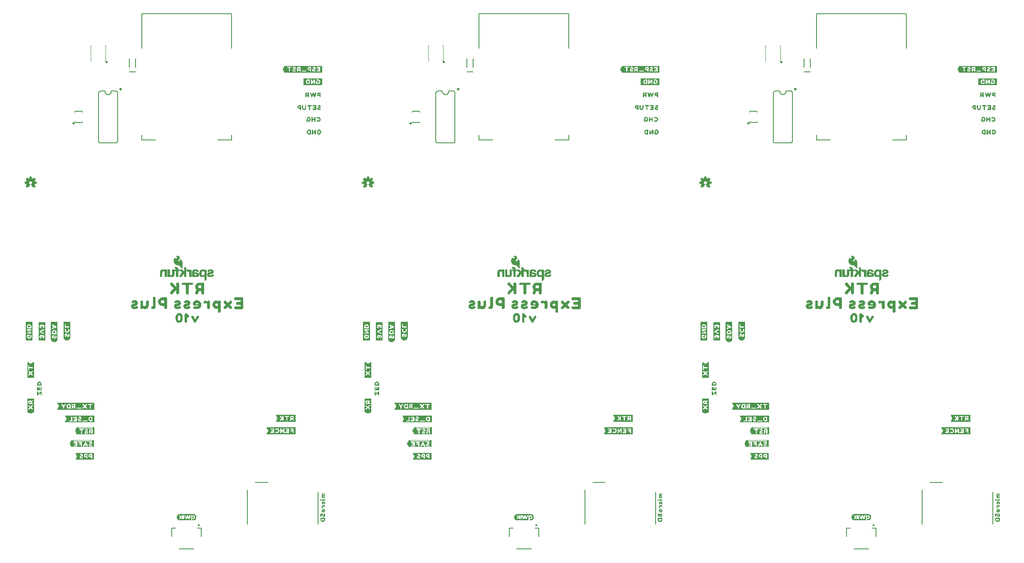
<source format=gbo>
G04 EAGLE Gerber RS-274X export*
G75*
%MOMM*%
%FSLAX34Y34*%
%LPD*%
%INSilkscreen Bottom*%
%IPPOS*%
%AMOC8*
5,1,8,0,0,1.08239X$1,22.5*%
G01*
%ADD10C,0.203200*%
%ADD11C,0.254000*%
%ADD12C,0.508000*%
%ADD13C,0.101600*%

G36*
X1991705Y972970D02*
X1991705Y972970D01*
X1991703Y972973D01*
X1991707Y972975D01*
X1991807Y973575D01*
X1991804Y973581D01*
X1991807Y973583D01*
X1991807Y986483D01*
X1991771Y986531D01*
X1991769Y986529D01*
X1991768Y986531D01*
X1991268Y986631D01*
X1991261Y986628D01*
X1991258Y986632D01*
X1915858Y986632D01*
X1915853Y986629D01*
X1915850Y986632D01*
X1915250Y986532D01*
X1915228Y986508D01*
X1915214Y986506D01*
X1911814Y979906D01*
X1911816Y979894D01*
X1911813Y979891D01*
X1911818Y979885D01*
X1911820Y979873D01*
X1911814Y979861D01*
X1912114Y979261D01*
X1915114Y973161D01*
X1915138Y973149D01*
X1915142Y973136D01*
X1915742Y972936D01*
X1915753Y972940D01*
X1915758Y972934D01*
X1991658Y972934D01*
X1991705Y972970D01*
G37*
G36*
X1304635Y972970D02*
X1304635Y972970D01*
X1304633Y972973D01*
X1304637Y972975D01*
X1304737Y973575D01*
X1304734Y973581D01*
X1304737Y973583D01*
X1304737Y986483D01*
X1304701Y986531D01*
X1304699Y986529D01*
X1304698Y986531D01*
X1304198Y986631D01*
X1304191Y986628D01*
X1304188Y986632D01*
X1228788Y986632D01*
X1228783Y986629D01*
X1228780Y986632D01*
X1228180Y986532D01*
X1228158Y986508D01*
X1228144Y986506D01*
X1224744Y979906D01*
X1224746Y979894D01*
X1224743Y979891D01*
X1224748Y979885D01*
X1224750Y979873D01*
X1224744Y979861D01*
X1225044Y979261D01*
X1228044Y973161D01*
X1228068Y973149D01*
X1228072Y973136D01*
X1228672Y972936D01*
X1228683Y972940D01*
X1228688Y972934D01*
X1304588Y972934D01*
X1304635Y972970D01*
G37*
G36*
X617565Y972970D02*
X617565Y972970D01*
X617563Y972973D01*
X617567Y972975D01*
X617667Y973575D01*
X617664Y973581D01*
X617667Y973583D01*
X617667Y986483D01*
X617631Y986531D01*
X617629Y986529D01*
X617628Y986531D01*
X617128Y986631D01*
X617121Y986628D01*
X617118Y986632D01*
X541718Y986632D01*
X541713Y986629D01*
X541710Y986632D01*
X541110Y986532D01*
X541088Y986508D01*
X541074Y986506D01*
X537674Y979906D01*
X537676Y979894D01*
X537673Y979891D01*
X537678Y979885D01*
X537680Y979873D01*
X537674Y979861D01*
X537974Y979261D01*
X540974Y973161D01*
X540998Y973149D01*
X541002Y973136D01*
X541602Y972936D01*
X541613Y972940D01*
X541618Y972934D01*
X617518Y972934D01*
X617565Y972970D01*
G37*
G36*
X1527276Y285907D02*
X1527276Y285907D01*
X1527288Y285904D01*
X1527688Y286204D01*
X1527692Y286220D01*
X1527699Y286225D01*
X1527695Y286231D01*
X1527697Y286235D01*
X1527707Y286243D01*
X1527707Y299143D01*
X1527698Y299156D01*
X1527702Y299165D01*
X1527502Y299565D01*
X1527465Y299584D01*
X1527458Y299592D01*
X1524358Y299592D01*
X1524323Y299566D01*
X1524313Y299563D01*
X1524301Y299536D01*
X1524288Y299582D01*
X1524270Y299577D01*
X1524258Y299592D01*
X1452558Y299592D01*
X1452511Y299557D01*
X1452514Y299551D01*
X1452512Y299550D01*
X1452517Y299543D01*
X1452509Y299535D01*
X1452609Y298935D01*
X1452618Y298927D01*
X1452614Y298921D01*
X1455707Y292935D01*
X1455611Y292359D01*
X1452514Y286266D01*
X1452516Y286254D01*
X1452514Y286252D01*
X1452517Y286247D01*
X1452521Y286227D01*
X1452517Y286216D01*
X1452717Y285916D01*
X1452750Y285904D01*
X1452758Y285894D01*
X1527258Y285894D01*
X1527276Y285907D01*
G37*
G36*
X153136Y285907D02*
X153136Y285907D01*
X153148Y285904D01*
X153548Y286204D01*
X153552Y286220D01*
X153559Y286225D01*
X153555Y286231D01*
X153557Y286235D01*
X153567Y286243D01*
X153567Y299143D01*
X153558Y299156D01*
X153562Y299165D01*
X153362Y299565D01*
X153325Y299584D01*
X153318Y299592D01*
X150218Y299592D01*
X150183Y299566D01*
X150173Y299563D01*
X150161Y299536D01*
X150148Y299582D01*
X150130Y299577D01*
X150118Y299592D01*
X78418Y299592D01*
X78371Y299557D01*
X78374Y299551D01*
X78372Y299550D01*
X78377Y299543D01*
X78369Y299535D01*
X78469Y298935D01*
X78478Y298927D01*
X78474Y298921D01*
X81567Y292935D01*
X81471Y292359D01*
X78374Y286266D01*
X78376Y286254D01*
X78374Y286252D01*
X78377Y286247D01*
X78381Y286227D01*
X78377Y286216D01*
X78577Y285916D01*
X78610Y285904D01*
X78618Y285894D01*
X153118Y285894D01*
X153136Y285907D01*
G37*
G36*
X840206Y285907D02*
X840206Y285907D01*
X840218Y285904D01*
X840618Y286204D01*
X840622Y286220D01*
X840629Y286225D01*
X840625Y286231D01*
X840627Y286235D01*
X840637Y286243D01*
X840637Y299143D01*
X840628Y299156D01*
X840632Y299165D01*
X840432Y299565D01*
X840395Y299584D01*
X840388Y299592D01*
X837288Y299592D01*
X837253Y299566D01*
X837243Y299563D01*
X837231Y299536D01*
X837218Y299582D01*
X837200Y299577D01*
X837188Y299592D01*
X765488Y299592D01*
X765441Y299557D01*
X765444Y299551D01*
X765442Y299550D01*
X765447Y299543D01*
X765439Y299535D01*
X765539Y298935D01*
X765548Y298927D01*
X765544Y298921D01*
X768637Y292935D01*
X768541Y292359D01*
X765444Y286266D01*
X765446Y286254D01*
X765444Y286252D01*
X765447Y286247D01*
X765451Y286227D01*
X765447Y286216D01*
X765647Y285916D01*
X765680Y285904D01*
X765688Y285894D01*
X840188Y285894D01*
X840206Y285907D01*
G37*
G36*
X1527463Y259898D02*
X1527463Y259898D01*
X1527466Y259895D01*
X1528066Y259995D01*
X1528107Y260038D01*
X1528104Y260041D01*
X1528107Y260043D01*
X1528107Y273543D01*
X1528071Y273591D01*
X1528064Y273585D01*
X1528058Y273592D01*
X1524758Y273592D01*
X1524732Y273573D01*
X1524719Y273573D01*
X1524697Y273545D01*
X1524697Y273573D01*
X1524673Y273573D01*
X1524658Y273592D01*
X1468558Y273592D01*
X1468549Y273585D01*
X1468545Y273585D01*
X1468540Y273589D01*
X1468040Y273389D01*
X1468022Y273360D01*
X1468013Y273353D01*
X1468016Y273349D01*
X1468009Y273338D01*
X1468020Y273332D01*
X1468014Y273321D01*
X1471113Y267324D01*
X1471305Y266747D01*
X1468014Y260065D01*
X1468014Y260064D01*
X1468013Y260064D01*
X1468014Y260062D01*
X1468025Y260007D01*
X1468042Y260010D01*
X1468050Y259995D01*
X1468650Y259895D01*
X1468655Y259897D01*
X1468658Y259894D01*
X1527458Y259894D01*
X1527463Y259898D01*
G37*
G36*
X153323Y259898D02*
X153323Y259898D01*
X153326Y259895D01*
X153926Y259995D01*
X153967Y260038D01*
X153964Y260041D01*
X153967Y260043D01*
X153967Y273543D01*
X153931Y273591D01*
X153924Y273585D01*
X153918Y273592D01*
X150618Y273592D01*
X150592Y273573D01*
X150579Y273573D01*
X150557Y273545D01*
X150557Y273573D01*
X150533Y273573D01*
X150518Y273592D01*
X94418Y273592D01*
X94409Y273585D01*
X94405Y273585D01*
X94400Y273589D01*
X93900Y273389D01*
X93882Y273360D01*
X93873Y273353D01*
X93876Y273349D01*
X93869Y273338D01*
X93880Y273332D01*
X93874Y273321D01*
X96973Y267324D01*
X97165Y266747D01*
X93874Y260065D01*
X93874Y260064D01*
X93873Y260064D01*
X93874Y260062D01*
X93885Y260007D01*
X93902Y260010D01*
X93910Y259995D01*
X94510Y259895D01*
X94515Y259897D01*
X94518Y259894D01*
X153318Y259894D01*
X153323Y259898D01*
G37*
G36*
X840393Y259898D02*
X840393Y259898D01*
X840396Y259895D01*
X840996Y259995D01*
X841037Y260038D01*
X841034Y260041D01*
X841037Y260043D01*
X841037Y273543D01*
X841001Y273591D01*
X840994Y273585D01*
X840988Y273592D01*
X837688Y273592D01*
X837662Y273573D01*
X837649Y273573D01*
X837627Y273545D01*
X837627Y273573D01*
X837603Y273573D01*
X837588Y273592D01*
X781488Y273592D01*
X781479Y273585D01*
X781475Y273585D01*
X781470Y273589D01*
X780970Y273389D01*
X780952Y273360D01*
X780943Y273353D01*
X780946Y273349D01*
X780939Y273338D01*
X780950Y273332D01*
X780944Y273321D01*
X784043Y267324D01*
X784235Y266747D01*
X780944Y260065D01*
X780944Y260064D01*
X780943Y260064D01*
X780944Y260062D01*
X780955Y260007D01*
X780972Y260010D01*
X780980Y259995D01*
X781580Y259895D01*
X781585Y259897D01*
X781588Y259894D01*
X840388Y259894D01*
X840393Y259898D01*
G37*
G36*
X563475Y235960D02*
X563475Y235960D01*
X563473Y235963D01*
X563477Y235965D01*
X563577Y236565D01*
X563574Y236571D01*
X563577Y236573D01*
X563577Y249473D01*
X563541Y249521D01*
X563539Y249519D01*
X563538Y249521D01*
X563038Y249621D01*
X563031Y249618D01*
X563028Y249622D01*
X504628Y249622D01*
X504581Y249587D01*
X504581Y249586D01*
X504580Y249585D01*
X504480Y249185D01*
X504490Y249163D01*
X504484Y249151D01*
X507480Y243158D01*
X507577Y242482D01*
X504484Y236496D01*
X504486Y236483D01*
X504481Y236479D01*
X504483Y236476D01*
X504479Y236473D01*
X504479Y235973D01*
X504515Y235926D01*
X504522Y235932D01*
X504528Y235924D01*
X563428Y235924D01*
X563475Y235960D01*
G37*
G36*
X1250545Y235960D02*
X1250545Y235960D01*
X1250543Y235963D01*
X1250547Y235965D01*
X1250647Y236565D01*
X1250644Y236571D01*
X1250647Y236573D01*
X1250647Y249473D01*
X1250611Y249521D01*
X1250609Y249519D01*
X1250608Y249521D01*
X1250108Y249621D01*
X1250101Y249618D01*
X1250098Y249622D01*
X1191698Y249622D01*
X1191651Y249587D01*
X1191651Y249586D01*
X1191650Y249585D01*
X1191550Y249185D01*
X1191560Y249163D01*
X1191554Y249151D01*
X1194550Y243158D01*
X1194647Y242482D01*
X1191554Y236496D01*
X1191556Y236483D01*
X1191551Y236479D01*
X1191553Y236476D01*
X1191549Y236473D01*
X1191549Y235973D01*
X1191585Y235926D01*
X1191592Y235932D01*
X1191598Y235924D01*
X1250498Y235924D01*
X1250545Y235960D01*
G37*
G36*
X1937615Y235960D02*
X1937615Y235960D01*
X1937613Y235963D01*
X1937617Y235965D01*
X1937717Y236565D01*
X1937714Y236571D01*
X1937717Y236573D01*
X1937717Y249473D01*
X1937681Y249521D01*
X1937679Y249519D01*
X1937678Y249521D01*
X1937178Y249621D01*
X1937171Y249618D01*
X1937168Y249622D01*
X1878768Y249622D01*
X1878721Y249587D01*
X1878721Y249586D01*
X1878720Y249585D01*
X1878620Y249185D01*
X1878630Y249163D01*
X1878624Y249151D01*
X1881620Y243158D01*
X1881717Y242482D01*
X1878624Y236496D01*
X1878626Y236483D01*
X1878621Y236479D01*
X1878623Y236476D01*
X1878619Y236473D01*
X1878619Y235973D01*
X1878655Y235926D01*
X1878662Y235932D01*
X1878668Y235924D01*
X1937568Y235924D01*
X1937615Y235960D01*
G37*
G36*
X839693Y209898D02*
X839693Y209898D01*
X839696Y209895D01*
X840296Y209995D01*
X840337Y210038D01*
X840334Y210041D01*
X840337Y210043D01*
X840337Y223543D01*
X840301Y223591D01*
X840294Y223585D01*
X840288Y223592D01*
X794188Y223592D01*
X794163Y223574D01*
X794150Y223574D01*
X793750Y223074D01*
X793749Y223066D01*
X793744Y223065D01*
X790744Y217065D01*
X790746Y217053D01*
X790741Y217049D01*
X790742Y217046D01*
X790739Y217043D01*
X790739Y216443D01*
X790749Y216430D01*
X790744Y216421D01*
X793844Y210321D01*
X793854Y210316D01*
X793853Y210308D01*
X794253Y209908D01*
X794280Y209905D01*
X794288Y209894D01*
X839688Y209894D01*
X839693Y209898D01*
G37*
G36*
X1526763Y209898D02*
X1526763Y209898D01*
X1526766Y209895D01*
X1527366Y209995D01*
X1527407Y210038D01*
X1527404Y210041D01*
X1527407Y210043D01*
X1527407Y223543D01*
X1527371Y223591D01*
X1527364Y223585D01*
X1527358Y223592D01*
X1481258Y223592D01*
X1481233Y223574D01*
X1481220Y223574D01*
X1480820Y223074D01*
X1480819Y223066D01*
X1480814Y223065D01*
X1477814Y217065D01*
X1477816Y217053D01*
X1477811Y217049D01*
X1477812Y217046D01*
X1477809Y217043D01*
X1477809Y216443D01*
X1477819Y216430D01*
X1477814Y216421D01*
X1480914Y210321D01*
X1480924Y210316D01*
X1480923Y210308D01*
X1481323Y209908D01*
X1481350Y209905D01*
X1481358Y209894D01*
X1526758Y209894D01*
X1526763Y209898D01*
G37*
G36*
X152623Y209898D02*
X152623Y209898D01*
X152626Y209895D01*
X153226Y209995D01*
X153267Y210038D01*
X153264Y210041D01*
X153267Y210043D01*
X153267Y223543D01*
X153231Y223591D01*
X153224Y223585D01*
X153218Y223592D01*
X107118Y223592D01*
X107093Y223574D01*
X107080Y223574D01*
X106680Y223074D01*
X106679Y223066D01*
X106674Y223065D01*
X103674Y217065D01*
X103676Y217053D01*
X103671Y217049D01*
X103672Y217046D01*
X103669Y217043D01*
X103669Y216443D01*
X103679Y216430D01*
X103674Y216421D01*
X106774Y210321D01*
X106784Y210316D01*
X106783Y210308D01*
X107183Y209908D01*
X107210Y209905D01*
X107218Y209894D01*
X152618Y209894D01*
X152623Y209898D01*
G37*
G36*
X1446262Y423497D02*
X1446262Y423497D01*
X1446265Y423494D01*
X1446965Y423594D01*
X1446966Y423595D01*
X1447566Y423695D01*
X1448265Y423794D01*
X1448273Y423803D01*
X1448280Y423799D01*
X1449480Y424399D01*
X1449482Y424403D01*
X1449485Y424402D01*
X1450085Y424802D01*
X1450086Y424805D01*
X1450089Y424805D01*
X1451089Y425605D01*
X1451090Y425609D01*
X1451093Y425608D01*
X1451593Y426108D01*
X1451594Y426120D01*
X1451602Y426121D01*
X1451901Y426719D01*
X1452299Y427316D01*
X1452299Y427321D01*
X1452300Y427322D01*
X1452298Y427325D01*
X1452305Y427328D01*
X1452505Y427928D01*
X1452504Y427929D01*
X1452505Y427930D01*
X1452515Y427962D01*
X1452529Y428012D01*
X1452571Y428159D01*
X1452613Y428307D01*
X1452627Y428356D01*
X1452669Y428504D01*
X1452670Y428504D01*
X1452669Y428504D01*
X1452705Y428629D01*
X1452905Y429228D01*
X1452903Y429234D01*
X1452907Y429236D01*
X1453007Y429936D01*
X1453004Y429941D01*
X1453007Y429943D01*
X1453007Y464143D01*
X1452994Y464161D01*
X1452997Y464173D01*
X1452697Y464573D01*
X1452666Y464582D01*
X1452658Y464592D01*
X1439758Y464592D01*
X1439740Y464579D01*
X1439728Y464583D01*
X1439328Y464283D01*
X1439320Y464251D01*
X1439309Y464243D01*
X1439309Y430443D01*
X1439312Y430439D01*
X1439309Y430436D01*
X1439409Y429740D01*
X1439409Y429043D01*
X1439416Y429034D01*
X1439411Y429028D01*
X1439611Y428429D01*
X1439811Y427730D01*
X1439816Y427726D01*
X1439814Y427721D01*
X1440114Y427121D01*
X1440118Y427119D01*
X1440117Y427116D01*
X1440517Y426516D01*
X1440520Y426515D01*
X1440520Y426512D01*
X1441320Y425512D01*
X1441324Y425511D01*
X1441323Y425508D01*
X1441823Y425008D01*
X1441830Y425007D01*
X1441831Y425002D01*
X1442431Y424602D01*
X1442433Y424602D01*
X1442433Y424601D01*
X1442933Y424301D01*
X1442938Y424302D01*
X1442939Y424298D01*
X1443639Y423998D01*
X1443642Y423999D01*
X1443642Y423996D01*
X1444842Y423596D01*
X1444849Y423599D01*
X1444851Y423594D01*
X1445551Y423494D01*
X1445556Y423497D01*
X1445558Y423494D01*
X1446258Y423494D01*
X1446262Y423497D01*
G37*
G36*
X72122Y423497D02*
X72122Y423497D01*
X72125Y423494D01*
X72825Y423594D01*
X72826Y423595D01*
X73426Y423695D01*
X74125Y423794D01*
X74133Y423803D01*
X74140Y423799D01*
X75340Y424399D01*
X75342Y424403D01*
X75345Y424402D01*
X75945Y424802D01*
X75946Y424805D01*
X75949Y424805D01*
X76949Y425605D01*
X76950Y425609D01*
X76953Y425608D01*
X77453Y426108D01*
X77454Y426120D01*
X77462Y426121D01*
X77761Y426719D01*
X78159Y427316D01*
X78159Y427321D01*
X78160Y427322D01*
X78158Y427325D01*
X78165Y427328D01*
X78365Y427928D01*
X78364Y427929D01*
X78365Y427930D01*
X78375Y427962D01*
X78389Y428012D01*
X78431Y428159D01*
X78473Y428307D01*
X78487Y428356D01*
X78529Y428504D01*
X78530Y428504D01*
X78529Y428504D01*
X78565Y428629D01*
X78765Y429228D01*
X78763Y429234D01*
X78767Y429236D01*
X78867Y429936D01*
X78864Y429941D01*
X78867Y429943D01*
X78867Y464143D01*
X78854Y464161D01*
X78857Y464173D01*
X78557Y464573D01*
X78526Y464582D01*
X78518Y464592D01*
X65618Y464592D01*
X65600Y464579D01*
X65588Y464583D01*
X65188Y464283D01*
X65180Y464251D01*
X65169Y464243D01*
X65169Y430443D01*
X65172Y430439D01*
X65169Y430436D01*
X65269Y429740D01*
X65269Y429043D01*
X65276Y429034D01*
X65271Y429028D01*
X65471Y428429D01*
X65671Y427730D01*
X65676Y427726D01*
X65674Y427721D01*
X65974Y427121D01*
X65978Y427119D01*
X65977Y427116D01*
X66377Y426516D01*
X66380Y426515D01*
X66380Y426512D01*
X67180Y425512D01*
X67184Y425511D01*
X67183Y425508D01*
X67683Y425008D01*
X67690Y425007D01*
X67691Y425002D01*
X68291Y424602D01*
X68293Y424602D01*
X68293Y424601D01*
X68793Y424301D01*
X68798Y424302D01*
X68799Y424298D01*
X69499Y423998D01*
X69502Y423999D01*
X69502Y423996D01*
X70702Y423596D01*
X70709Y423599D01*
X70711Y423594D01*
X71411Y423494D01*
X71416Y423497D01*
X71418Y423494D01*
X72118Y423494D01*
X72122Y423497D01*
G37*
G36*
X759192Y423497D02*
X759192Y423497D01*
X759195Y423494D01*
X759895Y423594D01*
X759896Y423595D01*
X760496Y423695D01*
X761195Y423794D01*
X761203Y423803D01*
X761210Y423799D01*
X762410Y424399D01*
X762412Y424403D01*
X762415Y424402D01*
X763015Y424802D01*
X763016Y424805D01*
X763019Y424805D01*
X764019Y425605D01*
X764020Y425609D01*
X764023Y425608D01*
X764523Y426108D01*
X764524Y426120D01*
X764532Y426121D01*
X764831Y426719D01*
X765229Y427316D01*
X765229Y427321D01*
X765230Y427322D01*
X765228Y427325D01*
X765235Y427328D01*
X765435Y427928D01*
X765434Y427929D01*
X765435Y427930D01*
X765445Y427962D01*
X765459Y428012D01*
X765501Y428159D01*
X765543Y428307D01*
X765557Y428356D01*
X765599Y428504D01*
X765600Y428504D01*
X765599Y428504D01*
X765635Y428629D01*
X765835Y429228D01*
X765833Y429234D01*
X765837Y429236D01*
X765937Y429936D01*
X765934Y429941D01*
X765937Y429943D01*
X765937Y464143D01*
X765924Y464161D01*
X765927Y464173D01*
X765627Y464573D01*
X765596Y464582D01*
X765588Y464592D01*
X752688Y464592D01*
X752670Y464579D01*
X752658Y464583D01*
X752258Y464283D01*
X752250Y464251D01*
X752239Y464243D01*
X752239Y430443D01*
X752242Y430439D01*
X752239Y430436D01*
X752339Y429740D01*
X752339Y429043D01*
X752346Y429034D01*
X752341Y429028D01*
X752541Y428429D01*
X752741Y427730D01*
X752746Y427726D01*
X752744Y427721D01*
X753044Y427121D01*
X753048Y427119D01*
X753047Y427116D01*
X753447Y426516D01*
X753450Y426515D01*
X753450Y426512D01*
X754250Y425512D01*
X754254Y425511D01*
X754253Y425508D01*
X754753Y425008D01*
X754760Y425007D01*
X754761Y425002D01*
X755361Y424602D01*
X755363Y424602D01*
X755363Y424601D01*
X755863Y424301D01*
X755868Y424302D01*
X755869Y424298D01*
X756569Y423998D01*
X756572Y423999D01*
X756572Y423996D01*
X757772Y423596D01*
X757779Y423599D01*
X757781Y423594D01*
X758481Y423494D01*
X758486Y423497D01*
X758488Y423494D01*
X759188Y423494D01*
X759192Y423497D01*
G37*
G36*
X563039Y261332D02*
X563039Y261332D01*
X563046Y261327D01*
X563546Y261527D01*
X563561Y261551D01*
X563568Y261557D01*
X563566Y261560D01*
X563571Y261568D01*
X563577Y261573D01*
X563577Y274473D01*
X563569Y274484D01*
X563574Y274491D01*
X563374Y274991D01*
X563333Y275016D01*
X563328Y275022D01*
X523528Y275022D01*
X523525Y275021D01*
X523523Y275022D01*
X523519Y275015D01*
X523481Y274987D01*
X523485Y274981D01*
X523483Y274979D01*
X523491Y274969D01*
X523482Y274955D01*
X523682Y274455D01*
X523685Y274453D01*
X523684Y274451D01*
X526677Y268366D01*
X526581Y267789D01*
X523584Y261795D01*
X523586Y261784D01*
X523582Y261780D01*
X523588Y261772D01*
X523588Y261771D01*
X523580Y261761D01*
X523680Y261361D01*
X523727Y261324D01*
X523727Y261325D01*
X523728Y261324D01*
X563028Y261324D01*
X563039Y261332D01*
G37*
G36*
X1250109Y261332D02*
X1250109Y261332D01*
X1250116Y261327D01*
X1250616Y261527D01*
X1250631Y261551D01*
X1250638Y261557D01*
X1250636Y261560D01*
X1250641Y261568D01*
X1250647Y261573D01*
X1250647Y274473D01*
X1250639Y274484D01*
X1250644Y274491D01*
X1250444Y274991D01*
X1250403Y275016D01*
X1250398Y275022D01*
X1210598Y275022D01*
X1210595Y275021D01*
X1210593Y275022D01*
X1210589Y275015D01*
X1210551Y274987D01*
X1210555Y274981D01*
X1210553Y274979D01*
X1210561Y274969D01*
X1210552Y274955D01*
X1210752Y274455D01*
X1210755Y274453D01*
X1210754Y274451D01*
X1213747Y268366D01*
X1213651Y267789D01*
X1210654Y261795D01*
X1210656Y261784D01*
X1210652Y261780D01*
X1210658Y261772D01*
X1210658Y261771D01*
X1210650Y261761D01*
X1210750Y261361D01*
X1210797Y261324D01*
X1210797Y261325D01*
X1210798Y261324D01*
X1250098Y261324D01*
X1250109Y261332D01*
G37*
G36*
X1937179Y261332D02*
X1937179Y261332D01*
X1937186Y261327D01*
X1937686Y261527D01*
X1937701Y261551D01*
X1937708Y261557D01*
X1937706Y261560D01*
X1937711Y261568D01*
X1937717Y261573D01*
X1937717Y274473D01*
X1937709Y274484D01*
X1937714Y274491D01*
X1937514Y274991D01*
X1937473Y275016D01*
X1937468Y275022D01*
X1897668Y275022D01*
X1897665Y275021D01*
X1897663Y275022D01*
X1897659Y275015D01*
X1897621Y274987D01*
X1897625Y274981D01*
X1897623Y274979D01*
X1897631Y274969D01*
X1897622Y274955D01*
X1897822Y274455D01*
X1897825Y274453D01*
X1897824Y274451D01*
X1900817Y268366D01*
X1900721Y267789D01*
X1897724Y261795D01*
X1897726Y261784D01*
X1897722Y261780D01*
X1897728Y261772D01*
X1897728Y261771D01*
X1897720Y261761D01*
X1897820Y261361D01*
X1897867Y261324D01*
X1897867Y261325D01*
X1897868Y261324D01*
X1937168Y261324D01*
X1937179Y261332D01*
G37*
G36*
X1528079Y235910D02*
X1528079Y235910D01*
X1528093Y235908D01*
X1528393Y236208D01*
X1528395Y236221D01*
X1528401Y236225D01*
X1528396Y236232D01*
X1528397Y236235D01*
X1528407Y236243D01*
X1528407Y249143D01*
X1528394Y249161D01*
X1528397Y249173D01*
X1528097Y249573D01*
X1528066Y249582D01*
X1528058Y249592D01*
X1492458Y249592D01*
X1492449Y249585D01*
X1492446Y249585D01*
X1492442Y249582D01*
X1492433Y249585D01*
X1491933Y249285D01*
X1491925Y249267D01*
X1491914Y249265D01*
X1488914Y243265D01*
X1488915Y243260D01*
X1488911Y243259D01*
X1488711Y242659D01*
X1488713Y242655D01*
X1488712Y242655D01*
X1488714Y242652D01*
X1488720Y242633D01*
X1488714Y242621D01*
X1491714Y236521D01*
X1492014Y235921D01*
X1492051Y235903D01*
X1492058Y235894D01*
X1528058Y235894D01*
X1528079Y235910D01*
G37*
G36*
X841009Y235910D02*
X841009Y235910D01*
X841023Y235908D01*
X841323Y236208D01*
X841325Y236221D01*
X841331Y236225D01*
X841326Y236232D01*
X841327Y236235D01*
X841337Y236243D01*
X841337Y249143D01*
X841324Y249161D01*
X841327Y249173D01*
X841027Y249573D01*
X840996Y249582D01*
X840988Y249592D01*
X805388Y249592D01*
X805379Y249585D01*
X805376Y249585D01*
X805372Y249582D01*
X805363Y249585D01*
X804863Y249285D01*
X804855Y249267D01*
X804844Y249265D01*
X801844Y243265D01*
X801845Y243260D01*
X801841Y243259D01*
X801641Y242659D01*
X801643Y242655D01*
X801642Y242655D01*
X801644Y242652D01*
X801650Y242633D01*
X801644Y242621D01*
X804644Y236521D01*
X804944Y235921D01*
X804981Y235903D01*
X804988Y235894D01*
X840988Y235894D01*
X841009Y235910D01*
G37*
G36*
X153939Y235910D02*
X153939Y235910D01*
X153953Y235908D01*
X154253Y236208D01*
X154255Y236221D01*
X154261Y236225D01*
X154256Y236232D01*
X154257Y236235D01*
X154267Y236243D01*
X154267Y249143D01*
X154254Y249161D01*
X154257Y249173D01*
X153957Y249573D01*
X153926Y249582D01*
X153918Y249592D01*
X118318Y249592D01*
X118309Y249585D01*
X118306Y249585D01*
X118302Y249582D01*
X118293Y249585D01*
X117793Y249285D01*
X117785Y249267D01*
X117774Y249265D01*
X114774Y243265D01*
X114775Y243260D01*
X114771Y243259D01*
X114571Y242659D01*
X114573Y242655D01*
X114572Y242655D01*
X114574Y242652D01*
X114580Y242633D01*
X114574Y242621D01*
X117574Y236521D01*
X117874Y235921D01*
X117911Y235903D01*
X117918Y235894D01*
X153918Y235894D01*
X153939Y235910D01*
G37*
G36*
X1304093Y947538D02*
X1304093Y947538D01*
X1304096Y947535D01*
X1304696Y947635D01*
X1304737Y947678D01*
X1304734Y947681D01*
X1304737Y947683D01*
X1304737Y961183D01*
X1304701Y961231D01*
X1304694Y961225D01*
X1304688Y961232D01*
X1267488Y961232D01*
X1267483Y961229D01*
X1267480Y961232D01*
X1266880Y961132D01*
X1266843Y961093D01*
X1266841Y961091D01*
X1266839Y961089D01*
X1266842Y961086D01*
X1266839Y961083D01*
X1266839Y947583D01*
X1266875Y947536D01*
X1266882Y947542D01*
X1266888Y947534D01*
X1304088Y947534D01*
X1304093Y947538D01*
G37*
G36*
X617023Y947538D02*
X617023Y947538D01*
X617026Y947535D01*
X617626Y947635D01*
X617667Y947678D01*
X617664Y947681D01*
X617667Y947683D01*
X617667Y961183D01*
X617631Y961231D01*
X617624Y961225D01*
X617618Y961232D01*
X580418Y961232D01*
X580413Y961229D01*
X580410Y961232D01*
X579810Y961132D01*
X579773Y961093D01*
X579771Y961091D01*
X579769Y961089D01*
X579772Y961086D01*
X579769Y961083D01*
X579769Y947583D01*
X579805Y947536D01*
X579812Y947542D01*
X579818Y947534D01*
X617018Y947534D01*
X617023Y947538D01*
G37*
G36*
X1991163Y947538D02*
X1991163Y947538D01*
X1991166Y947535D01*
X1991766Y947635D01*
X1991807Y947678D01*
X1991804Y947681D01*
X1991807Y947683D01*
X1991807Y961183D01*
X1991771Y961231D01*
X1991764Y961225D01*
X1991758Y961232D01*
X1954558Y961232D01*
X1954553Y961229D01*
X1954550Y961232D01*
X1953950Y961132D01*
X1953913Y961093D01*
X1953911Y961091D01*
X1953909Y961089D01*
X1953912Y961086D01*
X1953909Y961083D01*
X1953909Y947583D01*
X1953945Y947536D01*
X1953952Y947542D01*
X1953958Y947534D01*
X1991158Y947534D01*
X1991163Y947538D01*
G37*
G36*
X1402005Y426830D02*
X1402005Y426830D01*
X1402000Y426837D01*
X1402007Y426843D01*
X1402007Y430143D01*
X1401987Y430170D01*
X1401987Y430183D01*
X1401958Y430204D01*
X1401989Y430205D01*
X1401988Y430229D01*
X1402007Y430243D01*
X1402007Y464043D01*
X1402004Y464048D01*
X1402007Y464051D01*
X1401907Y464651D01*
X1401863Y464692D01*
X1401861Y464689D01*
X1401858Y464692D01*
X1388358Y464692D01*
X1388311Y464657D01*
X1388316Y464649D01*
X1388309Y464643D01*
X1388309Y427443D01*
X1388312Y427438D01*
X1388309Y427435D01*
X1388409Y426835D01*
X1388453Y426794D01*
X1388456Y426797D01*
X1388458Y426794D01*
X1401958Y426794D01*
X1402005Y426830D01*
G37*
G36*
X27865Y426830D02*
X27865Y426830D01*
X27860Y426837D01*
X27867Y426843D01*
X27867Y430143D01*
X27847Y430170D01*
X27847Y430183D01*
X27818Y430204D01*
X27849Y430205D01*
X27848Y430229D01*
X27867Y430243D01*
X27867Y464043D01*
X27864Y464048D01*
X27867Y464051D01*
X27767Y464651D01*
X27723Y464692D01*
X27721Y464689D01*
X27718Y464692D01*
X14218Y464692D01*
X14171Y464657D01*
X14176Y464649D01*
X14169Y464643D01*
X14169Y427443D01*
X14172Y427438D01*
X14169Y427435D01*
X14269Y426835D01*
X14313Y426794D01*
X14316Y426797D01*
X14318Y426794D01*
X27818Y426794D01*
X27865Y426830D01*
G37*
G36*
X714935Y426830D02*
X714935Y426830D01*
X714930Y426837D01*
X714937Y426843D01*
X714937Y430143D01*
X714917Y430170D01*
X714917Y430183D01*
X714888Y430204D01*
X714919Y430205D01*
X714918Y430229D01*
X714937Y430243D01*
X714937Y464043D01*
X714934Y464048D01*
X714937Y464051D01*
X714837Y464651D01*
X714793Y464692D01*
X714791Y464689D01*
X714788Y464692D01*
X701288Y464692D01*
X701241Y464657D01*
X701246Y464649D01*
X701239Y464643D01*
X701239Y427443D01*
X701242Y427438D01*
X701239Y427435D01*
X701339Y426835D01*
X701383Y426794D01*
X701386Y426797D01*
X701388Y426794D01*
X714888Y426794D01*
X714935Y426830D01*
G37*
G36*
X1427469Y427102D02*
X1427469Y427102D01*
X1427476Y427097D01*
X1427976Y427297D01*
X1427991Y427321D01*
X1427998Y427327D01*
X1427996Y427330D01*
X1428001Y427338D01*
X1428007Y427343D01*
X1428007Y463743D01*
X1428004Y463748D01*
X1428007Y463751D01*
X1427907Y464351D01*
X1427863Y464392D01*
X1427861Y464389D01*
X1427858Y464392D01*
X1414958Y464392D01*
X1414953Y464389D01*
X1414950Y464392D01*
X1414350Y464292D01*
X1414309Y464249D01*
X1414312Y464246D01*
X1414309Y464243D01*
X1414309Y427643D01*
X1414317Y427633D01*
X1414312Y427625D01*
X1414512Y427125D01*
X1414553Y427100D01*
X1414558Y427094D01*
X1427458Y427094D01*
X1427469Y427102D01*
G37*
G36*
X53329Y427102D02*
X53329Y427102D01*
X53336Y427097D01*
X53836Y427297D01*
X53851Y427321D01*
X53858Y427327D01*
X53856Y427330D01*
X53861Y427338D01*
X53867Y427343D01*
X53867Y463743D01*
X53864Y463748D01*
X53867Y463751D01*
X53767Y464351D01*
X53723Y464392D01*
X53721Y464389D01*
X53718Y464392D01*
X40818Y464392D01*
X40813Y464389D01*
X40810Y464392D01*
X40210Y464292D01*
X40169Y464249D01*
X40172Y464246D01*
X40169Y464243D01*
X40169Y427643D01*
X40177Y427633D01*
X40172Y427625D01*
X40372Y427125D01*
X40413Y427100D01*
X40418Y427094D01*
X53318Y427094D01*
X53329Y427102D01*
G37*
G36*
X740399Y427102D02*
X740399Y427102D01*
X740406Y427097D01*
X740906Y427297D01*
X740921Y427321D01*
X740928Y427327D01*
X740926Y427330D01*
X740931Y427338D01*
X740937Y427343D01*
X740937Y463743D01*
X740934Y463748D01*
X740937Y463751D01*
X740837Y464351D01*
X740793Y464392D01*
X740791Y464389D01*
X740788Y464392D01*
X727888Y464392D01*
X727883Y464389D01*
X727880Y464392D01*
X727280Y464292D01*
X727239Y464249D01*
X727242Y464246D01*
X727239Y464243D01*
X727239Y427643D01*
X727247Y427633D01*
X727242Y427625D01*
X727442Y427125D01*
X727483Y427100D01*
X727488Y427094D01*
X740388Y427094D01*
X740399Y427102D01*
G37*
G36*
X97921Y426900D02*
X97921Y426900D01*
X97926Y426895D01*
X98522Y426994D01*
X99218Y426994D01*
X99226Y427000D01*
X99232Y426996D01*
X99932Y427196D01*
X99933Y427197D01*
X99934Y427196D01*
X100534Y427396D01*
X100537Y427401D01*
X100540Y427399D01*
X101740Y427999D01*
X101742Y428003D01*
X101745Y428002D01*
X102345Y428402D01*
X102348Y428409D01*
X102353Y428408D01*
X102853Y428908D01*
X102853Y428913D01*
X102856Y428912D01*
X103656Y429912D01*
X103657Y429916D01*
X103659Y429916D01*
X104059Y430516D01*
X104059Y430521D01*
X104062Y430521D01*
X104362Y431121D01*
X104361Y431128D01*
X104365Y431130D01*
X104404Y431264D01*
X104418Y431313D01*
X104460Y431461D01*
X104502Y431609D01*
X104516Y431658D01*
X104558Y431806D01*
X104559Y431806D01*
X104558Y431806D01*
X104565Y431829D01*
X104765Y432428D01*
X104761Y432438D01*
X104767Y432443D01*
X104767Y433139D01*
X104867Y433735D01*
X104864Y433741D01*
X104867Y433743D01*
X104867Y464943D01*
X104838Y464981D01*
X104836Y464989D01*
X104336Y465189D01*
X104323Y465185D01*
X104318Y465192D01*
X91418Y465192D01*
X91380Y465164D01*
X91372Y465161D01*
X91172Y464661D01*
X91176Y464649D01*
X91169Y464643D01*
X91169Y433443D01*
X91172Y433439D01*
X91169Y433436D01*
X91369Y432036D01*
X91374Y432032D01*
X91371Y432028D01*
X91571Y431428D01*
X91576Y431425D01*
X91574Y431421D01*
X92174Y430221D01*
X92178Y430219D01*
X92177Y430216D01*
X92577Y429616D01*
X92580Y429615D01*
X92580Y429612D01*
X92980Y429112D01*
X92984Y429111D01*
X92983Y429108D01*
X93483Y428608D01*
X93490Y428607D01*
X93491Y428602D01*
X94089Y428204D01*
X94587Y427805D01*
X94595Y427805D01*
X94596Y427799D01*
X95196Y427499D01*
X95203Y427500D01*
X95204Y427496D01*
X95903Y427296D01*
X96502Y427096D01*
X96509Y427099D01*
X96511Y427094D01*
X97911Y426894D01*
X97921Y426900D01*
G37*
G36*
X1472061Y426900D02*
X1472061Y426900D01*
X1472066Y426895D01*
X1472662Y426994D01*
X1473358Y426994D01*
X1473366Y427000D01*
X1473372Y426996D01*
X1474072Y427196D01*
X1474073Y427197D01*
X1474074Y427196D01*
X1474674Y427396D01*
X1474677Y427401D01*
X1474680Y427399D01*
X1475880Y427999D01*
X1475882Y428003D01*
X1475885Y428002D01*
X1476485Y428402D01*
X1476488Y428409D01*
X1476493Y428408D01*
X1476993Y428908D01*
X1476993Y428913D01*
X1476996Y428912D01*
X1477796Y429912D01*
X1477797Y429916D01*
X1477799Y429916D01*
X1478199Y430516D01*
X1478199Y430521D01*
X1478202Y430521D01*
X1478502Y431121D01*
X1478501Y431128D01*
X1478505Y431130D01*
X1478544Y431264D01*
X1478558Y431313D01*
X1478600Y431461D01*
X1478642Y431609D01*
X1478656Y431658D01*
X1478698Y431806D01*
X1478699Y431806D01*
X1478698Y431806D01*
X1478705Y431829D01*
X1478905Y432428D01*
X1478901Y432438D01*
X1478907Y432443D01*
X1478907Y433139D01*
X1479007Y433735D01*
X1479004Y433741D01*
X1479007Y433743D01*
X1479007Y464943D01*
X1478978Y464981D01*
X1478976Y464989D01*
X1478476Y465189D01*
X1478463Y465185D01*
X1478458Y465192D01*
X1465558Y465192D01*
X1465520Y465164D01*
X1465512Y465161D01*
X1465312Y464661D01*
X1465316Y464649D01*
X1465309Y464643D01*
X1465309Y433443D01*
X1465312Y433439D01*
X1465309Y433436D01*
X1465509Y432036D01*
X1465514Y432032D01*
X1465511Y432028D01*
X1465711Y431428D01*
X1465716Y431425D01*
X1465714Y431421D01*
X1466314Y430221D01*
X1466318Y430219D01*
X1466317Y430216D01*
X1466717Y429616D01*
X1466720Y429615D01*
X1466720Y429612D01*
X1467120Y429112D01*
X1467124Y429111D01*
X1467123Y429108D01*
X1467623Y428608D01*
X1467630Y428607D01*
X1467631Y428602D01*
X1468229Y428204D01*
X1468727Y427805D01*
X1468735Y427805D01*
X1468736Y427799D01*
X1469336Y427499D01*
X1469343Y427500D01*
X1469344Y427496D01*
X1470043Y427296D01*
X1470642Y427096D01*
X1470649Y427099D01*
X1470651Y427094D01*
X1472051Y426894D01*
X1472061Y426900D01*
G37*
G36*
X784991Y426900D02*
X784991Y426900D01*
X784996Y426895D01*
X785592Y426994D01*
X786288Y426994D01*
X786296Y427000D01*
X786302Y426996D01*
X787002Y427196D01*
X787003Y427197D01*
X787004Y427196D01*
X787604Y427396D01*
X787607Y427401D01*
X787610Y427399D01*
X788810Y427999D01*
X788812Y428003D01*
X788815Y428002D01*
X789415Y428402D01*
X789418Y428409D01*
X789423Y428408D01*
X789923Y428908D01*
X789923Y428913D01*
X789926Y428912D01*
X790726Y429912D01*
X790727Y429916D01*
X790729Y429916D01*
X791129Y430516D01*
X791129Y430521D01*
X791132Y430521D01*
X791432Y431121D01*
X791431Y431128D01*
X791435Y431130D01*
X791474Y431264D01*
X791488Y431313D01*
X791530Y431461D01*
X791572Y431609D01*
X791586Y431658D01*
X791628Y431806D01*
X791629Y431806D01*
X791628Y431806D01*
X791635Y431829D01*
X791835Y432428D01*
X791831Y432438D01*
X791837Y432443D01*
X791837Y433139D01*
X791937Y433735D01*
X791934Y433741D01*
X791937Y433743D01*
X791937Y464943D01*
X791908Y464981D01*
X791906Y464989D01*
X791406Y465189D01*
X791393Y465185D01*
X791388Y465192D01*
X778488Y465192D01*
X778450Y465164D01*
X778442Y465161D01*
X778242Y464661D01*
X778246Y464649D01*
X778239Y464643D01*
X778239Y433443D01*
X778242Y433439D01*
X778239Y433436D01*
X778439Y432036D01*
X778444Y432032D01*
X778441Y432028D01*
X778641Y431428D01*
X778646Y431425D01*
X778644Y431421D01*
X779244Y430221D01*
X779248Y430219D01*
X779247Y430216D01*
X779647Y429616D01*
X779650Y429615D01*
X779650Y429612D01*
X780050Y429112D01*
X780054Y429111D01*
X780053Y429108D01*
X780553Y428608D01*
X780560Y428607D01*
X780561Y428602D01*
X781159Y428204D01*
X781657Y427805D01*
X781665Y427805D01*
X781666Y427799D01*
X782266Y427499D01*
X782273Y427500D01*
X782274Y427496D01*
X782973Y427296D01*
X783572Y427096D01*
X783579Y427099D01*
X783581Y427094D01*
X784981Y426894D01*
X784991Y426900D01*
G37*
G36*
X152836Y183907D02*
X152836Y183907D01*
X152848Y183904D01*
X153248Y184204D01*
X153252Y184220D01*
X153259Y184225D01*
X153255Y184231D01*
X153257Y184235D01*
X153267Y184243D01*
X153267Y197143D01*
X153254Y197161D01*
X153257Y197173D01*
X152957Y197573D01*
X152926Y197582D01*
X152918Y197592D01*
X115318Y197592D01*
X115314Y197589D01*
X115309Y197592D01*
X115304Y197582D01*
X115271Y197557D01*
X115275Y197550D01*
X115274Y197550D01*
X115282Y197538D01*
X115274Y197521D01*
X115574Y196921D01*
X118565Y190939D01*
X118372Y190362D01*
X115374Y184265D01*
X115376Y184254D01*
X115374Y184252D01*
X115377Y184247D01*
X115381Y184228D01*
X115377Y184216D01*
X115577Y183916D01*
X115610Y183904D01*
X115618Y183894D01*
X152818Y183894D01*
X152836Y183907D01*
G37*
G36*
X1526976Y183907D02*
X1526976Y183907D01*
X1526988Y183904D01*
X1527388Y184204D01*
X1527392Y184220D01*
X1527399Y184225D01*
X1527395Y184231D01*
X1527397Y184235D01*
X1527407Y184243D01*
X1527407Y197143D01*
X1527394Y197161D01*
X1527397Y197173D01*
X1527097Y197573D01*
X1527066Y197582D01*
X1527058Y197592D01*
X1489458Y197592D01*
X1489454Y197589D01*
X1489449Y197592D01*
X1489444Y197582D01*
X1489411Y197557D01*
X1489415Y197550D01*
X1489414Y197550D01*
X1489422Y197538D01*
X1489414Y197521D01*
X1489714Y196921D01*
X1492705Y190939D01*
X1492512Y190362D01*
X1489514Y184265D01*
X1489516Y184254D01*
X1489514Y184252D01*
X1489517Y184247D01*
X1489521Y184228D01*
X1489517Y184216D01*
X1489717Y183916D01*
X1489750Y183904D01*
X1489758Y183894D01*
X1526958Y183894D01*
X1526976Y183907D01*
G37*
G36*
X839906Y183907D02*
X839906Y183907D01*
X839918Y183904D01*
X840318Y184204D01*
X840322Y184220D01*
X840329Y184225D01*
X840325Y184231D01*
X840327Y184235D01*
X840337Y184243D01*
X840337Y197143D01*
X840324Y197161D01*
X840327Y197173D01*
X840027Y197573D01*
X839996Y197582D01*
X839988Y197592D01*
X802388Y197592D01*
X802384Y197589D01*
X802379Y197592D01*
X802374Y197582D01*
X802341Y197557D01*
X802345Y197550D01*
X802344Y197550D01*
X802352Y197538D01*
X802344Y197521D01*
X802644Y196921D01*
X805635Y190939D01*
X805442Y190362D01*
X802444Y184265D01*
X802446Y184254D01*
X802444Y184252D01*
X802447Y184247D01*
X802451Y184228D01*
X802447Y184216D01*
X802647Y183916D01*
X802680Y183904D01*
X802688Y183894D01*
X839888Y183894D01*
X839906Y183907D01*
G37*
G36*
X1729028Y60071D02*
X1729028Y60071D01*
X1729030Y60070D01*
X1729558Y60093D01*
X1729560Y60094D01*
X1729562Y60093D01*
X1730616Y60199D01*
X1730620Y60203D01*
X1730628Y60202D01*
X1731641Y60511D01*
X1731643Y60513D01*
X1731648Y60513D01*
X1732131Y60722D01*
X1732133Y60725D01*
X1732137Y60725D01*
X1733058Y61245D01*
X1733061Y61250D01*
X1733068Y61252D01*
X1733885Y61926D01*
X1733886Y61931D01*
X1733893Y61934D01*
X1734579Y62739D01*
X1734579Y62742D01*
X1734583Y62744D01*
X1734880Y63180D01*
X1734880Y63183D01*
X1734883Y63186D01*
X1735377Y64122D01*
X1735378Y64123D01*
X1735377Y64127D01*
X1735382Y64133D01*
X1735696Y65144D01*
X1735695Y65148D01*
X1735698Y65153D01*
X1735781Y65674D01*
X1735781Y65676D01*
X1735782Y65678D01*
X1735835Y66205D01*
X1735834Y66206D01*
X1735835Y66207D01*
X1735864Y66735D01*
X1735862Y66738D01*
X1735864Y66744D01*
X1735757Y67798D01*
X1735755Y67802D01*
X1735756Y67808D01*
X1735625Y68319D01*
X1735623Y68320D01*
X1735624Y68322D01*
X1735467Y68828D01*
X1735465Y68829D01*
X1735465Y68832D01*
X1735275Y69324D01*
X1735272Y69326D01*
X1735272Y69331D01*
X1734766Y70262D01*
X1734762Y70265D01*
X1734760Y70272D01*
X1734087Y71090D01*
X1734086Y71091D01*
X1734085Y71092D01*
X1734083Y71094D01*
X1734082Y71096D01*
X1733700Y71460D01*
X1733698Y71460D01*
X1733697Y71462D01*
X1733288Y71800D01*
X1733286Y71800D01*
X1733285Y71802D01*
X1732861Y72115D01*
X1732857Y72115D01*
X1732853Y72120D01*
X1731922Y72625D01*
X1731917Y72625D01*
X1731911Y72630D01*
X1730903Y72952D01*
X1730900Y72951D01*
X1730896Y72953D01*
X1730379Y73057D01*
X1730377Y73056D01*
X1730373Y73058D01*
X1729319Y73163D01*
X1729316Y73162D01*
X1729313Y73163D01*
X1702297Y73163D01*
X1702295Y73162D01*
X1702291Y73163D01*
X1702102Y73144D01*
X1701048Y73038D01*
X1701043Y73034D01*
X1701036Y73035D01*
X1700022Y72734D01*
X1700020Y72731D01*
X1700015Y72731D01*
X1699529Y72529D01*
X1699527Y72526D01*
X1699522Y72526D01*
X1698597Y72011D01*
X1698595Y72007D01*
X1698588Y72005D01*
X1697771Y71331D01*
X1697769Y71327D01*
X1697764Y71324D01*
X1697410Y70933D01*
X1697410Y70932D01*
X1697408Y70931D01*
X1697071Y70522D01*
X1697070Y70520D01*
X1697068Y70518D01*
X1696765Y70086D01*
X1696765Y70083D01*
X1696762Y70080D01*
X1696261Y69147D01*
X1696261Y69142D01*
X1696256Y69136D01*
X1695942Y68124D01*
X1695943Y68120D01*
X1695940Y68116D01*
X1695849Y67597D01*
X1695850Y67594D01*
X1695849Y67591D01*
X1695759Y66537D01*
X1695762Y66533D01*
X1695760Y66526D01*
X1695866Y65472D01*
X1695868Y65468D01*
X1695867Y65463D01*
X1695991Y64950D01*
X1695993Y64949D01*
X1695992Y64947D01*
X1696149Y64441D01*
X1696150Y64440D01*
X1696150Y64438D01*
X1696334Y63943D01*
X1696337Y63940D01*
X1696337Y63935D01*
X1696843Y63003D01*
X1696847Y63001D01*
X1696849Y62994D01*
X1697516Y62172D01*
X1697519Y62171D01*
X1697521Y62166D01*
X1697898Y61798D01*
X1697901Y61797D01*
X1697903Y61793D01*
X1698732Y61137D01*
X1698737Y61137D01*
X1698741Y61131D01*
X1699672Y60626D01*
X1699677Y60626D01*
X1699683Y60621D01*
X1700688Y60293D01*
X1700691Y60293D01*
X1700695Y60291D01*
X1701210Y60180D01*
X1701213Y60181D01*
X1701217Y60179D01*
X1702271Y60072D01*
X1702273Y60074D01*
X1702277Y60072D01*
X1724855Y60070D01*
X1724873Y60081D01*
X1724894Y60083D01*
X1724903Y60101D01*
X1724912Y60107D01*
X1724911Y60116D01*
X1724918Y60130D01*
X1724927Y60320D01*
X1724927Y60321D01*
X1724928Y60323D01*
X1724947Y69950D01*
X1724948Y69950D01*
X1724947Y69957D01*
X1724950Y69958D01*
X1724949Y69965D01*
X1724955Y69981D01*
X1724951Y70226D01*
X1727251Y70226D01*
X1727262Y70000D01*
X1727262Y69396D01*
X1727266Y69389D01*
X1727263Y69382D01*
X1727283Y69362D01*
X1727298Y69338D01*
X1727306Y69340D01*
X1727312Y69334D01*
X1727362Y69346D01*
X1727606Y69530D01*
X1727606Y69531D01*
X1727608Y69532D01*
X1728013Y69861D01*
X1728471Y70099D01*
X1728966Y70247D01*
X1729481Y70303D01*
X1730000Y70270D01*
X1730512Y70182D01*
X1731005Y70023D01*
X1731458Y69771D01*
X1731858Y69444D01*
X1732201Y69057D01*
X1732482Y68622D01*
X1732698Y68149D01*
X1732830Y67645D01*
X1732913Y67130D01*
X1732953Y66608D01*
X1732917Y66087D01*
X1732844Y65570D01*
X1732719Y65063D01*
X1732512Y64587D01*
X1732247Y64141D01*
X1731922Y63738D01*
X1731536Y63392D01*
X1731087Y63135D01*
X1730603Y62950D01*
X1730098Y62833D01*
X1729580Y62784D01*
X1729063Y62818D01*
X1728560Y62938D01*
X1728095Y63160D01*
X1727684Y63475D01*
X1727367Y63773D01*
X1727356Y63775D01*
X1727350Y63784D01*
X1727325Y63780D01*
X1727300Y63785D01*
X1727294Y63776D01*
X1727283Y63774D01*
X1727264Y63733D01*
X1727262Y63729D01*
X1727262Y63728D01*
X1727262Y63727D01*
X1727262Y60549D01*
X1727262Y60548D01*
X1727262Y60547D01*
X1727274Y60131D01*
X1727286Y60113D01*
X1727289Y60091D01*
X1727306Y60084D01*
X1727312Y60075D01*
X1727322Y60076D01*
X1727336Y60070D01*
X1729027Y60070D01*
X1729028Y60071D01*
G37*
G36*
X1041958Y60071D02*
X1041958Y60071D01*
X1041960Y60070D01*
X1042488Y60093D01*
X1042490Y60094D01*
X1042492Y60093D01*
X1043546Y60199D01*
X1043550Y60203D01*
X1043558Y60202D01*
X1044571Y60511D01*
X1044573Y60513D01*
X1044578Y60513D01*
X1045061Y60722D01*
X1045063Y60725D01*
X1045067Y60725D01*
X1045988Y61245D01*
X1045991Y61250D01*
X1045998Y61252D01*
X1046815Y61926D01*
X1046816Y61931D01*
X1046823Y61934D01*
X1047509Y62739D01*
X1047509Y62742D01*
X1047513Y62744D01*
X1047810Y63180D01*
X1047810Y63183D01*
X1047813Y63186D01*
X1048307Y64122D01*
X1048308Y64123D01*
X1048307Y64127D01*
X1048312Y64133D01*
X1048626Y65144D01*
X1048625Y65148D01*
X1048628Y65153D01*
X1048711Y65674D01*
X1048711Y65676D01*
X1048712Y65678D01*
X1048765Y66205D01*
X1048764Y66206D01*
X1048765Y66207D01*
X1048794Y66735D01*
X1048792Y66738D01*
X1048794Y66744D01*
X1048687Y67798D01*
X1048685Y67802D01*
X1048686Y67808D01*
X1048555Y68319D01*
X1048553Y68320D01*
X1048554Y68322D01*
X1048397Y68828D01*
X1048395Y68829D01*
X1048395Y68832D01*
X1048205Y69324D01*
X1048202Y69326D01*
X1048202Y69331D01*
X1047696Y70262D01*
X1047692Y70265D01*
X1047690Y70272D01*
X1047017Y71090D01*
X1047016Y71091D01*
X1047015Y71092D01*
X1047013Y71094D01*
X1047012Y71096D01*
X1046630Y71460D01*
X1046628Y71460D01*
X1046627Y71462D01*
X1046218Y71800D01*
X1046216Y71800D01*
X1046215Y71802D01*
X1045791Y72115D01*
X1045787Y72115D01*
X1045783Y72120D01*
X1044852Y72625D01*
X1044847Y72625D01*
X1044841Y72630D01*
X1043833Y72952D01*
X1043830Y72951D01*
X1043826Y72953D01*
X1043309Y73057D01*
X1043307Y73056D01*
X1043303Y73058D01*
X1042249Y73163D01*
X1042246Y73162D01*
X1042243Y73163D01*
X1015227Y73163D01*
X1015225Y73162D01*
X1015221Y73163D01*
X1015032Y73144D01*
X1013978Y73038D01*
X1013973Y73034D01*
X1013966Y73035D01*
X1012952Y72734D01*
X1012950Y72731D01*
X1012945Y72731D01*
X1012459Y72529D01*
X1012457Y72526D01*
X1012452Y72526D01*
X1011527Y72011D01*
X1011525Y72007D01*
X1011518Y72005D01*
X1010701Y71331D01*
X1010699Y71327D01*
X1010694Y71324D01*
X1010340Y70933D01*
X1010340Y70932D01*
X1010338Y70931D01*
X1010001Y70522D01*
X1010000Y70520D01*
X1009998Y70518D01*
X1009695Y70086D01*
X1009695Y70083D01*
X1009692Y70080D01*
X1009191Y69147D01*
X1009191Y69142D01*
X1009186Y69136D01*
X1008872Y68124D01*
X1008873Y68120D01*
X1008870Y68116D01*
X1008779Y67597D01*
X1008780Y67594D01*
X1008779Y67591D01*
X1008689Y66537D01*
X1008692Y66533D01*
X1008690Y66526D01*
X1008796Y65472D01*
X1008798Y65468D01*
X1008797Y65463D01*
X1008921Y64950D01*
X1008923Y64949D01*
X1008922Y64947D01*
X1009079Y64441D01*
X1009080Y64440D01*
X1009080Y64438D01*
X1009264Y63943D01*
X1009267Y63940D01*
X1009267Y63935D01*
X1009773Y63003D01*
X1009777Y63001D01*
X1009779Y62994D01*
X1010446Y62172D01*
X1010449Y62171D01*
X1010451Y62166D01*
X1010828Y61798D01*
X1010831Y61797D01*
X1010833Y61793D01*
X1011662Y61137D01*
X1011667Y61137D01*
X1011671Y61131D01*
X1012602Y60626D01*
X1012607Y60626D01*
X1012613Y60621D01*
X1013618Y60293D01*
X1013621Y60293D01*
X1013625Y60291D01*
X1014140Y60180D01*
X1014143Y60181D01*
X1014147Y60179D01*
X1015201Y60072D01*
X1015203Y60074D01*
X1015207Y60072D01*
X1037785Y60070D01*
X1037803Y60081D01*
X1037824Y60083D01*
X1037833Y60101D01*
X1037842Y60107D01*
X1037841Y60116D01*
X1037848Y60130D01*
X1037857Y60320D01*
X1037857Y60321D01*
X1037858Y60323D01*
X1037877Y69950D01*
X1037878Y69950D01*
X1037877Y69957D01*
X1037880Y69958D01*
X1037879Y69965D01*
X1037885Y69981D01*
X1037881Y70226D01*
X1040181Y70226D01*
X1040192Y70000D01*
X1040192Y69396D01*
X1040196Y69389D01*
X1040193Y69382D01*
X1040213Y69362D01*
X1040228Y69338D01*
X1040236Y69340D01*
X1040242Y69334D01*
X1040292Y69346D01*
X1040536Y69530D01*
X1040536Y69531D01*
X1040538Y69532D01*
X1040943Y69861D01*
X1041401Y70099D01*
X1041896Y70247D01*
X1042411Y70303D01*
X1042930Y70270D01*
X1043442Y70182D01*
X1043935Y70023D01*
X1044388Y69771D01*
X1044788Y69444D01*
X1045131Y69057D01*
X1045412Y68622D01*
X1045628Y68149D01*
X1045760Y67645D01*
X1045843Y67130D01*
X1045883Y66608D01*
X1045847Y66087D01*
X1045774Y65570D01*
X1045649Y65063D01*
X1045442Y64587D01*
X1045177Y64141D01*
X1044852Y63738D01*
X1044466Y63392D01*
X1044017Y63135D01*
X1043533Y62950D01*
X1043028Y62833D01*
X1042510Y62784D01*
X1041993Y62818D01*
X1041490Y62938D01*
X1041025Y63160D01*
X1040614Y63475D01*
X1040297Y63773D01*
X1040286Y63775D01*
X1040280Y63784D01*
X1040255Y63780D01*
X1040230Y63785D01*
X1040224Y63776D01*
X1040213Y63774D01*
X1040194Y63733D01*
X1040192Y63729D01*
X1040192Y63728D01*
X1040192Y63727D01*
X1040192Y60549D01*
X1040192Y60548D01*
X1040192Y60547D01*
X1040204Y60131D01*
X1040216Y60113D01*
X1040219Y60091D01*
X1040236Y60084D01*
X1040242Y60075D01*
X1040252Y60076D01*
X1040266Y60070D01*
X1041957Y60070D01*
X1041958Y60071D01*
G37*
G36*
X354888Y60071D02*
X354888Y60071D01*
X354890Y60070D01*
X355418Y60093D01*
X355420Y60094D01*
X355422Y60093D01*
X356476Y60199D01*
X356480Y60203D01*
X356488Y60202D01*
X357501Y60511D01*
X357503Y60513D01*
X357508Y60513D01*
X357991Y60722D01*
X357993Y60725D01*
X357997Y60725D01*
X358918Y61245D01*
X358921Y61250D01*
X358928Y61252D01*
X359745Y61926D01*
X359746Y61931D01*
X359753Y61934D01*
X360439Y62739D01*
X360439Y62742D01*
X360443Y62744D01*
X360740Y63180D01*
X360740Y63183D01*
X360743Y63186D01*
X361237Y64122D01*
X361238Y64123D01*
X361237Y64127D01*
X361242Y64133D01*
X361556Y65144D01*
X361555Y65148D01*
X361558Y65153D01*
X361641Y65674D01*
X361641Y65676D01*
X361642Y65678D01*
X361695Y66205D01*
X361694Y66206D01*
X361695Y66207D01*
X361724Y66735D01*
X361722Y66738D01*
X361724Y66744D01*
X361617Y67798D01*
X361615Y67802D01*
X361616Y67808D01*
X361485Y68319D01*
X361483Y68320D01*
X361484Y68322D01*
X361327Y68828D01*
X361325Y68829D01*
X361325Y68832D01*
X361135Y69324D01*
X361132Y69326D01*
X361132Y69331D01*
X360626Y70262D01*
X360622Y70265D01*
X360620Y70272D01*
X359947Y71090D01*
X359946Y71091D01*
X359945Y71092D01*
X359943Y71094D01*
X359942Y71096D01*
X359560Y71460D01*
X359558Y71460D01*
X359557Y71462D01*
X359148Y71800D01*
X359146Y71800D01*
X359145Y71802D01*
X358721Y72115D01*
X358717Y72115D01*
X358713Y72120D01*
X357782Y72625D01*
X357777Y72625D01*
X357771Y72630D01*
X356763Y72952D01*
X356760Y72951D01*
X356756Y72953D01*
X356239Y73057D01*
X356237Y73056D01*
X356233Y73058D01*
X355179Y73163D01*
X355176Y73162D01*
X355173Y73163D01*
X328157Y73163D01*
X328155Y73162D01*
X328151Y73163D01*
X327962Y73144D01*
X326908Y73038D01*
X326903Y73034D01*
X326896Y73035D01*
X325882Y72734D01*
X325880Y72731D01*
X325875Y72731D01*
X325389Y72529D01*
X325387Y72526D01*
X325382Y72526D01*
X324457Y72011D01*
X324455Y72007D01*
X324448Y72005D01*
X323631Y71331D01*
X323629Y71327D01*
X323624Y71324D01*
X323270Y70933D01*
X323270Y70932D01*
X323268Y70931D01*
X322931Y70522D01*
X322930Y70520D01*
X322928Y70518D01*
X322625Y70086D01*
X322625Y70083D01*
X322622Y70080D01*
X322121Y69147D01*
X322121Y69142D01*
X322116Y69136D01*
X321802Y68124D01*
X321803Y68120D01*
X321800Y68116D01*
X321709Y67597D01*
X321710Y67594D01*
X321709Y67591D01*
X321619Y66537D01*
X321622Y66533D01*
X321620Y66526D01*
X321726Y65472D01*
X321728Y65468D01*
X321727Y65463D01*
X321851Y64950D01*
X321853Y64949D01*
X321852Y64947D01*
X322009Y64441D01*
X322010Y64440D01*
X322010Y64438D01*
X322194Y63943D01*
X322197Y63940D01*
X322197Y63935D01*
X322703Y63003D01*
X322707Y63001D01*
X322709Y62994D01*
X323376Y62172D01*
X323379Y62171D01*
X323381Y62166D01*
X323758Y61798D01*
X323761Y61797D01*
X323763Y61793D01*
X324592Y61137D01*
X324597Y61137D01*
X324601Y61131D01*
X325532Y60626D01*
X325537Y60626D01*
X325543Y60621D01*
X326548Y60293D01*
X326551Y60293D01*
X326555Y60291D01*
X327070Y60180D01*
X327073Y60181D01*
X327077Y60179D01*
X328131Y60072D01*
X328133Y60074D01*
X328137Y60072D01*
X350715Y60070D01*
X350733Y60081D01*
X350754Y60083D01*
X350763Y60101D01*
X350772Y60107D01*
X350771Y60116D01*
X350778Y60130D01*
X350787Y60320D01*
X350787Y60321D01*
X350788Y60323D01*
X350807Y69950D01*
X350808Y69950D01*
X350807Y69957D01*
X350810Y69958D01*
X350809Y69965D01*
X350815Y69981D01*
X350811Y70226D01*
X353111Y70226D01*
X353122Y70000D01*
X353122Y69396D01*
X353126Y69389D01*
X353123Y69382D01*
X353143Y69362D01*
X353158Y69338D01*
X353166Y69340D01*
X353172Y69334D01*
X353222Y69346D01*
X353466Y69530D01*
X353466Y69531D01*
X353468Y69532D01*
X353873Y69861D01*
X354331Y70099D01*
X354826Y70247D01*
X355341Y70303D01*
X355860Y70270D01*
X356372Y70182D01*
X356865Y70023D01*
X357318Y69771D01*
X357718Y69444D01*
X358061Y69057D01*
X358342Y68622D01*
X358558Y68149D01*
X358690Y67645D01*
X358773Y67130D01*
X358813Y66608D01*
X358777Y66087D01*
X358704Y65570D01*
X358579Y65063D01*
X358372Y64587D01*
X358107Y64141D01*
X357782Y63738D01*
X357396Y63392D01*
X356947Y63135D01*
X356463Y62950D01*
X355958Y62833D01*
X355440Y62784D01*
X354923Y62818D01*
X354420Y62938D01*
X353955Y63160D01*
X353544Y63475D01*
X353227Y63773D01*
X353216Y63775D01*
X353210Y63784D01*
X353185Y63780D01*
X353160Y63785D01*
X353154Y63776D01*
X353143Y63774D01*
X353124Y63733D01*
X353122Y63729D01*
X353122Y63728D01*
X353122Y63727D01*
X353122Y60549D01*
X353122Y60548D01*
X353122Y60547D01*
X353134Y60131D01*
X353146Y60113D01*
X353149Y60091D01*
X353166Y60084D01*
X353172Y60075D01*
X353182Y60076D01*
X353196Y60070D01*
X354887Y60070D01*
X354888Y60071D01*
G37*
G36*
X30865Y350370D02*
X30865Y350370D01*
X30863Y350373D01*
X30867Y350375D01*
X30967Y350975D01*
X30964Y350981D01*
X30967Y350983D01*
X30967Y382783D01*
X30965Y382786D01*
X30967Y382788D01*
X30960Y382793D01*
X30931Y382831D01*
X30916Y382819D01*
X30900Y382829D01*
X30400Y382629D01*
X30398Y382626D01*
X30396Y382627D01*
X24311Y379634D01*
X23733Y379731D01*
X17740Y382727D01*
X17716Y382723D01*
X17706Y382731D01*
X17306Y382631D01*
X17269Y382585D01*
X17270Y382584D01*
X17269Y382583D01*
X17269Y350383D01*
X17305Y350336D01*
X17312Y350342D01*
X17318Y350334D01*
X30818Y350334D01*
X30865Y350370D01*
G37*
G36*
X717935Y350370D02*
X717935Y350370D01*
X717933Y350373D01*
X717937Y350375D01*
X718037Y350975D01*
X718034Y350981D01*
X718037Y350983D01*
X718037Y382783D01*
X718035Y382786D01*
X718037Y382788D01*
X718030Y382793D01*
X718001Y382831D01*
X717986Y382819D01*
X717970Y382829D01*
X717470Y382629D01*
X717468Y382626D01*
X717466Y382627D01*
X711381Y379634D01*
X710803Y379731D01*
X704810Y382727D01*
X704786Y382723D01*
X704776Y382731D01*
X704376Y382631D01*
X704339Y382585D01*
X704340Y382584D01*
X704339Y382583D01*
X704339Y350383D01*
X704375Y350336D01*
X704382Y350342D01*
X704388Y350334D01*
X717888Y350334D01*
X717935Y350370D01*
G37*
G36*
X1405005Y350370D02*
X1405005Y350370D01*
X1405003Y350373D01*
X1405007Y350375D01*
X1405107Y350975D01*
X1405104Y350981D01*
X1405107Y350983D01*
X1405107Y382783D01*
X1405105Y382786D01*
X1405107Y382788D01*
X1405100Y382793D01*
X1405071Y382831D01*
X1405056Y382819D01*
X1405040Y382829D01*
X1404540Y382629D01*
X1404538Y382626D01*
X1404536Y382627D01*
X1398451Y379634D01*
X1397873Y379731D01*
X1391880Y382727D01*
X1391856Y382723D01*
X1391846Y382731D01*
X1391446Y382631D01*
X1391409Y382585D01*
X1391410Y382584D01*
X1391409Y382583D01*
X1391409Y350383D01*
X1391445Y350336D01*
X1391452Y350342D01*
X1391458Y350334D01*
X1404958Y350334D01*
X1405005Y350370D01*
G37*
G36*
X24228Y277525D02*
X24228Y277525D01*
X24240Y277519D01*
X30940Y280819D01*
X30949Y280838D01*
X30965Y280850D01*
X30959Y280857D01*
X30967Y280863D01*
X30967Y307963D01*
X30954Y307981D01*
X30957Y307993D01*
X30657Y308393D01*
X30626Y308402D01*
X30618Y308412D01*
X17818Y308412D01*
X17807Y308404D01*
X17800Y308409D01*
X17300Y308209D01*
X17275Y308168D01*
X17269Y308163D01*
X17269Y281263D01*
X17280Y281248D01*
X17276Y281238D01*
X17576Y280738D01*
X17594Y280731D01*
X17596Y280719D01*
X23596Y277719D01*
X23601Y277720D01*
X23602Y277716D01*
X24202Y277516D01*
X24228Y277525D01*
G37*
G36*
X711298Y277525D02*
X711298Y277525D01*
X711310Y277519D01*
X718010Y280819D01*
X718019Y280838D01*
X718035Y280850D01*
X718029Y280857D01*
X718037Y280863D01*
X718037Y307963D01*
X718024Y307981D01*
X718027Y307993D01*
X717727Y308393D01*
X717696Y308402D01*
X717688Y308412D01*
X704888Y308412D01*
X704877Y308404D01*
X704870Y308409D01*
X704370Y308209D01*
X704345Y308168D01*
X704339Y308163D01*
X704339Y281263D01*
X704350Y281248D01*
X704346Y281238D01*
X704646Y280738D01*
X704664Y280731D01*
X704666Y280719D01*
X710666Y277719D01*
X710671Y277720D01*
X710672Y277716D01*
X711272Y277516D01*
X711298Y277525D01*
G37*
G36*
X1398368Y277525D02*
X1398368Y277525D01*
X1398380Y277519D01*
X1405080Y280819D01*
X1405089Y280838D01*
X1405105Y280850D01*
X1405099Y280857D01*
X1405107Y280863D01*
X1405107Y307963D01*
X1405094Y307981D01*
X1405097Y307993D01*
X1404797Y308393D01*
X1404766Y308402D01*
X1404758Y308412D01*
X1391958Y308412D01*
X1391947Y308404D01*
X1391940Y308409D01*
X1391440Y308209D01*
X1391415Y308168D01*
X1391409Y308163D01*
X1391409Y281263D01*
X1391420Y281248D01*
X1391416Y281238D01*
X1391716Y280738D01*
X1391734Y280731D01*
X1391736Y280719D01*
X1397736Y277719D01*
X1397741Y277720D01*
X1397742Y277716D01*
X1398342Y277516D01*
X1398368Y277525D01*
G37*
G36*
X1050101Y520906D02*
X1050101Y520906D01*
X1050114Y520901D01*
X1051414Y521701D01*
X1051421Y521721D01*
X1051433Y521724D01*
X1052333Y523824D01*
X1053131Y525719D01*
X1054414Y527594D01*
X1057780Y527594D01*
X1058939Y527208D01*
X1058939Y523743D01*
X1058943Y523738D01*
X1058940Y523734D01*
X1059240Y522134D01*
X1059256Y522119D01*
X1059255Y522107D01*
X1060255Y521207D01*
X1060277Y521205D01*
X1060283Y521194D01*
X1062383Y520994D01*
X1062395Y521001D01*
X1062402Y520996D01*
X1064102Y521496D01*
X1064119Y521519D01*
X1064132Y521521D01*
X1064732Y522721D01*
X1064729Y522735D01*
X1064737Y522740D01*
X1064837Y524540D01*
X1064836Y524542D01*
X1064837Y524543D01*
X1064837Y543243D01*
X1064827Y543257D01*
X1064831Y543267D01*
X1064131Y544567D01*
X1064105Y544579D01*
X1064099Y544591D01*
X1062399Y544991D01*
X1062392Y544988D01*
X1062388Y544992D01*
X1055388Y544992D01*
X1055386Y544991D01*
X1055385Y544992D01*
X1053785Y544892D01*
X1053780Y544888D01*
X1053776Y544891D01*
X1052176Y544491D01*
X1052171Y544484D01*
X1052165Y544487D01*
X1050665Y543687D01*
X1050663Y543683D01*
X1050661Y543684D01*
X1049161Y542684D01*
X1049158Y542677D01*
X1049153Y542678D01*
X1047953Y541478D01*
X1047952Y541469D01*
X1047946Y541469D01*
X1047046Y539969D01*
X1047047Y539960D01*
X1047041Y539958D01*
X1046541Y538358D01*
X1046543Y538353D01*
X1046540Y538352D01*
X1046240Y536652D01*
X1046243Y536644D01*
X1046239Y536640D01*
X1046339Y534940D01*
X1046343Y534935D01*
X1046340Y534932D01*
X1046740Y533232D01*
X1046746Y533227D01*
X1046743Y533222D01*
X1047443Y531722D01*
X1047452Y531718D01*
X1047450Y531711D01*
X1048535Y530429D01*
X1048340Y529357D01*
X1047743Y527863D01*
X1046943Y526063D01*
X1046543Y525163D01*
X1046544Y525158D01*
X1046541Y525157D01*
X1046041Y523457D01*
X1046050Y523433D01*
X1046044Y523421D01*
X1046644Y522221D01*
X1046662Y522212D01*
X1046664Y522200D01*
X1048464Y521200D01*
X1048475Y521202D01*
X1048479Y521195D01*
X1050079Y520895D01*
X1050101Y520906D01*
G37*
G36*
X1737171Y520906D02*
X1737171Y520906D01*
X1737184Y520901D01*
X1738484Y521701D01*
X1738491Y521721D01*
X1738503Y521724D01*
X1739403Y523824D01*
X1740201Y525719D01*
X1741484Y527594D01*
X1744850Y527594D01*
X1746009Y527208D01*
X1746009Y523743D01*
X1746013Y523738D01*
X1746010Y523734D01*
X1746310Y522134D01*
X1746326Y522119D01*
X1746325Y522107D01*
X1747325Y521207D01*
X1747347Y521205D01*
X1747353Y521194D01*
X1749453Y520994D01*
X1749465Y521001D01*
X1749472Y520996D01*
X1751172Y521496D01*
X1751189Y521519D01*
X1751202Y521521D01*
X1751802Y522721D01*
X1751799Y522735D01*
X1751807Y522740D01*
X1751907Y524540D01*
X1751906Y524542D01*
X1751907Y524543D01*
X1751907Y543243D01*
X1751897Y543257D01*
X1751901Y543267D01*
X1751201Y544567D01*
X1751175Y544579D01*
X1751169Y544591D01*
X1749469Y544991D01*
X1749462Y544988D01*
X1749458Y544992D01*
X1742458Y544992D01*
X1742456Y544991D01*
X1742455Y544992D01*
X1740855Y544892D01*
X1740850Y544888D01*
X1740846Y544891D01*
X1739246Y544491D01*
X1739241Y544484D01*
X1739235Y544487D01*
X1737735Y543687D01*
X1737733Y543683D01*
X1737731Y543684D01*
X1736231Y542684D01*
X1736228Y542677D01*
X1736223Y542678D01*
X1735023Y541478D01*
X1735022Y541469D01*
X1735016Y541469D01*
X1734116Y539969D01*
X1734117Y539960D01*
X1734111Y539958D01*
X1733611Y538358D01*
X1733613Y538353D01*
X1733610Y538352D01*
X1733310Y536652D01*
X1733313Y536644D01*
X1733309Y536640D01*
X1733409Y534940D01*
X1733413Y534935D01*
X1733410Y534932D01*
X1733810Y533232D01*
X1733816Y533227D01*
X1733813Y533222D01*
X1734513Y531722D01*
X1734522Y531718D01*
X1734520Y531711D01*
X1735605Y530429D01*
X1735410Y529357D01*
X1734813Y527863D01*
X1734013Y526063D01*
X1733613Y525163D01*
X1733614Y525158D01*
X1733611Y525157D01*
X1733111Y523457D01*
X1733120Y523433D01*
X1733114Y523421D01*
X1733714Y522221D01*
X1733732Y522212D01*
X1733734Y522200D01*
X1735534Y521200D01*
X1735545Y521202D01*
X1735549Y521195D01*
X1737149Y520895D01*
X1737171Y520906D01*
G37*
G36*
X363031Y520906D02*
X363031Y520906D01*
X363044Y520901D01*
X364344Y521701D01*
X364351Y521721D01*
X364363Y521724D01*
X365263Y523824D01*
X366061Y525719D01*
X367344Y527594D01*
X370710Y527594D01*
X371869Y527208D01*
X371869Y523743D01*
X371873Y523738D01*
X371870Y523734D01*
X372170Y522134D01*
X372186Y522119D01*
X372185Y522107D01*
X373185Y521207D01*
X373207Y521205D01*
X373213Y521194D01*
X375313Y520994D01*
X375325Y521001D01*
X375332Y520996D01*
X377032Y521496D01*
X377049Y521519D01*
X377062Y521521D01*
X377662Y522721D01*
X377659Y522735D01*
X377667Y522740D01*
X377767Y524540D01*
X377766Y524542D01*
X377767Y524543D01*
X377767Y543243D01*
X377757Y543257D01*
X377761Y543267D01*
X377061Y544567D01*
X377035Y544579D01*
X377029Y544591D01*
X375329Y544991D01*
X375322Y544988D01*
X375318Y544992D01*
X368318Y544992D01*
X368316Y544991D01*
X368315Y544992D01*
X366715Y544892D01*
X366710Y544888D01*
X366706Y544891D01*
X365106Y544491D01*
X365101Y544484D01*
X365095Y544487D01*
X363595Y543687D01*
X363593Y543683D01*
X363591Y543684D01*
X362091Y542684D01*
X362088Y542677D01*
X362083Y542678D01*
X360883Y541478D01*
X360882Y541469D01*
X360876Y541469D01*
X359976Y539969D01*
X359977Y539960D01*
X359971Y539958D01*
X359471Y538358D01*
X359473Y538353D01*
X359470Y538352D01*
X359170Y536652D01*
X359173Y536644D01*
X359169Y536640D01*
X359269Y534940D01*
X359273Y534935D01*
X359270Y534932D01*
X359670Y533232D01*
X359676Y533227D01*
X359673Y533222D01*
X360373Y531722D01*
X360382Y531718D01*
X360380Y531711D01*
X361465Y530429D01*
X361270Y529357D01*
X360673Y527862D01*
X359873Y526063D01*
X359473Y525163D01*
X359474Y525158D01*
X359471Y525157D01*
X358971Y523457D01*
X358980Y523433D01*
X358974Y523421D01*
X359574Y522221D01*
X359592Y522212D01*
X359594Y522200D01*
X361394Y521200D01*
X361405Y521202D01*
X361409Y521195D01*
X363009Y520895D01*
X363031Y520906D01*
G37*
G36*
X1828261Y490796D02*
X1828261Y490796D01*
X1828263Y490794D01*
X1830263Y490994D01*
X1830279Y491009D01*
X1830291Y491007D01*
X1831291Y491907D01*
X1831296Y491931D01*
X1831307Y491937D01*
X1831507Y493537D01*
X1831505Y493541D01*
X1831507Y493543D01*
X1831507Y512343D01*
X1831502Y512350D01*
X1831506Y512355D01*
X1831106Y513955D01*
X1831086Y513971D01*
X1831084Y513985D01*
X1829984Y514685D01*
X1829967Y514683D01*
X1829961Y514692D01*
X1828061Y514792D01*
X1828059Y514791D01*
X1828058Y514792D01*
X1816158Y514792D01*
X1816156Y514791D01*
X1816155Y514792D01*
X1814455Y514692D01*
X1814443Y514682D01*
X1814433Y514686D01*
X1813233Y513986D01*
X1813225Y513966D01*
X1813210Y513955D01*
X1813211Y513954D01*
X1813210Y513954D01*
X1812810Y512154D01*
X1812815Y512142D01*
X1812809Y512136D01*
X1813109Y510036D01*
X1813125Y510021D01*
X1813123Y510008D01*
X1814023Y509108D01*
X1814048Y509105D01*
X1814055Y509094D01*
X1815755Y508994D01*
X1815757Y508995D01*
X1815758Y508994D01*
X1824253Y508994D01*
X1825709Y508703D01*
X1825709Y507047D01*
X1825515Y505692D01*
X1818658Y505692D01*
X1818648Y505685D01*
X1818641Y505690D01*
X1817241Y505190D01*
X1817228Y505170D01*
X1817215Y505168D01*
X1816515Y503968D01*
X1816516Y503961D01*
X1816511Y503957D01*
X1816517Y503949D01*
X1816509Y503943D01*
X1816509Y501743D01*
X1816519Y501730D01*
X1816515Y501720D01*
X1817215Y500420D01*
X1817237Y500409D01*
X1817241Y500397D01*
X1818641Y499897D01*
X1818651Y499900D01*
X1818655Y499894D01*
X1820455Y499794D01*
X1820457Y499795D01*
X1820458Y499794D01*
X1825515Y499794D01*
X1825709Y498340D01*
X1825709Y496692D01*
X1815558Y496692D01*
X1815553Y496688D01*
X1815549Y496692D01*
X1813949Y496392D01*
X1813934Y496375D01*
X1813921Y496376D01*
X1813021Y495376D01*
X1813020Y495354D01*
X1813009Y495348D01*
X1812809Y493148D01*
X1812816Y493136D01*
X1812811Y493129D01*
X1813311Y491529D01*
X1813333Y491512D01*
X1813336Y491499D01*
X1814536Y490899D01*
X1814550Y490902D01*
X1814555Y490894D01*
X1816355Y490794D01*
X1816357Y490795D01*
X1816358Y490794D01*
X1828258Y490794D01*
X1828261Y490796D01*
G37*
G36*
X1141191Y490796D02*
X1141191Y490796D01*
X1141193Y490794D01*
X1143193Y490994D01*
X1143209Y491009D01*
X1143221Y491007D01*
X1144221Y491907D01*
X1144226Y491931D01*
X1144237Y491937D01*
X1144437Y493537D01*
X1144435Y493541D01*
X1144437Y493543D01*
X1144437Y512343D01*
X1144432Y512350D01*
X1144436Y512355D01*
X1144036Y513955D01*
X1144016Y513971D01*
X1144014Y513985D01*
X1142914Y514685D01*
X1142897Y514683D01*
X1142891Y514692D01*
X1140991Y514792D01*
X1140989Y514791D01*
X1140988Y514792D01*
X1129088Y514792D01*
X1129086Y514791D01*
X1129085Y514792D01*
X1127385Y514692D01*
X1127373Y514682D01*
X1127363Y514686D01*
X1126163Y513986D01*
X1126155Y513966D01*
X1126140Y513955D01*
X1126141Y513954D01*
X1126140Y513954D01*
X1125740Y512154D01*
X1125745Y512142D01*
X1125739Y512136D01*
X1126039Y510036D01*
X1126055Y510021D01*
X1126053Y510008D01*
X1126953Y509108D01*
X1126978Y509105D01*
X1126985Y509094D01*
X1128685Y508994D01*
X1128687Y508995D01*
X1128688Y508994D01*
X1137183Y508994D01*
X1138639Y508703D01*
X1138639Y507047D01*
X1138445Y505692D01*
X1131588Y505692D01*
X1131578Y505685D01*
X1131571Y505690D01*
X1130171Y505190D01*
X1130158Y505170D01*
X1130145Y505168D01*
X1129445Y503968D01*
X1129446Y503961D01*
X1129441Y503957D01*
X1129447Y503949D01*
X1129439Y503943D01*
X1129439Y501743D01*
X1129449Y501730D01*
X1129445Y501720D01*
X1130145Y500420D01*
X1130167Y500409D01*
X1130171Y500397D01*
X1131571Y499897D01*
X1131581Y499900D01*
X1131585Y499894D01*
X1133385Y499794D01*
X1133387Y499795D01*
X1133388Y499794D01*
X1138445Y499794D01*
X1138639Y498340D01*
X1138639Y496692D01*
X1128488Y496692D01*
X1128483Y496688D01*
X1128479Y496692D01*
X1126879Y496392D01*
X1126864Y496375D01*
X1126851Y496376D01*
X1125951Y495376D01*
X1125950Y495354D01*
X1125939Y495348D01*
X1125739Y493148D01*
X1125746Y493136D01*
X1125741Y493129D01*
X1126241Y491529D01*
X1126263Y491512D01*
X1126266Y491499D01*
X1127466Y490899D01*
X1127480Y490902D01*
X1127485Y490894D01*
X1129285Y490794D01*
X1129287Y490795D01*
X1129288Y490794D01*
X1141188Y490794D01*
X1141191Y490796D01*
G37*
G36*
X454121Y490796D02*
X454121Y490796D01*
X454123Y490794D01*
X456123Y490994D01*
X456139Y491009D01*
X456151Y491007D01*
X457151Y491907D01*
X457156Y491931D01*
X457167Y491937D01*
X457367Y493537D01*
X457365Y493541D01*
X457367Y493543D01*
X457367Y512343D01*
X457362Y512350D01*
X457366Y512355D01*
X456966Y513955D01*
X456946Y513971D01*
X456944Y513985D01*
X455844Y514685D01*
X455827Y514683D01*
X455821Y514692D01*
X453921Y514792D01*
X453919Y514791D01*
X453918Y514792D01*
X442018Y514792D01*
X442016Y514791D01*
X442015Y514792D01*
X440315Y514692D01*
X440303Y514682D01*
X440293Y514686D01*
X439093Y513986D01*
X439085Y513966D01*
X439070Y513955D01*
X439071Y513954D01*
X439070Y513954D01*
X438670Y512154D01*
X438675Y512142D01*
X438669Y512136D01*
X438969Y510036D01*
X438985Y510021D01*
X438983Y510008D01*
X439883Y509108D01*
X439908Y509105D01*
X439915Y509094D01*
X441615Y508994D01*
X441617Y508995D01*
X441618Y508994D01*
X450113Y508994D01*
X451569Y508703D01*
X451569Y507047D01*
X451375Y505692D01*
X444518Y505692D01*
X444508Y505685D01*
X444501Y505690D01*
X443101Y505190D01*
X443088Y505170D01*
X443075Y505168D01*
X442375Y503968D01*
X442376Y503961D01*
X442371Y503957D01*
X442377Y503949D01*
X442369Y503943D01*
X442369Y501743D01*
X442379Y501730D01*
X442375Y501720D01*
X443075Y500420D01*
X443097Y500409D01*
X443101Y500397D01*
X444501Y499897D01*
X444511Y499900D01*
X444515Y499894D01*
X446315Y499794D01*
X446317Y499795D01*
X446318Y499794D01*
X451375Y499794D01*
X451569Y498340D01*
X451569Y496692D01*
X441418Y496692D01*
X441413Y496688D01*
X441409Y496692D01*
X439809Y496392D01*
X439794Y496375D01*
X439781Y496376D01*
X438881Y495376D01*
X438880Y495354D01*
X438869Y495348D01*
X438669Y493148D01*
X438676Y493136D01*
X438671Y493129D01*
X439171Y491529D01*
X439193Y491512D01*
X439196Y491499D01*
X440396Y490899D01*
X440410Y490902D01*
X440415Y490894D01*
X442215Y490794D01*
X442217Y490795D01*
X442218Y490794D01*
X454118Y490794D01*
X454121Y490796D01*
G37*
G36*
X1405944Y738351D02*
X1405944Y738351D01*
X1406010Y738357D01*
X1406028Y738368D01*
X1406049Y738372D01*
X1406134Y738432D01*
X1406158Y738447D01*
X1406161Y738451D01*
X1406166Y738455D01*
X1408366Y740755D01*
X1408374Y740769D01*
X1408387Y740778D01*
X1408418Y740842D01*
X1408454Y740904D01*
X1408455Y740920D01*
X1408462Y740934D01*
X1408461Y741005D01*
X1408467Y741076D01*
X1408461Y741091D01*
X1408460Y741107D01*
X1408403Y741233D01*
X1408401Y741237D01*
X1406533Y743853D01*
X1406535Y743863D01*
X1406544Y743876D01*
X1406555Y743935D01*
X1406564Y743955D01*
X1406564Y743977D01*
X1406570Y744010D01*
X1406571Y744016D01*
X1406571Y744017D01*
X1406571Y744027D01*
X1406604Y744092D01*
X1406660Y744149D01*
X1406671Y744167D01*
X1406683Y744176D01*
X1406691Y744195D01*
X1406731Y744247D01*
X1406804Y744392D01*
X1406860Y744449D01*
X1406900Y744514D01*
X1406944Y744576D01*
X1406946Y744588D01*
X1406951Y744596D01*
X1406955Y744631D01*
X1406971Y744717D01*
X1406971Y744767D01*
X1407000Y744814D01*
X1407044Y744876D01*
X1407046Y744888D01*
X1407051Y744896D01*
X1407055Y744931D01*
X1407071Y745017D01*
X1407071Y745127D01*
X1407104Y745192D01*
X1407160Y745249D01*
X1407200Y745314D01*
X1407244Y745376D01*
X1407246Y745388D01*
X1407251Y745396D01*
X1407255Y745431D01*
X1407261Y745464D01*
X1407264Y745472D01*
X1407264Y745480D01*
X1407271Y745517D01*
X1407271Y745567D01*
X1407300Y745614D01*
X1407344Y745676D01*
X1407346Y745688D01*
X1407351Y745696D01*
X1407355Y745731D01*
X1407371Y745817D01*
X1407371Y745927D01*
X1407400Y745985D01*
X1410656Y746543D01*
X1410674Y746551D01*
X1410693Y746551D01*
X1410753Y746584D01*
X1410815Y746610D01*
X1410828Y746625D01*
X1410845Y746634D01*
X1410884Y746690D01*
X1410928Y746742D01*
X1410933Y746760D01*
X1410944Y746776D01*
X1410966Y746887D01*
X1410971Y746909D01*
X1410970Y746913D01*
X1410971Y746917D01*
X1410971Y750117D01*
X1410967Y750136D01*
X1410969Y750155D01*
X1410958Y750189D01*
X1410957Y750196D01*
X1410952Y750206D01*
X1410947Y750219D01*
X1410932Y750285D01*
X1410919Y750300D01*
X1410913Y750319D01*
X1410865Y750366D01*
X1410822Y750419D01*
X1410804Y750427D01*
X1410790Y750440D01*
X1410684Y750480D01*
X1410664Y750489D01*
X1410660Y750489D01*
X1410656Y750491D01*
X1407444Y751041D01*
X1407433Y751080D01*
X1407432Y751085D01*
X1407431Y751086D01*
X1407371Y751206D01*
X1407371Y751217D01*
X1407368Y751233D01*
X1407370Y751249D01*
X1407350Y751318D01*
X1407350Y751333D01*
X1407342Y751347D01*
X1407333Y751380D01*
X1407332Y751385D01*
X1407331Y751386D01*
X1407271Y751506D01*
X1407271Y751517D01*
X1407268Y751533D01*
X1407270Y751549D01*
X1407233Y751680D01*
X1407232Y751685D01*
X1407231Y751686D01*
X1407071Y752006D01*
X1407071Y752017D01*
X1407068Y752033D01*
X1407070Y752049D01*
X1407033Y752180D01*
X1407032Y752185D01*
X1407031Y752186D01*
X1406931Y752386D01*
X1406908Y752414D01*
X1406871Y752469D01*
X1406871Y752517D01*
X1406854Y752591D01*
X1406840Y752667D01*
X1406834Y752676D01*
X1406832Y752685D01*
X1406809Y752713D01*
X1406760Y752785D01*
X1406704Y752841D01*
X1406631Y752986D01*
X1406608Y753014D01*
X1406571Y753069D01*
X1406571Y753117D01*
X1406554Y753191D01*
X1406550Y753213D01*
X1408404Y755902D01*
X1408410Y755918D01*
X1408422Y755930D01*
X1408442Y755997D01*
X1408467Y756063D01*
X1408466Y756080D01*
X1408471Y756096D01*
X1408458Y756165D01*
X1408452Y756235D01*
X1408443Y756250D01*
X1408440Y756267D01*
X1408369Y756372D01*
X1408362Y756383D01*
X1408361Y756384D01*
X1408360Y756385D01*
X1406160Y758585D01*
X1406146Y758594D01*
X1406135Y758608D01*
X1406073Y758639D01*
X1406013Y758676D01*
X1405996Y758678D01*
X1405981Y758686D01*
X1405911Y758686D01*
X1405841Y758693D01*
X1405825Y758687D01*
X1405808Y758687D01*
X1405690Y758635D01*
X1405679Y758631D01*
X1405678Y758630D01*
X1405677Y758629D01*
X1402978Y756768D01*
X1402960Y756785D01*
X1402895Y756825D01*
X1402833Y756869D01*
X1402821Y756871D01*
X1402813Y756876D01*
X1402778Y756880D01*
X1402692Y756896D01*
X1402642Y756896D01*
X1402630Y756904D01*
X1402562Y756956D01*
X1402417Y757029D01*
X1402360Y757085D01*
X1402295Y757125D01*
X1402233Y757169D01*
X1402221Y757171D01*
X1402213Y757176D01*
X1402178Y757180D01*
X1402092Y757196D01*
X1402042Y757196D01*
X1402030Y757204D01*
X1401962Y757256D01*
X1401762Y757356D01*
X1401746Y757360D01*
X1401733Y757369D01*
X1401599Y757395D01*
X1401593Y757396D01*
X1401592Y757396D01*
X1401582Y757396D01*
X1401462Y757456D01*
X1401446Y757460D01*
X1401433Y757469D01*
X1401299Y757495D01*
X1401293Y757496D01*
X1401292Y757496D01*
X1401242Y757496D01*
X1401195Y757525D01*
X1401133Y757569D01*
X1401121Y757571D01*
X1401113Y757576D01*
X1401078Y757580D01*
X1400992Y757596D01*
X1400882Y757596D01*
X1400824Y757625D01*
X1400266Y760881D01*
X1400258Y760899D01*
X1400257Y760918D01*
X1400225Y760978D01*
X1400198Y761040D01*
X1400184Y761053D01*
X1400174Y761070D01*
X1400119Y761109D01*
X1400067Y761153D01*
X1400048Y761158D01*
X1400033Y761169D01*
X1399922Y761190D01*
X1399900Y761196D01*
X1399896Y761195D01*
X1399892Y761196D01*
X1396692Y761196D01*
X1396673Y761192D01*
X1396654Y761194D01*
X1396590Y761172D01*
X1396524Y761157D01*
X1396509Y761144D01*
X1396490Y761138D01*
X1396443Y761090D01*
X1396390Y761046D01*
X1396382Y761029D01*
X1396369Y761015D01*
X1396329Y760909D01*
X1396320Y760888D01*
X1396320Y760885D01*
X1396318Y760881D01*
X1395768Y757669D01*
X1395729Y757658D01*
X1395724Y757657D01*
X1395723Y757656D01*
X1395722Y757656D01*
X1395602Y757596D01*
X1395592Y757596D01*
X1395576Y757592D01*
X1395560Y757595D01*
X1395429Y757558D01*
X1395424Y757557D01*
X1395423Y757556D01*
X1395422Y757556D01*
X1395302Y757496D01*
X1395292Y757496D01*
X1395276Y757492D01*
X1395260Y757495D01*
X1395129Y757458D01*
X1395124Y757457D01*
X1395123Y757456D01*
X1395122Y757456D01*
X1395002Y757396D01*
X1394892Y757396D01*
X1394818Y757379D01*
X1394742Y757365D01*
X1394733Y757359D01*
X1394724Y757357D01*
X1394696Y757334D01*
X1394624Y757285D01*
X1394567Y757229D01*
X1394502Y757196D01*
X1394492Y757196D01*
X1394476Y757192D01*
X1394460Y757195D01*
X1394329Y757158D01*
X1394324Y757157D01*
X1394323Y757156D01*
X1394322Y757156D01*
X1394122Y757056D01*
X1394095Y757033D01*
X1394024Y756985D01*
X1393967Y756929D01*
X1393902Y756896D01*
X1393892Y756896D01*
X1393876Y756892D01*
X1393860Y756895D01*
X1393729Y756858D01*
X1393724Y756857D01*
X1393723Y756856D01*
X1393722Y756856D01*
X1393581Y756785D01*
X1390907Y758629D01*
X1390895Y758634D01*
X1390886Y758643D01*
X1390815Y758665D01*
X1390746Y758692D01*
X1390733Y758691D01*
X1390721Y758695D01*
X1390648Y758684D01*
X1390574Y758677D01*
X1390563Y758671D01*
X1390550Y758669D01*
X1390430Y758591D01*
X1388130Y756391D01*
X1388116Y756369D01*
X1388096Y756353D01*
X1388069Y756298D01*
X1388035Y756246D01*
X1388032Y756220D01*
X1388021Y756197D01*
X1388022Y756135D01*
X1388015Y756074D01*
X1388024Y756050D01*
X1388024Y756024D01*
X1388062Y755944D01*
X1388073Y755911D01*
X1388080Y755905D01*
X1388085Y755894D01*
X1390020Y753222D01*
X1389980Y753141D01*
X1389924Y753085D01*
X1389884Y753020D01*
X1389840Y752957D01*
X1389838Y752946D01*
X1389833Y752938D01*
X1389829Y752903D01*
X1389813Y752817D01*
X1389813Y752767D01*
X1389805Y752755D01*
X1389753Y752686D01*
X1389680Y752541D01*
X1389624Y752485D01*
X1389584Y752420D01*
X1389540Y752357D01*
X1389538Y752346D01*
X1389533Y752338D01*
X1389529Y752303D01*
X1389513Y752217D01*
X1389513Y752167D01*
X1389484Y752120D01*
X1389440Y752057D01*
X1389438Y752046D01*
X1389433Y752038D01*
X1389429Y752003D01*
X1389413Y751917D01*
X1389413Y751806D01*
X1389380Y751741D01*
X1389324Y751685D01*
X1389284Y751620D01*
X1389240Y751557D01*
X1389238Y751546D01*
X1389233Y751538D01*
X1389229Y751503D01*
X1389213Y751417D01*
X1389213Y751367D01*
X1389184Y751320D01*
X1389140Y751257D01*
X1389138Y751246D01*
X1389133Y751238D01*
X1389129Y751203D01*
X1389113Y751117D01*
X1389113Y751038D01*
X1385830Y750491D01*
X1385811Y750483D01*
X1385791Y750482D01*
X1385732Y750450D01*
X1385670Y750424D01*
X1385657Y750409D01*
X1385639Y750399D01*
X1385601Y750344D01*
X1385557Y750294D01*
X1385551Y750274D01*
X1385540Y750257D01*
X1385524Y750176D01*
X1385520Y750166D01*
X1385520Y750155D01*
X1385519Y750151D01*
X1385513Y750126D01*
X1385514Y750122D01*
X1385513Y750117D01*
X1385513Y746917D01*
X1385517Y746898D01*
X1385515Y746879D01*
X1385537Y746815D01*
X1385552Y746748D01*
X1385565Y746733D01*
X1385571Y746715D01*
X1385619Y746667D01*
X1385662Y746615D01*
X1385680Y746607D01*
X1385694Y746593D01*
X1385800Y746554D01*
X1385820Y746544D01*
X1385824Y746545D01*
X1385828Y746543D01*
X1389116Y745979D01*
X1389151Y745854D01*
X1389152Y745848D01*
X1389153Y745848D01*
X1389153Y745847D01*
X1389213Y745727D01*
X1389213Y745717D01*
X1389216Y745701D01*
X1389214Y745685D01*
X1389251Y745554D01*
X1389252Y745548D01*
X1389253Y745548D01*
X1389253Y745547D01*
X1389313Y745427D01*
X1389313Y745417D01*
X1389316Y745401D01*
X1389314Y745385D01*
X1389351Y745254D01*
X1389352Y745248D01*
X1389353Y745248D01*
X1389353Y745247D01*
X1389513Y744927D01*
X1389513Y744917D01*
X1389516Y744901D01*
X1389514Y744885D01*
X1389551Y744754D01*
X1389552Y744748D01*
X1389553Y744748D01*
X1389553Y744747D01*
X1389653Y744547D01*
X1389676Y744520D01*
X1389724Y744449D01*
X1389780Y744392D01*
X1389813Y744327D01*
X1389813Y744317D01*
X1389816Y744301D01*
X1389814Y744285D01*
X1389851Y744154D01*
X1389852Y744148D01*
X1389853Y744148D01*
X1389853Y744147D01*
X1389953Y743947D01*
X1389976Y743920D01*
X1390024Y743849D01*
X1390034Y743838D01*
X1388089Y741244D01*
X1388079Y741222D01*
X1388062Y741204D01*
X1388044Y741143D01*
X1388019Y741086D01*
X1388020Y741061D01*
X1388013Y741038D01*
X1388024Y740976D01*
X1388027Y740913D01*
X1388039Y740892D01*
X1388044Y740867D01*
X1388095Y740792D01*
X1388111Y740762D01*
X1388118Y740757D01*
X1388124Y740749D01*
X1390424Y738449D01*
X1390438Y738440D01*
X1390449Y738426D01*
X1390511Y738394D01*
X1390571Y738358D01*
X1390588Y738356D01*
X1390603Y738348D01*
X1390674Y738348D01*
X1390743Y738341D01*
X1390759Y738347D01*
X1390776Y738347D01*
X1390894Y738399D01*
X1390905Y738403D01*
X1390906Y738404D01*
X1390907Y738405D01*
X1393606Y740266D01*
X1393624Y740249D01*
X1393689Y740209D01*
X1393751Y740165D01*
X1393763Y740162D01*
X1393771Y740158D01*
X1393806Y740154D01*
X1393821Y740151D01*
X1393824Y740149D01*
X1393889Y740109D01*
X1393951Y740065D01*
X1393963Y740062D01*
X1393971Y740058D01*
X1394006Y740054D01*
X1394092Y740038D01*
X1394142Y740038D01*
X1394189Y740009D01*
X1394251Y739965D01*
X1394263Y739962D01*
X1394271Y739958D01*
X1394306Y739954D01*
X1394321Y739951D01*
X1394324Y739949D01*
X1394389Y739909D01*
X1394451Y739865D01*
X1394463Y739862D01*
X1394471Y739858D01*
X1394506Y739854D01*
X1394521Y739851D01*
X1394524Y739849D01*
X1394589Y739809D01*
X1394651Y739765D01*
X1394663Y739762D01*
X1394671Y739758D01*
X1394706Y739754D01*
X1394735Y739749D01*
X1394762Y739715D01*
X1394781Y739707D01*
X1394796Y739693D01*
X1394859Y739672D01*
X1394920Y739644D01*
X1394941Y739645D01*
X1394960Y739639D01*
X1395026Y739649D01*
X1395093Y739651D01*
X1395111Y739661D01*
X1395131Y739664D01*
X1395186Y739702D01*
X1395245Y739734D01*
X1395257Y739751D01*
X1395273Y739763D01*
X1395330Y739855D01*
X1395344Y739876D01*
X1395345Y739881D01*
X1395348Y739885D01*
X1397348Y745285D01*
X1397352Y745316D01*
X1397364Y745344D01*
X1397362Y745401D01*
X1397369Y745457D01*
X1397359Y745486D01*
X1397358Y745517D01*
X1397331Y745567D01*
X1397312Y745620D01*
X1397290Y745642D01*
X1397275Y745669D01*
X1397215Y745715D01*
X1397188Y745741D01*
X1397175Y745746D01*
X1397162Y745756D01*
X1396617Y746029D01*
X1396460Y746185D01*
X1396430Y746204D01*
X1396362Y746256D01*
X1396217Y746329D01*
X1395904Y746641D01*
X1395831Y746786D01*
X1395808Y746814D01*
X1395760Y746885D01*
X1395604Y747041D01*
X1395543Y747162D01*
X1395452Y747437D01*
X1395440Y747457D01*
X1395431Y747486D01*
X1395371Y747606D01*
X1395371Y747717D01*
X1395363Y747752D01*
X1395352Y747837D01*
X1395271Y748078D01*
X1395271Y748855D01*
X1395352Y749097D01*
X1395355Y749133D01*
X1395371Y749217D01*
X1395371Y749402D01*
X1395508Y749607D01*
X1395521Y749641D01*
X1395552Y749697D01*
X1395636Y749949D01*
X1395987Y750475D01*
X1396334Y750822D01*
X1396860Y751173D01*
X1397112Y751257D01*
X1397130Y751268D01*
X1397144Y751272D01*
X1397157Y751282D01*
X1397202Y751301D01*
X1397407Y751438D01*
X1397592Y751438D01*
X1397627Y751446D01*
X1397712Y751457D01*
X1397954Y751538D01*
X1398545Y751538D01*
X1398900Y751449D01*
X1398936Y751448D01*
X1398992Y751438D01*
X1399177Y751438D01*
X1399382Y751301D01*
X1399417Y751288D01*
X1399466Y751261D01*
X1399468Y751259D01*
X1399469Y751259D01*
X1399472Y751257D01*
X1399724Y751173D01*
X1399951Y751022D01*
X1400124Y750849D01*
X1400150Y750833D01*
X1400182Y750801D01*
X1400451Y750622D01*
X1400597Y750475D01*
X1400948Y749949D01*
X1401313Y748855D01*
X1401313Y748378D01*
X1401232Y748137D01*
X1401229Y748101D01*
X1401213Y748017D01*
X1401213Y747806D01*
X1401053Y747486D01*
X1401047Y747464D01*
X1401032Y747437D01*
X1400941Y747162D01*
X1400780Y746841D01*
X1400624Y746685D01*
X1400605Y746655D01*
X1400553Y746586D01*
X1400480Y746441D01*
X1400367Y746329D01*
X1400222Y746256D01*
X1400195Y746233D01*
X1400124Y746185D01*
X1399967Y746029D01*
X1399646Y745868D01*
X1399372Y745777D01*
X1399323Y745747D01*
X1399270Y745724D01*
X1399250Y745702D01*
X1399225Y745686D01*
X1399194Y745637D01*
X1399157Y745594D01*
X1399149Y745565D01*
X1399133Y745539D01*
X1399127Y745482D01*
X1399113Y745426D01*
X1399119Y745392D01*
X1399116Y745367D01*
X1399128Y745335D01*
X1399136Y745285D01*
X1401136Y739885D01*
X1401162Y739847D01*
X1401178Y739804D01*
X1401209Y739776D01*
X1401232Y739741D01*
X1401272Y739718D01*
X1401305Y739687D01*
X1401345Y739675D01*
X1401382Y739654D01*
X1401427Y739651D01*
X1401471Y739638D01*
X1401512Y739646D01*
X1401554Y739643D01*
X1401597Y739660D01*
X1401642Y739668D01*
X1401683Y739696D01*
X1401714Y739709D01*
X1401731Y739729D01*
X1401744Y739738D01*
X1401792Y739738D01*
X1401866Y739755D01*
X1401942Y739768D01*
X1401951Y739775D01*
X1401960Y739777D01*
X1401988Y739800D01*
X1402060Y739849D01*
X1402067Y739855D01*
X1402142Y739868D01*
X1402151Y739875D01*
X1402160Y739877D01*
X1402188Y739900D01*
X1402260Y739949D01*
X1402267Y739955D01*
X1402342Y739968D01*
X1402351Y739975D01*
X1402360Y739977D01*
X1402388Y740000D01*
X1402460Y740049D01*
X1402467Y740055D01*
X1402542Y740068D01*
X1402551Y740075D01*
X1402560Y740077D01*
X1402588Y740100D01*
X1402660Y740149D01*
X1402667Y740155D01*
X1402742Y740168D01*
X1402751Y740175D01*
X1402760Y740177D01*
X1402788Y740200D01*
X1402860Y740249D01*
X1402867Y740255D01*
X1402942Y740268D01*
X1402951Y740275D01*
X1402960Y740277D01*
X1402961Y740278D01*
X1405677Y738405D01*
X1405697Y738397D01*
X1405713Y738383D01*
X1405776Y738366D01*
X1405838Y738342D01*
X1405859Y738343D01*
X1405880Y738338D01*
X1405944Y738351D01*
G37*
G36*
X31804Y738351D02*
X31804Y738351D01*
X31870Y738357D01*
X31888Y738368D01*
X31909Y738372D01*
X31994Y738432D01*
X32018Y738447D01*
X32021Y738451D01*
X32026Y738455D01*
X34226Y740755D01*
X34234Y740769D01*
X34247Y740778D01*
X34278Y740842D01*
X34314Y740904D01*
X34315Y740920D01*
X34322Y740934D01*
X34321Y741005D01*
X34327Y741076D01*
X34321Y741091D01*
X34320Y741107D01*
X34263Y741233D01*
X34261Y741237D01*
X32393Y743853D01*
X32395Y743863D01*
X32404Y743876D01*
X32415Y743935D01*
X32424Y743955D01*
X32424Y743977D01*
X32430Y744010D01*
X32431Y744016D01*
X32431Y744017D01*
X32431Y744027D01*
X32464Y744092D01*
X32520Y744149D01*
X32531Y744167D01*
X32543Y744176D01*
X32551Y744195D01*
X32591Y744247D01*
X32664Y744392D01*
X32720Y744449D01*
X32760Y744514D01*
X32804Y744576D01*
X32806Y744588D01*
X32811Y744596D01*
X32815Y744631D01*
X32831Y744717D01*
X32831Y744767D01*
X32860Y744814D01*
X32904Y744876D01*
X32906Y744888D01*
X32911Y744896D01*
X32915Y744931D01*
X32931Y745017D01*
X32931Y745127D01*
X32964Y745192D01*
X33020Y745249D01*
X33060Y745314D01*
X33104Y745376D01*
X33106Y745388D01*
X33111Y745396D01*
X33115Y745431D01*
X33121Y745464D01*
X33124Y745472D01*
X33124Y745480D01*
X33131Y745517D01*
X33131Y745567D01*
X33160Y745614D01*
X33204Y745676D01*
X33206Y745688D01*
X33211Y745696D01*
X33215Y745731D01*
X33231Y745817D01*
X33231Y745927D01*
X33260Y745985D01*
X36516Y746543D01*
X36534Y746551D01*
X36553Y746551D01*
X36613Y746584D01*
X36675Y746610D01*
X36688Y746625D01*
X36705Y746634D01*
X36744Y746690D01*
X36788Y746742D01*
X36793Y746760D01*
X36804Y746776D01*
X36826Y746887D01*
X36831Y746909D01*
X36830Y746913D01*
X36831Y746917D01*
X36831Y750117D01*
X36827Y750136D01*
X36829Y750155D01*
X36818Y750189D01*
X36817Y750196D01*
X36812Y750206D01*
X36807Y750219D01*
X36792Y750285D01*
X36779Y750300D01*
X36773Y750319D01*
X36725Y750366D01*
X36682Y750419D01*
X36664Y750427D01*
X36650Y750440D01*
X36544Y750480D01*
X36524Y750489D01*
X36520Y750489D01*
X36516Y750491D01*
X33304Y751041D01*
X33293Y751080D01*
X33292Y751085D01*
X33291Y751086D01*
X33231Y751206D01*
X33231Y751217D01*
X33228Y751233D01*
X33230Y751249D01*
X33210Y751318D01*
X33210Y751333D01*
X33202Y751347D01*
X33193Y751380D01*
X33192Y751385D01*
X33191Y751386D01*
X33131Y751506D01*
X33131Y751517D01*
X33128Y751533D01*
X33130Y751549D01*
X33093Y751680D01*
X33092Y751685D01*
X33091Y751686D01*
X32931Y752006D01*
X32931Y752017D01*
X32928Y752033D01*
X32930Y752049D01*
X32893Y752180D01*
X32892Y752185D01*
X32891Y752186D01*
X32791Y752386D01*
X32768Y752414D01*
X32731Y752469D01*
X32731Y752517D01*
X32714Y752591D01*
X32700Y752667D01*
X32694Y752676D01*
X32692Y752685D01*
X32669Y752713D01*
X32620Y752785D01*
X32564Y752841D01*
X32491Y752986D01*
X32468Y753014D01*
X32431Y753069D01*
X32431Y753117D01*
X32414Y753191D01*
X32410Y753213D01*
X34264Y755902D01*
X34270Y755918D01*
X34282Y755930D01*
X34302Y755997D01*
X34327Y756063D01*
X34326Y756080D01*
X34331Y756096D01*
X34318Y756165D01*
X34312Y756235D01*
X34303Y756250D01*
X34300Y756267D01*
X34229Y756372D01*
X34222Y756383D01*
X34221Y756384D01*
X34220Y756385D01*
X32020Y758585D01*
X32006Y758594D01*
X31995Y758608D01*
X31933Y758639D01*
X31873Y758676D01*
X31856Y758678D01*
X31841Y758686D01*
X31771Y758686D01*
X31701Y758693D01*
X31685Y758687D01*
X31668Y758687D01*
X31550Y758635D01*
X31539Y758631D01*
X31538Y758630D01*
X31537Y758629D01*
X28838Y756768D01*
X28820Y756785D01*
X28755Y756825D01*
X28693Y756869D01*
X28681Y756871D01*
X28673Y756876D01*
X28638Y756880D01*
X28552Y756896D01*
X28502Y756896D01*
X28490Y756904D01*
X28422Y756956D01*
X28277Y757029D01*
X28220Y757085D01*
X28155Y757125D01*
X28093Y757169D01*
X28081Y757171D01*
X28073Y757176D01*
X28038Y757180D01*
X27952Y757196D01*
X27902Y757196D01*
X27890Y757204D01*
X27822Y757256D01*
X27622Y757356D01*
X27606Y757360D01*
X27593Y757369D01*
X27459Y757395D01*
X27453Y757396D01*
X27452Y757396D01*
X27442Y757396D01*
X27322Y757456D01*
X27306Y757460D01*
X27293Y757469D01*
X27159Y757495D01*
X27153Y757496D01*
X27152Y757496D01*
X27102Y757496D01*
X27055Y757525D01*
X26993Y757569D01*
X26981Y757571D01*
X26973Y757576D01*
X26938Y757580D01*
X26852Y757596D01*
X26742Y757596D01*
X26684Y757625D01*
X26126Y760881D01*
X26118Y760899D01*
X26117Y760918D01*
X26085Y760978D01*
X26058Y761040D01*
X26044Y761053D01*
X26034Y761070D01*
X25979Y761109D01*
X25927Y761153D01*
X25908Y761158D01*
X25893Y761169D01*
X25782Y761190D01*
X25760Y761196D01*
X25756Y761195D01*
X25752Y761196D01*
X22552Y761196D01*
X22533Y761192D01*
X22514Y761194D01*
X22450Y761172D01*
X22384Y761157D01*
X22369Y761144D01*
X22350Y761138D01*
X22303Y761090D01*
X22250Y761046D01*
X22242Y761029D01*
X22229Y761015D01*
X22189Y760909D01*
X22180Y760888D01*
X22180Y760885D01*
X22178Y760881D01*
X21628Y757669D01*
X21589Y757658D01*
X21584Y757657D01*
X21583Y757656D01*
X21582Y757656D01*
X21462Y757596D01*
X21452Y757596D01*
X21436Y757592D01*
X21420Y757595D01*
X21289Y757558D01*
X21284Y757557D01*
X21283Y757556D01*
X21282Y757556D01*
X21162Y757496D01*
X21152Y757496D01*
X21136Y757492D01*
X21120Y757495D01*
X20989Y757458D01*
X20984Y757457D01*
X20983Y757456D01*
X20982Y757456D01*
X20862Y757396D01*
X20752Y757396D01*
X20678Y757379D01*
X20602Y757365D01*
X20593Y757359D01*
X20584Y757357D01*
X20556Y757334D01*
X20484Y757285D01*
X20427Y757229D01*
X20362Y757196D01*
X20352Y757196D01*
X20336Y757192D01*
X20320Y757195D01*
X20189Y757158D01*
X20184Y757157D01*
X20183Y757156D01*
X20182Y757156D01*
X19982Y757056D01*
X19955Y757033D01*
X19884Y756985D01*
X19827Y756929D01*
X19762Y756896D01*
X19752Y756896D01*
X19736Y756892D01*
X19720Y756895D01*
X19589Y756858D01*
X19584Y756857D01*
X19583Y756856D01*
X19582Y756856D01*
X19441Y756785D01*
X16767Y758629D01*
X16755Y758634D01*
X16746Y758643D01*
X16675Y758665D01*
X16606Y758692D01*
X16593Y758691D01*
X16581Y758695D01*
X16508Y758684D01*
X16434Y758677D01*
X16423Y758671D01*
X16410Y758669D01*
X16290Y758591D01*
X13990Y756391D01*
X13976Y756369D01*
X13956Y756353D01*
X13929Y756298D01*
X13895Y756246D01*
X13892Y756220D01*
X13881Y756197D01*
X13882Y756135D01*
X13875Y756074D01*
X13884Y756050D01*
X13884Y756024D01*
X13922Y755944D01*
X13933Y755911D01*
X13940Y755905D01*
X13945Y755894D01*
X15880Y753222D01*
X15840Y753141D01*
X15784Y753085D01*
X15744Y753020D01*
X15700Y752957D01*
X15698Y752946D01*
X15693Y752938D01*
X15689Y752903D01*
X15673Y752817D01*
X15673Y752767D01*
X15665Y752755D01*
X15613Y752686D01*
X15540Y752541D01*
X15484Y752485D01*
X15444Y752420D01*
X15400Y752357D01*
X15398Y752346D01*
X15393Y752338D01*
X15389Y752303D01*
X15373Y752217D01*
X15373Y752167D01*
X15344Y752120D01*
X15300Y752057D01*
X15298Y752046D01*
X15293Y752038D01*
X15289Y752003D01*
X15273Y751917D01*
X15273Y751806D01*
X15240Y751741D01*
X15184Y751685D01*
X15144Y751620D01*
X15100Y751557D01*
X15098Y751546D01*
X15093Y751538D01*
X15089Y751503D01*
X15073Y751417D01*
X15073Y751367D01*
X15044Y751320D01*
X15000Y751257D01*
X14998Y751246D01*
X14993Y751238D01*
X14989Y751203D01*
X14973Y751117D01*
X14973Y751038D01*
X11690Y750491D01*
X11671Y750483D01*
X11651Y750482D01*
X11592Y750450D01*
X11530Y750424D01*
X11517Y750409D01*
X11499Y750399D01*
X11461Y750344D01*
X11417Y750294D01*
X11411Y750274D01*
X11400Y750257D01*
X11384Y750176D01*
X11380Y750166D01*
X11380Y750155D01*
X11379Y750151D01*
X11373Y750126D01*
X11374Y750122D01*
X11373Y750117D01*
X11373Y746917D01*
X11377Y746898D01*
X11375Y746879D01*
X11397Y746815D01*
X11412Y746748D01*
X11425Y746733D01*
X11431Y746715D01*
X11479Y746667D01*
X11522Y746615D01*
X11540Y746607D01*
X11554Y746593D01*
X11660Y746554D01*
X11680Y746544D01*
X11684Y746545D01*
X11688Y746543D01*
X14976Y745979D01*
X15011Y745854D01*
X15012Y745848D01*
X15013Y745848D01*
X15013Y745847D01*
X15073Y745727D01*
X15073Y745717D01*
X15076Y745701D01*
X15074Y745685D01*
X15111Y745554D01*
X15112Y745548D01*
X15113Y745548D01*
X15113Y745547D01*
X15173Y745427D01*
X15173Y745417D01*
X15176Y745401D01*
X15174Y745385D01*
X15211Y745254D01*
X15212Y745248D01*
X15213Y745248D01*
X15213Y745247D01*
X15373Y744927D01*
X15373Y744917D01*
X15376Y744901D01*
X15374Y744885D01*
X15411Y744754D01*
X15412Y744748D01*
X15413Y744748D01*
X15413Y744747D01*
X15513Y744547D01*
X15536Y744520D01*
X15584Y744449D01*
X15640Y744392D01*
X15673Y744327D01*
X15673Y744317D01*
X15676Y744301D01*
X15674Y744285D01*
X15711Y744154D01*
X15712Y744148D01*
X15713Y744148D01*
X15713Y744147D01*
X15813Y743947D01*
X15836Y743920D01*
X15884Y743849D01*
X15894Y743838D01*
X13949Y741244D01*
X13939Y741222D01*
X13922Y741204D01*
X13904Y741143D01*
X13879Y741086D01*
X13880Y741061D01*
X13873Y741038D01*
X13884Y740976D01*
X13887Y740913D01*
X13899Y740892D01*
X13904Y740867D01*
X13955Y740792D01*
X13971Y740762D01*
X13978Y740757D01*
X13984Y740749D01*
X16284Y738449D01*
X16298Y738440D01*
X16309Y738426D01*
X16371Y738394D01*
X16431Y738358D01*
X16448Y738356D01*
X16463Y738348D01*
X16534Y738348D01*
X16603Y738341D01*
X16619Y738347D01*
X16636Y738347D01*
X16754Y738399D01*
X16765Y738403D01*
X16766Y738404D01*
X16767Y738405D01*
X19466Y740266D01*
X19484Y740249D01*
X19549Y740209D01*
X19611Y740165D01*
X19623Y740162D01*
X19631Y740158D01*
X19666Y740154D01*
X19681Y740151D01*
X19684Y740149D01*
X19749Y740109D01*
X19811Y740065D01*
X19823Y740062D01*
X19831Y740058D01*
X19866Y740054D01*
X19952Y740038D01*
X20002Y740038D01*
X20049Y740009D01*
X20111Y739965D01*
X20123Y739962D01*
X20131Y739958D01*
X20166Y739954D01*
X20181Y739951D01*
X20184Y739949D01*
X20249Y739909D01*
X20311Y739865D01*
X20323Y739862D01*
X20331Y739858D01*
X20366Y739854D01*
X20381Y739851D01*
X20384Y739849D01*
X20449Y739809D01*
X20511Y739765D01*
X20523Y739762D01*
X20531Y739758D01*
X20566Y739754D01*
X20595Y739749D01*
X20622Y739715D01*
X20641Y739707D01*
X20656Y739693D01*
X20719Y739672D01*
X20780Y739644D01*
X20801Y739645D01*
X20820Y739639D01*
X20886Y739649D01*
X20953Y739651D01*
X20971Y739661D01*
X20991Y739664D01*
X21046Y739702D01*
X21105Y739734D01*
X21117Y739751D01*
X21133Y739763D01*
X21190Y739855D01*
X21204Y739876D01*
X21205Y739881D01*
X21208Y739885D01*
X23208Y745285D01*
X23212Y745316D01*
X23224Y745344D01*
X23222Y745401D01*
X23229Y745457D01*
X23219Y745486D01*
X23218Y745517D01*
X23191Y745567D01*
X23172Y745620D01*
X23150Y745642D01*
X23135Y745669D01*
X23075Y745715D01*
X23048Y745741D01*
X23035Y745746D01*
X23022Y745756D01*
X22477Y746029D01*
X22320Y746185D01*
X22290Y746204D01*
X22222Y746256D01*
X22077Y746329D01*
X21764Y746641D01*
X21691Y746786D01*
X21668Y746814D01*
X21620Y746885D01*
X21464Y747041D01*
X21403Y747162D01*
X21312Y747437D01*
X21300Y747457D01*
X21291Y747486D01*
X21231Y747606D01*
X21231Y747717D01*
X21223Y747752D01*
X21212Y747837D01*
X21131Y748078D01*
X21131Y748855D01*
X21212Y749097D01*
X21215Y749133D01*
X21231Y749217D01*
X21231Y749402D01*
X21368Y749607D01*
X21381Y749641D01*
X21412Y749697D01*
X21496Y749949D01*
X21847Y750475D01*
X22194Y750822D01*
X22720Y751173D01*
X22972Y751257D01*
X22990Y751268D01*
X23004Y751272D01*
X23017Y751282D01*
X23062Y751301D01*
X23267Y751438D01*
X23452Y751438D01*
X23487Y751446D01*
X23572Y751457D01*
X23814Y751538D01*
X24405Y751538D01*
X24760Y751449D01*
X24796Y751448D01*
X24852Y751438D01*
X25037Y751438D01*
X25242Y751301D01*
X25277Y751288D01*
X25326Y751261D01*
X25328Y751259D01*
X25329Y751259D01*
X25332Y751257D01*
X25584Y751173D01*
X25811Y751022D01*
X25984Y750849D01*
X26010Y750833D01*
X26042Y750801D01*
X26311Y750622D01*
X26457Y750475D01*
X26808Y749949D01*
X27173Y748855D01*
X27173Y748378D01*
X27092Y748137D01*
X27089Y748101D01*
X27073Y748017D01*
X27073Y747806D01*
X26913Y747486D01*
X26907Y747464D01*
X26892Y747437D01*
X26801Y747162D01*
X26640Y746841D01*
X26484Y746685D01*
X26465Y746655D01*
X26413Y746586D01*
X26340Y746441D01*
X26227Y746329D01*
X26082Y746256D01*
X26055Y746233D01*
X25984Y746185D01*
X25827Y746029D01*
X25506Y745868D01*
X25232Y745777D01*
X25183Y745747D01*
X25130Y745724D01*
X25110Y745702D01*
X25085Y745686D01*
X25054Y745637D01*
X25017Y745594D01*
X25009Y745565D01*
X24993Y745539D01*
X24987Y745482D01*
X24973Y745426D01*
X24979Y745392D01*
X24976Y745367D01*
X24988Y745335D01*
X24996Y745285D01*
X26996Y739885D01*
X27022Y739847D01*
X27038Y739804D01*
X27069Y739776D01*
X27092Y739741D01*
X27132Y739718D01*
X27165Y739687D01*
X27205Y739675D01*
X27242Y739654D01*
X27287Y739651D01*
X27331Y739638D01*
X27372Y739646D01*
X27414Y739643D01*
X27457Y739660D01*
X27502Y739668D01*
X27543Y739696D01*
X27574Y739709D01*
X27591Y739729D01*
X27604Y739738D01*
X27652Y739738D01*
X27726Y739755D01*
X27802Y739768D01*
X27811Y739775D01*
X27820Y739777D01*
X27848Y739800D01*
X27920Y739849D01*
X27927Y739855D01*
X28002Y739868D01*
X28011Y739875D01*
X28020Y739877D01*
X28048Y739900D01*
X28120Y739949D01*
X28127Y739955D01*
X28202Y739968D01*
X28211Y739975D01*
X28220Y739977D01*
X28248Y740000D01*
X28320Y740049D01*
X28327Y740055D01*
X28402Y740068D01*
X28411Y740075D01*
X28420Y740077D01*
X28448Y740100D01*
X28520Y740149D01*
X28527Y740155D01*
X28602Y740168D01*
X28611Y740175D01*
X28620Y740177D01*
X28648Y740200D01*
X28720Y740249D01*
X28727Y740255D01*
X28802Y740268D01*
X28811Y740275D01*
X28820Y740277D01*
X28821Y740278D01*
X31537Y738405D01*
X31557Y738397D01*
X31573Y738383D01*
X31636Y738366D01*
X31698Y738342D01*
X31719Y738343D01*
X31740Y738338D01*
X31804Y738351D01*
G37*
G36*
X718874Y738351D02*
X718874Y738351D01*
X718940Y738357D01*
X718958Y738368D01*
X718979Y738372D01*
X719064Y738432D01*
X719088Y738447D01*
X719091Y738451D01*
X719096Y738455D01*
X721296Y740755D01*
X721304Y740769D01*
X721317Y740778D01*
X721348Y740842D01*
X721384Y740904D01*
X721385Y740920D01*
X721392Y740934D01*
X721391Y741005D01*
X721397Y741076D01*
X721391Y741091D01*
X721390Y741107D01*
X721333Y741233D01*
X721331Y741237D01*
X719463Y743853D01*
X719465Y743863D01*
X719474Y743876D01*
X719485Y743935D01*
X719494Y743955D01*
X719494Y743977D01*
X719500Y744010D01*
X719501Y744016D01*
X719501Y744017D01*
X719501Y744027D01*
X719534Y744092D01*
X719590Y744149D01*
X719601Y744167D01*
X719613Y744176D01*
X719621Y744195D01*
X719661Y744247D01*
X719734Y744392D01*
X719790Y744449D01*
X719830Y744514D01*
X719874Y744576D01*
X719876Y744588D01*
X719881Y744596D01*
X719885Y744631D01*
X719901Y744717D01*
X719901Y744767D01*
X719930Y744814D01*
X719974Y744876D01*
X719976Y744888D01*
X719981Y744896D01*
X719985Y744931D01*
X720001Y745017D01*
X720001Y745127D01*
X720034Y745192D01*
X720090Y745249D01*
X720130Y745314D01*
X720174Y745376D01*
X720176Y745388D01*
X720181Y745396D01*
X720185Y745431D01*
X720191Y745464D01*
X720194Y745472D01*
X720194Y745480D01*
X720201Y745517D01*
X720201Y745567D01*
X720230Y745614D01*
X720274Y745676D01*
X720276Y745688D01*
X720281Y745696D01*
X720285Y745731D01*
X720301Y745817D01*
X720301Y745927D01*
X720330Y745985D01*
X723586Y746543D01*
X723604Y746551D01*
X723623Y746551D01*
X723683Y746584D01*
X723745Y746610D01*
X723758Y746625D01*
X723775Y746634D01*
X723814Y746690D01*
X723858Y746742D01*
X723863Y746760D01*
X723874Y746776D01*
X723896Y746887D01*
X723901Y746909D01*
X723900Y746913D01*
X723901Y746917D01*
X723901Y750117D01*
X723897Y750136D01*
X723899Y750155D01*
X723888Y750189D01*
X723887Y750196D01*
X723882Y750206D01*
X723877Y750219D01*
X723862Y750285D01*
X723849Y750300D01*
X723843Y750319D01*
X723795Y750366D01*
X723752Y750419D01*
X723734Y750427D01*
X723720Y750440D01*
X723614Y750480D01*
X723594Y750489D01*
X723590Y750489D01*
X723586Y750491D01*
X720374Y751041D01*
X720363Y751080D01*
X720362Y751085D01*
X720361Y751086D01*
X720301Y751206D01*
X720301Y751217D01*
X720298Y751233D01*
X720300Y751249D01*
X720280Y751318D01*
X720280Y751333D01*
X720272Y751347D01*
X720263Y751380D01*
X720262Y751385D01*
X720261Y751386D01*
X720201Y751506D01*
X720201Y751517D01*
X720198Y751533D01*
X720200Y751549D01*
X720163Y751680D01*
X720162Y751685D01*
X720161Y751686D01*
X720001Y752006D01*
X720001Y752017D01*
X719998Y752033D01*
X720000Y752049D01*
X719963Y752180D01*
X719962Y752185D01*
X719961Y752186D01*
X719861Y752386D01*
X719838Y752414D01*
X719801Y752469D01*
X719801Y752517D01*
X719784Y752591D01*
X719770Y752667D01*
X719764Y752676D01*
X719762Y752685D01*
X719739Y752713D01*
X719690Y752785D01*
X719634Y752841D01*
X719561Y752986D01*
X719538Y753014D01*
X719501Y753069D01*
X719501Y753117D01*
X719484Y753191D01*
X719480Y753213D01*
X721334Y755902D01*
X721340Y755918D01*
X721352Y755930D01*
X721372Y755997D01*
X721397Y756063D01*
X721396Y756080D01*
X721401Y756096D01*
X721388Y756165D01*
X721382Y756235D01*
X721373Y756250D01*
X721370Y756267D01*
X721299Y756372D01*
X721292Y756383D01*
X721291Y756384D01*
X721290Y756385D01*
X719090Y758585D01*
X719076Y758594D01*
X719065Y758608D01*
X719003Y758639D01*
X718943Y758676D01*
X718926Y758678D01*
X718911Y758686D01*
X718841Y758686D01*
X718771Y758693D01*
X718755Y758687D01*
X718738Y758687D01*
X718620Y758635D01*
X718609Y758631D01*
X718608Y758630D01*
X718607Y758629D01*
X715908Y756768D01*
X715890Y756785D01*
X715825Y756825D01*
X715763Y756869D01*
X715751Y756871D01*
X715743Y756876D01*
X715708Y756880D01*
X715622Y756896D01*
X715572Y756896D01*
X715560Y756904D01*
X715492Y756956D01*
X715347Y757029D01*
X715290Y757085D01*
X715225Y757125D01*
X715163Y757169D01*
X715151Y757171D01*
X715143Y757176D01*
X715108Y757180D01*
X715022Y757196D01*
X714972Y757196D01*
X714960Y757204D01*
X714892Y757256D01*
X714692Y757356D01*
X714676Y757360D01*
X714663Y757369D01*
X714529Y757395D01*
X714523Y757396D01*
X714522Y757396D01*
X714512Y757396D01*
X714392Y757456D01*
X714376Y757460D01*
X714363Y757469D01*
X714229Y757495D01*
X714223Y757496D01*
X714222Y757496D01*
X714172Y757496D01*
X714125Y757525D01*
X714063Y757569D01*
X714051Y757571D01*
X714043Y757576D01*
X714008Y757580D01*
X713922Y757596D01*
X713812Y757596D01*
X713754Y757625D01*
X713196Y760881D01*
X713188Y760899D01*
X713187Y760918D01*
X713155Y760978D01*
X713128Y761040D01*
X713114Y761053D01*
X713104Y761070D01*
X713049Y761109D01*
X712997Y761153D01*
X712978Y761158D01*
X712963Y761169D01*
X712852Y761190D01*
X712830Y761196D01*
X712826Y761195D01*
X712822Y761196D01*
X709622Y761196D01*
X709603Y761192D01*
X709584Y761194D01*
X709520Y761172D01*
X709454Y761157D01*
X709439Y761144D01*
X709420Y761138D01*
X709373Y761090D01*
X709320Y761046D01*
X709312Y761029D01*
X709299Y761015D01*
X709259Y760909D01*
X709250Y760888D01*
X709250Y760885D01*
X709248Y760881D01*
X708698Y757669D01*
X708659Y757658D01*
X708654Y757657D01*
X708653Y757656D01*
X708652Y757656D01*
X708532Y757596D01*
X708522Y757596D01*
X708506Y757592D01*
X708490Y757595D01*
X708359Y757558D01*
X708354Y757557D01*
X708353Y757556D01*
X708352Y757556D01*
X708232Y757496D01*
X708222Y757496D01*
X708206Y757492D01*
X708190Y757495D01*
X708059Y757458D01*
X708054Y757457D01*
X708053Y757456D01*
X708052Y757456D01*
X707932Y757396D01*
X707822Y757396D01*
X707748Y757379D01*
X707672Y757365D01*
X707663Y757359D01*
X707654Y757357D01*
X707626Y757334D01*
X707554Y757285D01*
X707497Y757229D01*
X707432Y757196D01*
X707422Y757196D01*
X707406Y757192D01*
X707390Y757195D01*
X707259Y757158D01*
X707254Y757157D01*
X707253Y757156D01*
X707252Y757156D01*
X707052Y757056D01*
X707025Y757033D01*
X706954Y756985D01*
X706897Y756929D01*
X706832Y756896D01*
X706822Y756896D01*
X706806Y756892D01*
X706790Y756895D01*
X706659Y756858D01*
X706654Y756857D01*
X706653Y756856D01*
X706652Y756856D01*
X706511Y756785D01*
X703837Y758629D01*
X703825Y758634D01*
X703816Y758643D01*
X703745Y758665D01*
X703676Y758692D01*
X703663Y758691D01*
X703651Y758695D01*
X703578Y758684D01*
X703504Y758677D01*
X703493Y758671D01*
X703480Y758669D01*
X703360Y758591D01*
X701060Y756391D01*
X701046Y756369D01*
X701026Y756353D01*
X700999Y756298D01*
X700965Y756246D01*
X700962Y756220D01*
X700951Y756197D01*
X700952Y756135D01*
X700945Y756074D01*
X700954Y756050D01*
X700954Y756024D01*
X700992Y755944D01*
X701003Y755911D01*
X701010Y755905D01*
X701015Y755894D01*
X702950Y753222D01*
X702910Y753141D01*
X702854Y753085D01*
X702814Y753020D01*
X702770Y752957D01*
X702768Y752946D01*
X702763Y752938D01*
X702759Y752903D01*
X702743Y752817D01*
X702743Y752767D01*
X702735Y752755D01*
X702683Y752686D01*
X702610Y752541D01*
X702554Y752485D01*
X702514Y752420D01*
X702470Y752357D01*
X702468Y752346D01*
X702463Y752338D01*
X702459Y752303D01*
X702443Y752217D01*
X702443Y752167D01*
X702414Y752120D01*
X702370Y752057D01*
X702368Y752046D01*
X702363Y752038D01*
X702359Y752003D01*
X702343Y751917D01*
X702343Y751806D01*
X702310Y751741D01*
X702254Y751685D01*
X702214Y751620D01*
X702170Y751557D01*
X702168Y751546D01*
X702163Y751538D01*
X702159Y751503D01*
X702143Y751417D01*
X702143Y751367D01*
X702114Y751320D01*
X702070Y751257D01*
X702068Y751246D01*
X702063Y751238D01*
X702059Y751203D01*
X702043Y751117D01*
X702043Y751038D01*
X698760Y750491D01*
X698741Y750483D01*
X698721Y750482D01*
X698662Y750450D01*
X698600Y750424D01*
X698587Y750409D01*
X698569Y750399D01*
X698531Y750344D01*
X698487Y750294D01*
X698481Y750274D01*
X698470Y750257D01*
X698454Y750176D01*
X698450Y750166D01*
X698450Y750155D01*
X698449Y750151D01*
X698443Y750126D01*
X698444Y750122D01*
X698443Y750117D01*
X698443Y746917D01*
X698447Y746898D01*
X698445Y746879D01*
X698467Y746815D01*
X698482Y746748D01*
X698495Y746733D01*
X698501Y746715D01*
X698549Y746667D01*
X698592Y746615D01*
X698610Y746607D01*
X698624Y746593D01*
X698730Y746554D01*
X698750Y746544D01*
X698754Y746545D01*
X698758Y746543D01*
X702046Y745979D01*
X702081Y745854D01*
X702082Y745848D01*
X702083Y745848D01*
X702083Y745847D01*
X702143Y745727D01*
X702143Y745717D01*
X702146Y745701D01*
X702144Y745685D01*
X702181Y745554D01*
X702182Y745548D01*
X702183Y745548D01*
X702183Y745547D01*
X702243Y745427D01*
X702243Y745417D01*
X702246Y745401D01*
X702244Y745385D01*
X702281Y745254D01*
X702282Y745248D01*
X702283Y745248D01*
X702283Y745247D01*
X702443Y744927D01*
X702443Y744917D01*
X702446Y744901D01*
X702444Y744885D01*
X702481Y744754D01*
X702482Y744748D01*
X702483Y744748D01*
X702483Y744747D01*
X702583Y744547D01*
X702606Y744520D01*
X702654Y744449D01*
X702710Y744392D01*
X702743Y744327D01*
X702743Y744317D01*
X702746Y744301D01*
X702744Y744285D01*
X702781Y744154D01*
X702782Y744148D01*
X702783Y744148D01*
X702783Y744147D01*
X702883Y743947D01*
X702906Y743920D01*
X702954Y743849D01*
X702964Y743838D01*
X701019Y741244D01*
X701009Y741222D01*
X700992Y741204D01*
X700974Y741143D01*
X700949Y741086D01*
X700950Y741061D01*
X700943Y741038D01*
X700954Y740976D01*
X700957Y740913D01*
X700969Y740892D01*
X700974Y740867D01*
X701025Y740792D01*
X701041Y740762D01*
X701048Y740757D01*
X701054Y740749D01*
X703354Y738449D01*
X703368Y738440D01*
X703379Y738426D01*
X703441Y738394D01*
X703501Y738358D01*
X703518Y738356D01*
X703533Y738348D01*
X703604Y738348D01*
X703673Y738341D01*
X703689Y738347D01*
X703706Y738347D01*
X703824Y738399D01*
X703835Y738403D01*
X703836Y738404D01*
X703837Y738405D01*
X706536Y740266D01*
X706554Y740249D01*
X706619Y740209D01*
X706681Y740165D01*
X706693Y740162D01*
X706701Y740158D01*
X706736Y740154D01*
X706751Y740151D01*
X706754Y740149D01*
X706819Y740109D01*
X706881Y740065D01*
X706893Y740062D01*
X706901Y740058D01*
X706936Y740054D01*
X707022Y740038D01*
X707072Y740038D01*
X707119Y740009D01*
X707181Y739965D01*
X707193Y739962D01*
X707201Y739958D01*
X707236Y739954D01*
X707251Y739951D01*
X707254Y739949D01*
X707319Y739909D01*
X707381Y739865D01*
X707393Y739862D01*
X707401Y739858D01*
X707436Y739854D01*
X707451Y739851D01*
X707454Y739849D01*
X707519Y739809D01*
X707581Y739765D01*
X707593Y739762D01*
X707601Y739758D01*
X707636Y739754D01*
X707665Y739749D01*
X707692Y739715D01*
X707711Y739707D01*
X707726Y739693D01*
X707789Y739672D01*
X707850Y739644D01*
X707871Y739645D01*
X707890Y739639D01*
X707956Y739649D01*
X708023Y739651D01*
X708041Y739661D01*
X708061Y739664D01*
X708116Y739702D01*
X708175Y739734D01*
X708187Y739751D01*
X708203Y739763D01*
X708260Y739855D01*
X708274Y739876D01*
X708275Y739881D01*
X708278Y739885D01*
X710278Y745285D01*
X710282Y745316D01*
X710294Y745344D01*
X710292Y745401D01*
X710299Y745457D01*
X710289Y745486D01*
X710288Y745517D01*
X710261Y745567D01*
X710242Y745620D01*
X710220Y745642D01*
X710205Y745669D01*
X710145Y745715D01*
X710118Y745741D01*
X710105Y745746D01*
X710092Y745756D01*
X709547Y746029D01*
X709390Y746185D01*
X709360Y746204D01*
X709292Y746256D01*
X709147Y746329D01*
X708834Y746641D01*
X708761Y746786D01*
X708738Y746814D01*
X708690Y746885D01*
X708534Y747041D01*
X708473Y747162D01*
X708382Y747437D01*
X708370Y747457D01*
X708361Y747486D01*
X708301Y747606D01*
X708301Y747717D01*
X708293Y747752D01*
X708282Y747837D01*
X708201Y748078D01*
X708201Y748855D01*
X708282Y749097D01*
X708285Y749133D01*
X708301Y749217D01*
X708301Y749402D01*
X708438Y749607D01*
X708451Y749641D01*
X708482Y749697D01*
X708566Y749949D01*
X708917Y750475D01*
X709264Y750822D01*
X709790Y751173D01*
X710042Y751257D01*
X710060Y751268D01*
X710074Y751272D01*
X710087Y751282D01*
X710132Y751301D01*
X710337Y751438D01*
X710522Y751438D01*
X710557Y751446D01*
X710642Y751457D01*
X710884Y751538D01*
X711475Y751538D01*
X711830Y751449D01*
X711866Y751448D01*
X711922Y751438D01*
X712107Y751438D01*
X712312Y751301D01*
X712347Y751288D01*
X712396Y751261D01*
X712398Y751259D01*
X712399Y751259D01*
X712402Y751257D01*
X712654Y751173D01*
X712881Y751022D01*
X713054Y750849D01*
X713080Y750833D01*
X713112Y750801D01*
X713381Y750622D01*
X713527Y750475D01*
X713878Y749949D01*
X714243Y748855D01*
X714243Y748378D01*
X714162Y748137D01*
X714159Y748101D01*
X714143Y748017D01*
X714143Y747806D01*
X713983Y747486D01*
X713977Y747464D01*
X713962Y747437D01*
X713871Y747162D01*
X713710Y746841D01*
X713554Y746685D01*
X713535Y746655D01*
X713483Y746586D01*
X713410Y746441D01*
X713297Y746329D01*
X713152Y746256D01*
X713125Y746233D01*
X713054Y746185D01*
X712897Y746029D01*
X712576Y745868D01*
X712302Y745777D01*
X712253Y745747D01*
X712200Y745724D01*
X712180Y745702D01*
X712155Y745686D01*
X712124Y745637D01*
X712087Y745594D01*
X712079Y745565D01*
X712063Y745539D01*
X712057Y745482D01*
X712043Y745426D01*
X712049Y745392D01*
X712046Y745367D01*
X712058Y745335D01*
X712066Y745285D01*
X714066Y739885D01*
X714092Y739847D01*
X714108Y739804D01*
X714139Y739776D01*
X714162Y739741D01*
X714202Y739718D01*
X714235Y739687D01*
X714275Y739675D01*
X714312Y739654D01*
X714357Y739651D01*
X714401Y739638D01*
X714442Y739646D01*
X714484Y739643D01*
X714527Y739660D01*
X714572Y739668D01*
X714613Y739696D01*
X714644Y739709D01*
X714661Y739729D01*
X714674Y739738D01*
X714722Y739738D01*
X714796Y739755D01*
X714872Y739768D01*
X714881Y739775D01*
X714890Y739777D01*
X714918Y739800D01*
X714990Y739849D01*
X714997Y739855D01*
X715072Y739868D01*
X715081Y739875D01*
X715090Y739877D01*
X715118Y739900D01*
X715190Y739949D01*
X715197Y739955D01*
X715272Y739968D01*
X715281Y739975D01*
X715290Y739977D01*
X715318Y740000D01*
X715390Y740049D01*
X715397Y740055D01*
X715472Y740068D01*
X715481Y740075D01*
X715490Y740077D01*
X715518Y740100D01*
X715590Y740149D01*
X715597Y740155D01*
X715672Y740168D01*
X715681Y740175D01*
X715690Y740177D01*
X715718Y740200D01*
X715790Y740249D01*
X715797Y740255D01*
X715872Y740268D01*
X715881Y740275D01*
X715890Y740277D01*
X715891Y740278D01*
X718607Y738405D01*
X718627Y738397D01*
X718643Y738383D01*
X718706Y738366D01*
X718768Y738342D01*
X718789Y738343D01*
X718810Y738338D01*
X718874Y738351D01*
G37*
G36*
X1673864Y490900D02*
X1673864Y490900D01*
X1673869Y490895D01*
X1675569Y491295D01*
X1675589Y491319D01*
X1675602Y491321D01*
X1676202Y492521D01*
X1676199Y492535D01*
X1676207Y492540D01*
X1676307Y494340D01*
X1676306Y494342D01*
X1676307Y494343D01*
X1676307Y512843D01*
X1676299Y512855D01*
X1676303Y512863D01*
X1675703Y514263D01*
X1675678Y514277D01*
X1675674Y514290D01*
X1674174Y514790D01*
X1674163Y514786D01*
X1674158Y514792D01*
X1665558Y514792D01*
X1665551Y514787D01*
X1665546Y514791D01*
X1663946Y514391D01*
X1663943Y514387D01*
X1663940Y514389D01*
X1662440Y513789D01*
X1662435Y513781D01*
X1662429Y513783D01*
X1660929Y512683D01*
X1660928Y512679D01*
X1660925Y512680D01*
X1659725Y511580D01*
X1659723Y511572D01*
X1659718Y511572D01*
X1658718Y510172D01*
X1658718Y510167D01*
X1658715Y510166D01*
X1657915Y508666D01*
X1657915Y508662D01*
X1657912Y508661D01*
X1657712Y508161D01*
X1657716Y508149D01*
X1657711Y508145D01*
X1657709Y508143D01*
X1657709Y506443D01*
X1657710Y506441D01*
X1657709Y506440D01*
X1657809Y504740D01*
X1657813Y504735D01*
X1657810Y504731D01*
X1658210Y503131D01*
X1658216Y503127D01*
X1658213Y503122D01*
X1658913Y501622D01*
X1658919Y501619D01*
X1658918Y501615D01*
X1659918Y500215D01*
X1659927Y500212D01*
X1659926Y500206D01*
X1661226Y499106D01*
X1661234Y499105D01*
X1661235Y499100D01*
X1662735Y498300D01*
X1662794Y498309D01*
X1662792Y498319D01*
X1662802Y498320D01*
X1662817Y498349D01*
X1662825Y498307D01*
X1662837Y498309D01*
X1662840Y498297D01*
X1664340Y497697D01*
X1664349Y497700D01*
X1664352Y497694D01*
X1665952Y497494D01*
X1665956Y497497D01*
X1665958Y497494D01*
X1669246Y497494D01*
X1670409Y496913D01*
X1670409Y493543D01*
X1670413Y493538D01*
X1670410Y493534D01*
X1670710Y491934D01*
X1670726Y491919D01*
X1670725Y491907D01*
X1671725Y491007D01*
X1671748Y491005D01*
X1671756Y490994D01*
X1673856Y490894D01*
X1673864Y490900D01*
G37*
G36*
X299724Y490900D02*
X299724Y490900D01*
X299729Y490895D01*
X301429Y491295D01*
X301449Y491319D01*
X301462Y491321D01*
X302062Y492521D01*
X302059Y492535D01*
X302067Y492540D01*
X302167Y494340D01*
X302166Y494342D01*
X302167Y494343D01*
X302167Y512843D01*
X302159Y512855D01*
X302163Y512863D01*
X301563Y514263D01*
X301538Y514277D01*
X301534Y514290D01*
X300034Y514790D01*
X300023Y514786D01*
X300018Y514792D01*
X291418Y514792D01*
X291411Y514787D01*
X291406Y514791D01*
X289806Y514391D01*
X289803Y514387D01*
X289800Y514389D01*
X288300Y513789D01*
X288295Y513781D01*
X288289Y513783D01*
X286789Y512683D01*
X286788Y512679D01*
X286785Y512680D01*
X285585Y511580D01*
X285583Y511572D01*
X285578Y511572D01*
X284578Y510172D01*
X284578Y510167D01*
X284575Y510166D01*
X283775Y508666D01*
X283775Y508662D01*
X283772Y508661D01*
X283572Y508161D01*
X283576Y508149D01*
X283571Y508145D01*
X283569Y508143D01*
X283569Y506443D01*
X283570Y506441D01*
X283569Y506440D01*
X283669Y504740D01*
X283673Y504735D01*
X283670Y504731D01*
X284070Y503131D01*
X284076Y503127D01*
X284073Y503122D01*
X284773Y501622D01*
X284779Y501619D01*
X284778Y501615D01*
X285778Y500215D01*
X285787Y500212D01*
X285786Y500206D01*
X287086Y499106D01*
X287094Y499105D01*
X287095Y499100D01*
X288595Y498300D01*
X288654Y498309D01*
X288652Y498319D01*
X288662Y498320D01*
X288677Y498349D01*
X288685Y498307D01*
X288697Y498309D01*
X288700Y498297D01*
X290200Y497697D01*
X290209Y497700D01*
X290212Y497694D01*
X291812Y497494D01*
X291816Y497497D01*
X291818Y497494D01*
X295106Y497494D01*
X296269Y496913D01*
X296269Y493543D01*
X296273Y493538D01*
X296270Y493534D01*
X296570Y491934D01*
X296586Y491919D01*
X296585Y491907D01*
X297585Y491007D01*
X297608Y491005D01*
X297616Y490994D01*
X299716Y490894D01*
X299724Y490900D01*
G37*
G36*
X986794Y490900D02*
X986794Y490900D01*
X986799Y490895D01*
X988499Y491295D01*
X988519Y491319D01*
X988532Y491321D01*
X989132Y492521D01*
X989129Y492535D01*
X989137Y492540D01*
X989237Y494340D01*
X989236Y494342D01*
X989237Y494343D01*
X989237Y512843D01*
X989229Y512855D01*
X989233Y512863D01*
X988633Y514263D01*
X988608Y514277D01*
X988604Y514290D01*
X987104Y514790D01*
X987093Y514786D01*
X987088Y514792D01*
X978488Y514792D01*
X978481Y514787D01*
X978476Y514791D01*
X976876Y514391D01*
X976873Y514387D01*
X976870Y514389D01*
X975370Y513789D01*
X975365Y513781D01*
X975359Y513783D01*
X973859Y512683D01*
X973858Y512679D01*
X973855Y512680D01*
X972655Y511580D01*
X972653Y511572D01*
X972648Y511572D01*
X971648Y510172D01*
X971648Y510167D01*
X971645Y510166D01*
X970845Y508666D01*
X970845Y508662D01*
X970842Y508661D01*
X970642Y508161D01*
X970646Y508149D01*
X970641Y508145D01*
X970639Y508143D01*
X970639Y506443D01*
X970640Y506441D01*
X970639Y506440D01*
X970739Y504740D01*
X970743Y504735D01*
X970740Y504731D01*
X971140Y503131D01*
X971146Y503127D01*
X971143Y503122D01*
X971843Y501622D01*
X971849Y501619D01*
X971848Y501615D01*
X972848Y500215D01*
X972857Y500212D01*
X972856Y500206D01*
X974156Y499106D01*
X974164Y499105D01*
X974165Y499100D01*
X975665Y498300D01*
X975724Y498309D01*
X975722Y498319D01*
X975732Y498320D01*
X975747Y498349D01*
X975755Y498307D01*
X975767Y498309D01*
X975770Y498297D01*
X977270Y497697D01*
X977279Y497700D01*
X977282Y497694D01*
X978882Y497494D01*
X978886Y497497D01*
X978888Y497494D01*
X982176Y497494D01*
X983339Y496913D01*
X983339Y493543D01*
X983343Y493538D01*
X983340Y493534D01*
X983640Y491934D01*
X983656Y491919D01*
X983655Y491907D01*
X984655Y491007D01*
X984678Y491005D01*
X984686Y490994D01*
X986786Y490894D01*
X986794Y490900D01*
G37*
G36*
X1686370Y521195D02*
X1686370Y521195D01*
X1686381Y521209D01*
X1686392Y521207D01*
X1687792Y522507D01*
X1687792Y522511D01*
X1687795Y522511D01*
X1694419Y530024D01*
X1694509Y528941D01*
X1694509Y523843D01*
X1694513Y523838D01*
X1694510Y523834D01*
X1694810Y522234D01*
X1694829Y522217D01*
X1694829Y522203D01*
X1695929Y521403D01*
X1695947Y521404D01*
X1695953Y521394D01*
X1698053Y521194D01*
X1698065Y521201D01*
X1698072Y521196D01*
X1699772Y521696D01*
X1699790Y521720D01*
X1699803Y521723D01*
X1700303Y522823D01*
X1700300Y522836D01*
X1700307Y522840D01*
X1700407Y524640D01*
X1700406Y524642D01*
X1700407Y524643D01*
X1700407Y543243D01*
X1700398Y543255D01*
X1700403Y543264D01*
X1699803Y544564D01*
X1699778Y544577D01*
X1699774Y544590D01*
X1698274Y545090D01*
X1698261Y545086D01*
X1698256Y545092D01*
X1696056Y544992D01*
X1696041Y544980D01*
X1696031Y544984D01*
X1694831Y544184D01*
X1694824Y544164D01*
X1694810Y544153D01*
X1694510Y542653D01*
X1694513Y542646D01*
X1694509Y542643D01*
X1694509Y537445D01*
X1694418Y536263D01*
X1690795Y540376D01*
X1687795Y543776D01*
X1687793Y543776D01*
X1687793Y543778D01*
X1686493Y545078D01*
X1686476Y545080D01*
X1686472Y545090D01*
X1685172Y545490D01*
X1685146Y545481D01*
X1685134Y545486D01*
X1683734Y544686D01*
X1683730Y544677D01*
X1683723Y544678D01*
X1682323Y543278D01*
X1682322Y543267D01*
X1682321Y543267D01*
X1682322Y543266D01*
X1682320Y543257D01*
X1682309Y543251D01*
X1682109Y541951D01*
X1682121Y541930D01*
X1682116Y541918D01*
X1683016Y540418D01*
X1683020Y540416D01*
X1683020Y540412D01*
X1683820Y539412D01*
X1683822Y539412D01*
X1683822Y539410D01*
X1684822Y538310D01*
X1684823Y538310D01*
X1684823Y538308D01*
X1686023Y537108D01*
X1686025Y537108D01*
X1686025Y537107D01*
X1687424Y535808D01*
X1688923Y534308D01*
X1688925Y534308D01*
X1688925Y534307D01*
X1690087Y533242D01*
X1685923Y529078D01*
X1685923Y529077D01*
X1683023Y526077D01*
X1683022Y526068D01*
X1683015Y526067D01*
X1682115Y524467D01*
X1682116Y524457D01*
X1682111Y524453D01*
X1682116Y524446D01*
X1682109Y524439D01*
X1682209Y523139D01*
X1682225Y523121D01*
X1682223Y523108D01*
X1683623Y521708D01*
X1683634Y521707D01*
X1683635Y521700D01*
X1685135Y520900D01*
X1685160Y520904D01*
X1685170Y520895D01*
X1686370Y521195D01*
G37*
G36*
X999300Y521195D02*
X999300Y521195D01*
X999311Y521209D01*
X999322Y521207D01*
X1000722Y522507D01*
X1000722Y522511D01*
X1000725Y522511D01*
X1007349Y530024D01*
X1007439Y528941D01*
X1007439Y523843D01*
X1007443Y523838D01*
X1007440Y523834D01*
X1007740Y522234D01*
X1007759Y522217D01*
X1007759Y522203D01*
X1008859Y521403D01*
X1008877Y521404D01*
X1008883Y521394D01*
X1010983Y521194D01*
X1010995Y521201D01*
X1011002Y521196D01*
X1012702Y521696D01*
X1012720Y521720D01*
X1012733Y521723D01*
X1013233Y522823D01*
X1013230Y522836D01*
X1013237Y522840D01*
X1013337Y524640D01*
X1013336Y524642D01*
X1013337Y524643D01*
X1013337Y543243D01*
X1013328Y543255D01*
X1013333Y543264D01*
X1012733Y544564D01*
X1012708Y544577D01*
X1012704Y544590D01*
X1011204Y545090D01*
X1011191Y545086D01*
X1011186Y545092D01*
X1008986Y544992D01*
X1008971Y544980D01*
X1008961Y544984D01*
X1007761Y544184D01*
X1007754Y544164D01*
X1007740Y544153D01*
X1007440Y542653D01*
X1007443Y542646D01*
X1007439Y542643D01*
X1007439Y537445D01*
X1007348Y536263D01*
X1003725Y540376D01*
X1000725Y543776D01*
X1000723Y543776D01*
X1000723Y543778D01*
X999423Y545078D01*
X999406Y545080D01*
X999402Y545090D01*
X998102Y545490D01*
X998076Y545481D01*
X998064Y545486D01*
X996664Y544686D01*
X996660Y544677D01*
X996653Y544678D01*
X995253Y543278D01*
X995252Y543267D01*
X995251Y543267D01*
X995252Y543266D01*
X995250Y543257D01*
X995239Y543251D01*
X995039Y541951D01*
X995051Y541930D01*
X995046Y541918D01*
X995946Y540418D01*
X995950Y540416D01*
X995950Y540412D01*
X996750Y539412D01*
X996752Y539412D01*
X996752Y539410D01*
X997752Y538310D01*
X997753Y538310D01*
X997753Y538308D01*
X998953Y537108D01*
X998955Y537108D01*
X998955Y537107D01*
X1000354Y535808D01*
X1001853Y534308D01*
X1001855Y534308D01*
X1001855Y534307D01*
X1003017Y533242D01*
X998853Y529078D01*
X998853Y529077D01*
X995953Y526077D01*
X995952Y526068D01*
X995945Y526067D01*
X995045Y524467D01*
X995046Y524457D01*
X995041Y524453D01*
X995046Y524446D01*
X995039Y524439D01*
X995139Y523139D01*
X995155Y523121D01*
X995153Y523108D01*
X996553Y521708D01*
X996564Y521707D01*
X996565Y521700D01*
X998065Y520900D01*
X998090Y520904D01*
X998100Y520895D01*
X999300Y521195D01*
G37*
G36*
X312230Y521195D02*
X312230Y521195D01*
X312241Y521209D01*
X312252Y521207D01*
X313652Y522507D01*
X313652Y522511D01*
X313655Y522511D01*
X320279Y530024D01*
X320369Y528941D01*
X320369Y523843D01*
X320373Y523838D01*
X320370Y523834D01*
X320670Y522234D01*
X320689Y522217D01*
X320689Y522203D01*
X321789Y521403D01*
X321807Y521404D01*
X321813Y521394D01*
X323913Y521194D01*
X323925Y521201D01*
X323932Y521196D01*
X325632Y521696D01*
X325650Y521720D01*
X325663Y521723D01*
X326163Y522823D01*
X326160Y522836D01*
X326167Y522840D01*
X326267Y524640D01*
X326266Y524642D01*
X326267Y524643D01*
X326267Y543243D01*
X326258Y543255D01*
X326263Y543264D01*
X325663Y544564D01*
X325638Y544577D01*
X325634Y544590D01*
X324134Y545090D01*
X324121Y545086D01*
X324116Y545092D01*
X321916Y544992D01*
X321901Y544980D01*
X321891Y544984D01*
X320691Y544184D01*
X320684Y544164D01*
X320670Y544153D01*
X320370Y542653D01*
X320373Y542646D01*
X320369Y542643D01*
X320369Y537445D01*
X320278Y536263D01*
X316655Y540376D01*
X313655Y543776D01*
X313653Y543776D01*
X313653Y543778D01*
X312353Y545078D01*
X312336Y545080D01*
X312332Y545090D01*
X311032Y545490D01*
X311006Y545481D01*
X310994Y545486D01*
X309594Y544686D01*
X309590Y544677D01*
X309583Y544678D01*
X308183Y543278D01*
X308182Y543267D01*
X308181Y543267D01*
X308182Y543266D01*
X308180Y543257D01*
X308169Y543251D01*
X307969Y541951D01*
X307981Y541930D01*
X307976Y541918D01*
X308876Y540418D01*
X308880Y540416D01*
X308880Y540412D01*
X309680Y539412D01*
X309682Y539412D01*
X309682Y539410D01*
X310682Y538310D01*
X310683Y538310D01*
X310683Y538308D01*
X311883Y537108D01*
X311885Y537108D01*
X311885Y537107D01*
X313284Y535808D01*
X314783Y534308D01*
X314785Y534308D01*
X314785Y534307D01*
X315947Y533242D01*
X311783Y529078D01*
X311783Y529077D01*
X308883Y526077D01*
X308882Y526068D01*
X308875Y526067D01*
X307975Y524467D01*
X307976Y524457D01*
X307971Y524453D01*
X307976Y524446D01*
X307969Y524439D01*
X308069Y523139D01*
X308085Y523121D01*
X308083Y523108D01*
X309483Y521708D01*
X309494Y521707D01*
X309495Y521700D01*
X310995Y520900D01*
X311020Y520904D01*
X311030Y520895D01*
X312230Y521195D01*
G37*
G36*
X1783166Y483601D02*
X1783166Y483601D01*
X1783173Y483596D01*
X1784773Y484096D01*
X1784792Y484123D01*
X1784804Y484127D01*
X1785304Y485527D01*
X1785301Y485538D01*
X1785307Y485543D01*
X1785307Y506643D01*
X1785295Y506659D01*
X1785299Y506671D01*
X1784499Y507871D01*
X1784472Y507880D01*
X1784466Y507892D01*
X1782566Y508192D01*
X1782557Y508187D01*
X1782553Y508192D01*
X1780753Y507992D01*
X1780733Y507974D01*
X1780720Y507974D01*
X1779846Y506906D01*
X1778982Y507386D01*
X1778977Y507386D01*
X1778976Y507389D01*
X1777476Y507989D01*
X1777467Y507986D01*
X1777463Y507992D01*
X1775663Y508192D01*
X1775654Y508186D01*
X1775648Y508191D01*
X1774148Y507891D01*
X1774142Y507884D01*
X1774136Y507887D01*
X1772736Y507187D01*
X1772733Y507182D01*
X1772729Y507183D01*
X1771229Y506083D01*
X1771227Y506075D01*
X1771221Y506075D01*
X1770021Y504675D01*
X1770020Y504668D01*
X1770015Y504668D01*
X1769215Y503268D01*
X1769216Y503262D01*
X1769212Y503258D01*
X1769211Y503258D01*
X1768711Y501658D01*
X1768713Y501652D01*
X1768709Y501649D01*
X1768509Y500049D01*
X1768513Y500043D01*
X1768509Y500040D01*
X1768609Y498340D01*
X1768613Y498335D01*
X1768610Y498331D01*
X1769010Y496731D01*
X1769018Y496725D01*
X1769015Y496719D01*
X1769815Y495319D01*
X1769820Y495317D01*
X1769819Y495313D01*
X1770919Y493913D01*
X1770926Y493911D01*
X1770926Y493906D01*
X1772326Y492706D01*
X1772334Y492705D01*
X1772335Y492700D01*
X1773835Y491900D01*
X1773845Y491901D01*
X1773848Y491895D01*
X1775348Y491595D01*
X1775355Y491598D01*
X1775358Y491594D01*
X1777058Y491594D01*
X1777068Y491602D01*
X1777075Y491597D01*
X1778675Y492197D01*
X1778680Y492205D01*
X1778686Y492203D01*
X1779609Y492849D01*
X1779609Y486143D01*
X1779614Y486136D01*
X1779610Y486131D01*
X1780010Y484631D01*
X1780029Y484616D01*
X1780030Y484603D01*
X1781330Y483703D01*
X1781349Y483704D01*
X1781355Y483694D01*
X1783155Y483594D01*
X1783166Y483601D01*
G37*
G36*
X1096096Y483601D02*
X1096096Y483601D01*
X1096103Y483596D01*
X1097703Y484096D01*
X1097722Y484123D01*
X1097734Y484127D01*
X1098234Y485527D01*
X1098231Y485538D01*
X1098237Y485543D01*
X1098237Y506643D01*
X1098225Y506659D01*
X1098229Y506671D01*
X1097429Y507871D01*
X1097402Y507880D01*
X1097396Y507892D01*
X1095496Y508192D01*
X1095487Y508187D01*
X1095483Y508192D01*
X1093683Y507992D01*
X1093663Y507974D01*
X1093650Y507974D01*
X1092776Y506906D01*
X1091912Y507386D01*
X1091907Y507386D01*
X1091906Y507389D01*
X1090406Y507989D01*
X1090397Y507986D01*
X1090393Y507992D01*
X1088593Y508192D01*
X1088584Y508186D01*
X1088578Y508191D01*
X1087078Y507891D01*
X1087072Y507884D01*
X1087066Y507887D01*
X1085666Y507187D01*
X1085663Y507182D01*
X1085659Y507183D01*
X1084159Y506083D01*
X1084157Y506075D01*
X1084151Y506075D01*
X1082951Y504675D01*
X1082950Y504668D01*
X1082945Y504668D01*
X1082145Y503268D01*
X1082146Y503262D01*
X1082142Y503258D01*
X1082141Y503258D01*
X1081641Y501658D01*
X1081643Y501652D01*
X1081639Y501649D01*
X1081439Y500049D01*
X1081443Y500043D01*
X1081439Y500040D01*
X1081539Y498340D01*
X1081543Y498335D01*
X1081540Y498331D01*
X1081940Y496731D01*
X1081948Y496725D01*
X1081945Y496719D01*
X1082745Y495319D01*
X1082750Y495317D01*
X1082749Y495313D01*
X1083849Y493913D01*
X1083856Y493911D01*
X1083856Y493906D01*
X1085256Y492706D01*
X1085264Y492705D01*
X1085265Y492700D01*
X1086765Y491900D01*
X1086775Y491901D01*
X1086778Y491895D01*
X1088278Y491595D01*
X1088285Y491598D01*
X1088288Y491594D01*
X1089988Y491594D01*
X1089998Y491602D01*
X1090005Y491597D01*
X1091605Y492197D01*
X1091610Y492205D01*
X1091616Y492203D01*
X1092539Y492849D01*
X1092539Y486143D01*
X1092544Y486136D01*
X1092540Y486131D01*
X1092940Y484631D01*
X1092959Y484616D01*
X1092960Y484603D01*
X1094260Y483703D01*
X1094279Y483704D01*
X1094285Y483694D01*
X1096085Y483594D01*
X1096096Y483601D01*
G37*
G36*
X409026Y483601D02*
X409026Y483601D01*
X409033Y483596D01*
X410633Y484096D01*
X410652Y484123D01*
X410664Y484127D01*
X411164Y485527D01*
X411161Y485538D01*
X411167Y485543D01*
X411167Y506643D01*
X411155Y506659D01*
X411159Y506671D01*
X410359Y507871D01*
X410332Y507880D01*
X410326Y507892D01*
X408426Y508192D01*
X408417Y508187D01*
X408413Y508192D01*
X406613Y507992D01*
X406593Y507974D01*
X406580Y507974D01*
X405706Y506906D01*
X404842Y507386D01*
X404837Y507386D01*
X404836Y507389D01*
X403336Y507989D01*
X403327Y507986D01*
X403323Y507992D01*
X401523Y508192D01*
X401514Y508186D01*
X401508Y508191D01*
X400008Y507891D01*
X400002Y507884D01*
X399996Y507887D01*
X398596Y507187D01*
X398593Y507182D01*
X398589Y507183D01*
X397089Y506083D01*
X397087Y506075D01*
X397081Y506075D01*
X395881Y504675D01*
X395880Y504668D01*
X395875Y504668D01*
X395075Y503268D01*
X395076Y503262D01*
X395072Y503258D01*
X395071Y503258D01*
X394571Y501658D01*
X394573Y501652D01*
X394569Y501649D01*
X394369Y500049D01*
X394373Y500043D01*
X394369Y500040D01*
X394469Y498340D01*
X394473Y498335D01*
X394470Y498331D01*
X394870Y496731D01*
X394878Y496725D01*
X394875Y496719D01*
X395675Y495319D01*
X395680Y495317D01*
X395679Y495313D01*
X396779Y493913D01*
X396786Y493911D01*
X396786Y493906D01*
X398186Y492706D01*
X398194Y492705D01*
X398195Y492700D01*
X399695Y491900D01*
X399705Y491901D01*
X399708Y491895D01*
X401208Y491595D01*
X401215Y491598D01*
X401218Y491594D01*
X402918Y491594D01*
X402928Y491602D01*
X402935Y491597D01*
X404535Y492197D01*
X404540Y492205D01*
X404546Y492203D01*
X405469Y492849D01*
X405469Y486143D01*
X405474Y486136D01*
X405470Y486131D01*
X405870Y484631D01*
X405889Y484616D01*
X405890Y484603D01*
X407190Y483703D01*
X407209Y483704D01*
X407215Y483694D01*
X409015Y483594D01*
X409026Y483601D01*
G37*
G36*
X1706898Y573635D02*
X1706898Y573635D01*
X1706949Y573637D01*
X1706981Y573654D01*
X1707017Y573662D01*
X1707056Y573695D01*
X1707101Y573719D01*
X1707122Y573749D01*
X1707150Y573773D01*
X1707171Y573819D01*
X1707201Y573861D01*
X1707209Y573903D01*
X1707221Y573931D01*
X1707220Y573961D01*
X1707228Y574003D01*
X1707228Y586803D01*
X1707224Y586821D01*
X1707226Y586845D01*
X1707026Y588645D01*
X1707015Y588676D01*
X1707009Y588723D01*
X1706809Y589323D01*
X1706796Y589344D01*
X1706788Y589373D01*
X1706488Y589973D01*
X1706480Y589983D01*
X1706474Y589999D01*
X1706174Y590499D01*
X1706160Y590514D01*
X1706151Y590532D01*
X1706074Y590602D01*
X1706053Y590623D01*
X1706048Y590625D01*
X1706044Y590629D01*
X1705560Y590919D01*
X1705176Y591207D01*
X1705141Y591223D01*
X1705089Y591256D01*
X1704089Y591656D01*
X1704056Y591661D01*
X1704011Y591678D01*
X1703411Y591778D01*
X1703384Y591777D01*
X1703348Y591783D01*
X1702548Y591783D01*
X1702512Y591775D01*
X1702456Y591772D01*
X1702101Y591683D01*
X1701948Y591683D01*
X1701933Y591680D01*
X1701918Y591682D01*
X1701786Y591646D01*
X1701779Y591644D01*
X1701778Y591643D01*
X1701578Y591543D01*
X1701559Y591527D01*
X1701535Y591518D01*
X1701493Y591472D01*
X1701445Y591433D01*
X1701435Y591410D01*
X1701418Y591391D01*
X1701400Y591331D01*
X1701374Y591274D01*
X1701376Y591249D01*
X1701368Y591225D01*
X1701379Y591163D01*
X1701382Y591101D01*
X1701394Y591079D01*
X1701398Y591054D01*
X1701447Y590981D01*
X1701465Y590949D01*
X1701473Y590944D01*
X1701479Y590934D01*
X1701579Y590834D01*
X1701611Y590814D01*
X1701678Y590763D01*
X1702078Y590563D01*
X1702101Y590558D01*
X1702128Y590542D01*
X1702343Y590471D01*
X1702653Y590161D01*
X1702803Y589935D01*
X1702868Y589741D01*
X1702868Y589565D01*
X1702796Y589349D01*
X1702636Y589028D01*
X1702406Y588799D01*
X1702170Y588642D01*
X1701739Y588469D01*
X1701310Y588383D01*
X1700595Y588383D01*
X1699904Y588556D01*
X1699408Y588887D01*
X1699087Y589288D01*
X1698928Y589765D01*
X1698928Y590325D01*
X1699174Y590898D01*
X1699834Y591653D01*
X1700632Y592551D01*
X1700633Y592552D01*
X1700634Y592553D01*
X1701334Y593353D01*
X1701350Y593382D01*
X1701380Y593419D01*
X1701880Y594319D01*
X1701891Y594356D01*
X1701919Y594421D01*
X1702119Y595321D01*
X1702119Y595355D01*
X1702128Y595403D01*
X1702128Y596203D01*
X1702120Y596240D01*
X1702109Y596323D01*
X1701809Y597223D01*
X1701788Y597257D01*
X1701757Y597324D01*
X1701257Y598024D01*
X1701231Y598047D01*
X1701201Y598087D01*
X1700301Y598887D01*
X1700270Y598904D01*
X1700230Y598937D01*
X1699130Y599537D01*
X1699094Y599547D01*
X1699016Y599577D01*
X1697916Y599777D01*
X1697887Y599776D01*
X1697848Y599783D01*
X1696848Y599783D01*
X1696811Y599775D01*
X1696728Y599764D01*
X1695828Y599464D01*
X1695822Y599461D01*
X1695815Y599459D01*
X1695015Y599159D01*
X1695000Y599149D01*
X1694978Y599143D01*
X1694812Y599060D01*
X1694378Y598843D01*
X1694356Y598825D01*
X1694320Y598807D01*
X1693920Y598507D01*
X1693905Y598489D01*
X1693879Y598472D01*
X1693779Y598372D01*
X1693766Y598350D01*
X1693746Y598334D01*
X1693720Y598277D01*
X1693688Y598225D01*
X1693685Y598199D01*
X1693675Y598176D01*
X1693677Y598114D01*
X1693671Y598052D01*
X1693680Y598028D01*
X1693681Y598003D01*
X1693711Y597948D01*
X1693733Y597890D01*
X1693752Y597873D01*
X1693764Y597850D01*
X1693815Y597815D01*
X1693860Y597773D01*
X1693885Y597765D01*
X1693906Y597751D01*
X1693990Y597734D01*
X1694026Y597724D01*
X1694036Y597725D01*
X1694048Y597723D01*
X1694348Y597723D01*
X1694385Y597732D01*
X1694468Y597742D01*
X1694710Y597823D01*
X1694901Y597823D01*
X1695256Y597734D01*
X1695264Y597734D01*
X1695273Y597730D01*
X1695724Y597640D01*
X1696047Y597478D01*
X1696368Y597238D01*
X1696503Y597035D01*
X1696587Y596783D01*
X1696600Y596763D01*
X1696608Y596733D01*
X1696696Y596557D01*
X1696747Y596403D01*
X1696687Y596223D01*
X1696686Y596210D01*
X1696679Y596195D01*
X1696595Y595859D01*
X1696432Y595614D01*
X1696424Y595595D01*
X1696408Y595573D01*
X1696236Y595228D01*
X1696006Y594999D01*
X1695737Y594820D01*
X1695730Y594813D01*
X1695720Y594807D01*
X1695328Y594514D01*
X1695057Y594333D01*
X1694625Y594117D01*
X1694358Y593983D01*
X1693810Y593983D01*
X1693617Y594048D01*
X1693468Y594147D01*
X1693328Y594565D01*
X1693328Y595303D01*
X1693316Y595354D01*
X1693316Y595374D01*
X1693315Y595398D01*
X1693314Y595405D01*
X1693297Y595437D01*
X1693289Y595472D01*
X1693256Y595512D01*
X1693231Y595557D01*
X1693201Y595578D01*
X1693179Y595606D01*
X1693131Y595627D01*
X1693089Y595656D01*
X1693053Y595662D01*
X1693020Y595676D01*
X1692969Y595675D01*
X1692918Y595682D01*
X1692877Y595671D01*
X1692847Y595670D01*
X1692820Y595655D01*
X1692778Y595643D01*
X1692767Y595638D01*
X1692007Y595258D01*
X1691978Y595243D01*
X1691974Y595240D01*
X1691864Y595156D01*
X1691064Y594256D01*
X1691049Y594228D01*
X1691020Y594195D01*
X1690320Y592995D01*
X1690311Y592966D01*
X1690290Y592931D01*
X1689790Y591531D01*
X1689787Y591505D01*
X1689774Y591473D01*
X1689474Y589873D01*
X1689476Y589837D01*
X1689468Y589782D01*
X1689568Y587982D01*
X1689578Y587950D01*
X1689582Y587901D01*
X1690082Y586101D01*
X1690099Y586070D01*
X1690116Y586019D01*
X1691116Y584219D01*
X1691133Y584200D01*
X1691148Y584170D01*
X1691848Y583270D01*
X1691855Y583264D01*
X1691859Y583257D01*
X1691869Y583250D01*
X1691879Y583234D01*
X1692679Y582434D01*
X1692689Y582428D01*
X1692698Y582417D01*
X1693498Y581717D01*
X1693523Y581704D01*
X1693552Y581677D01*
X1694552Y581077D01*
X1694577Y581069D01*
X1694607Y581050D01*
X1695607Y580650D01*
X1695626Y580647D01*
X1695648Y580636D01*
X1696748Y580336D01*
X1696765Y580336D01*
X1696786Y580328D01*
X1697986Y580128D01*
X1698012Y580130D01*
X1698048Y580123D01*
X1699917Y580123D01*
X1700414Y580040D01*
X1700830Y579790D01*
X1701780Y579030D01*
X1702256Y578460D01*
X1702268Y578450D01*
X1702279Y578434D01*
X1703557Y577157D01*
X1704039Y576482D01*
X1704059Y576464D01*
X1704079Y576434D01*
X1704667Y575847D01*
X1705156Y575260D01*
X1705168Y575250D01*
X1705179Y575234D01*
X1705660Y574753D01*
X1705944Y574375D01*
X1705962Y574360D01*
X1705979Y574334D01*
X1706253Y574061D01*
X1706432Y573792D01*
X1706451Y573774D01*
X1706464Y573750D01*
X1706514Y573715D01*
X1706558Y573674D01*
X1706584Y573666D01*
X1706606Y573651D01*
X1706687Y573635D01*
X1706724Y573624D01*
X1706735Y573626D01*
X1706748Y573623D01*
X1706848Y573623D01*
X1706898Y573635D01*
G37*
G36*
X1019828Y573635D02*
X1019828Y573635D01*
X1019879Y573637D01*
X1019911Y573654D01*
X1019947Y573662D01*
X1019986Y573695D01*
X1020031Y573719D01*
X1020052Y573749D01*
X1020080Y573773D01*
X1020101Y573819D01*
X1020131Y573861D01*
X1020139Y573903D01*
X1020151Y573931D01*
X1020150Y573961D01*
X1020158Y574003D01*
X1020158Y586803D01*
X1020154Y586821D01*
X1020156Y586845D01*
X1019956Y588645D01*
X1019945Y588676D01*
X1019939Y588723D01*
X1019739Y589323D01*
X1019726Y589344D01*
X1019718Y589373D01*
X1019418Y589973D01*
X1019410Y589983D01*
X1019404Y589999D01*
X1019104Y590499D01*
X1019090Y590514D01*
X1019081Y590532D01*
X1019004Y590602D01*
X1018983Y590623D01*
X1018978Y590625D01*
X1018974Y590629D01*
X1018490Y590919D01*
X1018106Y591207D01*
X1018071Y591223D01*
X1018019Y591256D01*
X1017019Y591656D01*
X1016986Y591661D01*
X1016941Y591678D01*
X1016341Y591778D01*
X1016314Y591777D01*
X1016278Y591783D01*
X1015478Y591783D01*
X1015442Y591775D01*
X1015386Y591772D01*
X1015031Y591683D01*
X1014878Y591683D01*
X1014863Y591680D01*
X1014848Y591682D01*
X1014716Y591646D01*
X1014709Y591644D01*
X1014708Y591643D01*
X1014508Y591543D01*
X1014489Y591527D01*
X1014465Y591518D01*
X1014423Y591472D01*
X1014375Y591433D01*
X1014365Y591410D01*
X1014348Y591391D01*
X1014330Y591331D01*
X1014304Y591274D01*
X1014306Y591249D01*
X1014298Y591225D01*
X1014309Y591163D01*
X1014312Y591101D01*
X1014324Y591079D01*
X1014328Y591054D01*
X1014377Y590981D01*
X1014395Y590949D01*
X1014403Y590944D01*
X1014409Y590934D01*
X1014509Y590834D01*
X1014541Y590814D01*
X1014608Y590763D01*
X1015008Y590563D01*
X1015031Y590558D01*
X1015058Y590542D01*
X1015273Y590471D01*
X1015583Y590161D01*
X1015733Y589935D01*
X1015798Y589741D01*
X1015798Y589565D01*
X1015726Y589349D01*
X1015566Y589028D01*
X1015336Y588799D01*
X1015100Y588642D01*
X1014669Y588469D01*
X1014240Y588383D01*
X1013525Y588383D01*
X1012834Y588556D01*
X1012338Y588887D01*
X1012017Y589288D01*
X1011858Y589765D01*
X1011858Y590325D01*
X1012104Y590898D01*
X1012764Y591653D01*
X1013562Y592551D01*
X1013563Y592552D01*
X1013564Y592553D01*
X1014264Y593353D01*
X1014280Y593382D01*
X1014310Y593419D01*
X1014810Y594319D01*
X1014821Y594356D01*
X1014849Y594421D01*
X1015049Y595321D01*
X1015049Y595355D01*
X1015058Y595403D01*
X1015058Y596203D01*
X1015050Y596240D01*
X1015039Y596323D01*
X1014739Y597223D01*
X1014718Y597257D01*
X1014687Y597324D01*
X1014187Y598024D01*
X1014161Y598047D01*
X1014131Y598087D01*
X1013231Y598887D01*
X1013200Y598904D01*
X1013160Y598937D01*
X1012060Y599537D01*
X1012024Y599547D01*
X1011946Y599577D01*
X1010846Y599777D01*
X1010817Y599776D01*
X1010778Y599783D01*
X1009778Y599783D01*
X1009741Y599775D01*
X1009658Y599764D01*
X1008758Y599464D01*
X1008752Y599461D01*
X1008745Y599459D01*
X1007945Y599159D01*
X1007930Y599149D01*
X1007908Y599143D01*
X1007742Y599060D01*
X1007308Y598843D01*
X1007286Y598825D01*
X1007250Y598807D01*
X1006850Y598507D01*
X1006835Y598489D01*
X1006809Y598472D01*
X1006709Y598372D01*
X1006696Y598350D01*
X1006676Y598334D01*
X1006650Y598277D01*
X1006618Y598225D01*
X1006615Y598199D01*
X1006605Y598176D01*
X1006607Y598114D01*
X1006601Y598052D01*
X1006610Y598028D01*
X1006611Y598003D01*
X1006641Y597948D01*
X1006663Y597890D01*
X1006682Y597873D01*
X1006694Y597850D01*
X1006745Y597815D01*
X1006790Y597773D01*
X1006815Y597765D01*
X1006836Y597751D01*
X1006920Y597734D01*
X1006956Y597724D01*
X1006966Y597725D01*
X1006978Y597723D01*
X1007278Y597723D01*
X1007315Y597732D01*
X1007398Y597742D01*
X1007640Y597823D01*
X1007831Y597823D01*
X1008186Y597734D01*
X1008194Y597734D01*
X1008203Y597730D01*
X1008654Y597640D01*
X1008977Y597478D01*
X1009298Y597238D01*
X1009433Y597035D01*
X1009517Y596783D01*
X1009530Y596763D01*
X1009538Y596733D01*
X1009626Y596557D01*
X1009677Y596403D01*
X1009617Y596223D01*
X1009616Y596210D01*
X1009609Y596195D01*
X1009525Y595859D01*
X1009362Y595614D01*
X1009354Y595595D01*
X1009338Y595573D01*
X1009166Y595228D01*
X1008936Y594999D01*
X1008667Y594820D01*
X1008660Y594813D01*
X1008650Y594807D01*
X1008258Y594514D01*
X1007987Y594333D01*
X1007555Y594117D01*
X1007288Y593983D01*
X1006740Y593983D01*
X1006547Y594048D01*
X1006398Y594147D01*
X1006258Y594565D01*
X1006258Y595303D01*
X1006246Y595354D01*
X1006246Y595374D01*
X1006245Y595398D01*
X1006244Y595405D01*
X1006227Y595437D01*
X1006219Y595472D01*
X1006186Y595512D01*
X1006161Y595557D01*
X1006131Y595578D01*
X1006109Y595606D01*
X1006061Y595627D01*
X1006019Y595656D01*
X1005983Y595662D01*
X1005950Y595676D01*
X1005899Y595675D01*
X1005848Y595682D01*
X1005807Y595671D01*
X1005777Y595670D01*
X1005750Y595655D01*
X1005708Y595643D01*
X1005697Y595638D01*
X1004937Y595258D01*
X1004908Y595243D01*
X1004904Y595240D01*
X1004794Y595156D01*
X1003994Y594256D01*
X1003979Y594228D01*
X1003950Y594195D01*
X1003250Y592995D01*
X1003241Y592966D01*
X1003220Y592931D01*
X1002720Y591531D01*
X1002717Y591505D01*
X1002704Y591473D01*
X1002404Y589873D01*
X1002406Y589837D01*
X1002398Y589782D01*
X1002498Y587982D01*
X1002508Y587950D01*
X1002512Y587901D01*
X1003012Y586101D01*
X1003029Y586070D01*
X1003046Y586019D01*
X1004046Y584219D01*
X1004063Y584200D01*
X1004078Y584170D01*
X1004778Y583270D01*
X1004785Y583264D01*
X1004789Y583257D01*
X1004799Y583250D01*
X1004809Y583234D01*
X1005609Y582434D01*
X1005619Y582428D01*
X1005628Y582417D01*
X1006428Y581717D01*
X1006453Y581704D01*
X1006482Y581677D01*
X1007482Y581077D01*
X1007507Y581069D01*
X1007537Y581050D01*
X1008537Y580650D01*
X1008556Y580647D01*
X1008578Y580636D01*
X1009678Y580336D01*
X1009695Y580336D01*
X1009716Y580328D01*
X1010916Y580128D01*
X1010942Y580130D01*
X1010978Y580123D01*
X1012847Y580123D01*
X1013344Y580040D01*
X1013760Y579790D01*
X1014710Y579030D01*
X1015186Y578460D01*
X1015198Y578450D01*
X1015209Y578434D01*
X1016487Y577157D01*
X1016969Y576482D01*
X1016989Y576464D01*
X1017009Y576434D01*
X1017597Y575847D01*
X1018086Y575260D01*
X1018098Y575250D01*
X1018109Y575234D01*
X1018590Y574753D01*
X1018874Y574375D01*
X1018892Y574360D01*
X1018909Y574334D01*
X1019183Y574061D01*
X1019362Y573792D01*
X1019381Y573774D01*
X1019394Y573750D01*
X1019444Y573715D01*
X1019488Y573674D01*
X1019514Y573666D01*
X1019536Y573651D01*
X1019617Y573635D01*
X1019654Y573624D01*
X1019665Y573626D01*
X1019678Y573623D01*
X1019778Y573623D01*
X1019828Y573635D01*
G37*
G36*
X332758Y573635D02*
X332758Y573635D01*
X332809Y573637D01*
X332841Y573654D01*
X332877Y573662D01*
X332916Y573695D01*
X332961Y573719D01*
X332982Y573749D01*
X333010Y573773D01*
X333031Y573819D01*
X333061Y573861D01*
X333069Y573903D01*
X333081Y573931D01*
X333080Y573961D01*
X333088Y574003D01*
X333088Y586803D01*
X333084Y586821D01*
X333086Y586845D01*
X332886Y588645D01*
X332875Y588676D01*
X332869Y588723D01*
X332669Y589323D01*
X332656Y589344D01*
X332648Y589373D01*
X332348Y589973D01*
X332340Y589983D01*
X332334Y589999D01*
X332034Y590499D01*
X332020Y590514D01*
X332011Y590532D01*
X331934Y590602D01*
X331913Y590623D01*
X331908Y590625D01*
X331904Y590629D01*
X331420Y590919D01*
X331036Y591207D01*
X331001Y591223D01*
X330949Y591256D01*
X329949Y591656D01*
X329916Y591661D01*
X329871Y591678D01*
X329271Y591778D01*
X329244Y591777D01*
X329208Y591783D01*
X328408Y591783D01*
X328372Y591775D01*
X328316Y591772D01*
X327961Y591683D01*
X327808Y591683D01*
X327793Y591680D01*
X327778Y591682D01*
X327646Y591646D01*
X327639Y591644D01*
X327638Y591643D01*
X327438Y591543D01*
X327419Y591527D01*
X327395Y591518D01*
X327353Y591472D01*
X327305Y591433D01*
X327295Y591410D01*
X327278Y591391D01*
X327260Y591331D01*
X327234Y591274D01*
X327236Y591249D01*
X327228Y591225D01*
X327239Y591163D01*
X327242Y591101D01*
X327254Y591079D01*
X327258Y591054D01*
X327307Y590981D01*
X327325Y590949D01*
X327333Y590944D01*
X327339Y590934D01*
X327439Y590834D01*
X327471Y590814D01*
X327538Y590763D01*
X327938Y590563D01*
X327961Y590558D01*
X327988Y590542D01*
X328203Y590471D01*
X328513Y590161D01*
X328663Y589935D01*
X328728Y589741D01*
X328728Y589565D01*
X328656Y589349D01*
X328496Y589028D01*
X328266Y588799D01*
X328030Y588642D01*
X327599Y588469D01*
X327170Y588383D01*
X326455Y588383D01*
X325764Y588556D01*
X325268Y588887D01*
X324947Y589288D01*
X324788Y589765D01*
X324788Y590325D01*
X325034Y590898D01*
X325694Y591653D01*
X326492Y592551D01*
X326493Y592552D01*
X326494Y592553D01*
X327194Y593353D01*
X327210Y593382D01*
X327240Y593419D01*
X327740Y594319D01*
X327751Y594356D01*
X327779Y594421D01*
X327979Y595321D01*
X327979Y595355D01*
X327988Y595403D01*
X327988Y596203D01*
X327980Y596240D01*
X327969Y596323D01*
X327669Y597223D01*
X327648Y597257D01*
X327617Y597324D01*
X327117Y598024D01*
X327091Y598047D01*
X327061Y598087D01*
X326161Y598887D01*
X326130Y598904D01*
X326090Y598937D01*
X324990Y599537D01*
X324954Y599547D01*
X324876Y599577D01*
X323776Y599777D01*
X323747Y599776D01*
X323708Y599783D01*
X322708Y599783D01*
X322671Y599775D01*
X322588Y599764D01*
X321688Y599464D01*
X321682Y599461D01*
X321675Y599459D01*
X320875Y599159D01*
X320860Y599149D01*
X320838Y599143D01*
X320672Y599060D01*
X320238Y598843D01*
X320216Y598825D01*
X320180Y598807D01*
X319780Y598507D01*
X319765Y598489D01*
X319739Y598472D01*
X319639Y598372D01*
X319626Y598350D01*
X319606Y598334D01*
X319580Y598277D01*
X319548Y598225D01*
X319545Y598199D01*
X319535Y598176D01*
X319537Y598114D01*
X319531Y598052D01*
X319540Y598028D01*
X319541Y598003D01*
X319571Y597948D01*
X319593Y597890D01*
X319612Y597873D01*
X319624Y597850D01*
X319675Y597815D01*
X319720Y597773D01*
X319745Y597765D01*
X319766Y597751D01*
X319850Y597734D01*
X319886Y597724D01*
X319896Y597725D01*
X319908Y597723D01*
X320208Y597723D01*
X320245Y597732D01*
X320328Y597742D01*
X320570Y597823D01*
X320761Y597823D01*
X321116Y597734D01*
X321124Y597734D01*
X321133Y597730D01*
X321584Y597640D01*
X321907Y597478D01*
X322228Y597238D01*
X322363Y597035D01*
X322447Y596783D01*
X322460Y596763D01*
X322468Y596733D01*
X322556Y596557D01*
X322607Y596403D01*
X322547Y596223D01*
X322546Y596210D01*
X322539Y596195D01*
X322455Y595859D01*
X322292Y595614D01*
X322284Y595595D01*
X322268Y595573D01*
X322096Y595228D01*
X321866Y594999D01*
X321597Y594820D01*
X321590Y594813D01*
X321580Y594807D01*
X321188Y594514D01*
X320917Y594333D01*
X320485Y594117D01*
X320218Y593983D01*
X319670Y593983D01*
X319477Y594048D01*
X319328Y594147D01*
X319188Y594565D01*
X319188Y595303D01*
X319176Y595354D01*
X319176Y595374D01*
X319175Y595398D01*
X319174Y595405D01*
X319157Y595437D01*
X319149Y595472D01*
X319116Y595512D01*
X319091Y595557D01*
X319061Y595578D01*
X319039Y595606D01*
X318991Y595627D01*
X318949Y595656D01*
X318913Y595662D01*
X318880Y595676D01*
X318829Y595675D01*
X318778Y595682D01*
X318737Y595671D01*
X318707Y595670D01*
X318680Y595655D01*
X318638Y595643D01*
X318627Y595638D01*
X317867Y595258D01*
X317838Y595243D01*
X317834Y595240D01*
X317724Y595156D01*
X316924Y594256D01*
X316909Y594228D01*
X316880Y594195D01*
X316180Y592995D01*
X316171Y592966D01*
X316150Y592931D01*
X315650Y591531D01*
X315647Y591505D01*
X315634Y591473D01*
X315334Y589873D01*
X315336Y589837D01*
X315328Y589782D01*
X315428Y587982D01*
X315438Y587950D01*
X315442Y587901D01*
X315942Y586101D01*
X315959Y586070D01*
X315976Y586019D01*
X316976Y584219D01*
X316993Y584200D01*
X317008Y584170D01*
X317708Y583270D01*
X317715Y583264D01*
X317719Y583257D01*
X317729Y583250D01*
X317739Y583234D01*
X318539Y582434D01*
X318549Y582428D01*
X318558Y582417D01*
X319358Y581717D01*
X319383Y581704D01*
X319412Y581677D01*
X320412Y581077D01*
X320437Y581069D01*
X320467Y581050D01*
X321467Y580650D01*
X321486Y580647D01*
X321508Y580636D01*
X322608Y580336D01*
X322625Y580336D01*
X322646Y580328D01*
X323846Y580128D01*
X323872Y580130D01*
X323908Y580123D01*
X325777Y580123D01*
X326274Y580040D01*
X326690Y579790D01*
X327640Y579030D01*
X328116Y578460D01*
X328128Y578450D01*
X328139Y578434D01*
X329417Y577157D01*
X329899Y576482D01*
X329919Y576464D01*
X329939Y576434D01*
X330527Y575847D01*
X331016Y575260D01*
X331028Y575250D01*
X331039Y575234D01*
X331520Y574753D01*
X331804Y574375D01*
X331822Y574360D01*
X331839Y574334D01*
X332113Y574061D01*
X332292Y573792D01*
X332311Y573774D01*
X332324Y573750D01*
X332374Y573715D01*
X332418Y573674D01*
X332444Y573666D01*
X332466Y573651D01*
X332547Y573635D01*
X332584Y573624D01*
X332595Y573626D01*
X332608Y573623D01*
X332708Y573623D01*
X332758Y573635D01*
G37*
G36*
X1065517Y548134D02*
X1065517Y548134D01*
X1065579Y548137D01*
X1065601Y548149D01*
X1065627Y548153D01*
X1065698Y548202D01*
X1065731Y548219D01*
X1065737Y548227D01*
X1065747Y548234D01*
X1066632Y549119D01*
X1068116Y550306D01*
X1068127Y550321D01*
X1068147Y550334D01*
X1069032Y551219D01*
X1069516Y551606D01*
X1069522Y551614D01*
X1069531Y551619D01*
X1069575Y551682D01*
X1069623Y551742D01*
X1069625Y551753D01*
X1069631Y551761D01*
X1069646Y551842D01*
X1069651Y551853D01*
X1069651Y551865D01*
X1069658Y551903D01*
X1069658Y570403D01*
X1069657Y570408D01*
X1069658Y570412D01*
X1069638Y570492D01*
X1069619Y570572D01*
X1069616Y570575D01*
X1069615Y570580D01*
X1069561Y570642D01*
X1069509Y570706D01*
X1069504Y570707D01*
X1069502Y570711D01*
X1069370Y570772D01*
X1068970Y570872D01*
X1068962Y570872D01*
X1068953Y570876D01*
X1068453Y570976D01*
X1068421Y570975D01*
X1068378Y570983D01*
X1067925Y570983D01*
X1067570Y571072D01*
X1067562Y571072D01*
X1067553Y571076D01*
X1067061Y571174D01*
X1066670Y571272D01*
X1066662Y571272D01*
X1066653Y571276D01*
X1065653Y571476D01*
X1065651Y571476D01*
X1065650Y571476D01*
X1065566Y571473D01*
X1065479Y571470D01*
X1065478Y571470D01*
X1065477Y571470D01*
X1065403Y571429D01*
X1065327Y571389D01*
X1065326Y571388D01*
X1065325Y571387D01*
X1065277Y571318D01*
X1065226Y571247D01*
X1065226Y571246D01*
X1065225Y571245D01*
X1065198Y571103D01*
X1065198Y570321D01*
X1065047Y570472D01*
X1065031Y570482D01*
X1065016Y570500D01*
X1064516Y570900D01*
X1064495Y570910D01*
X1064474Y570929D01*
X1063474Y571529D01*
X1063461Y571533D01*
X1063341Y571578D01*
X1062141Y571778D01*
X1062114Y571777D01*
X1062078Y571783D01*
X1061378Y571783D01*
X1061367Y571781D01*
X1061353Y571783D01*
X1059853Y571683D01*
X1059816Y571671D01*
X1059750Y571661D01*
X1058350Y571161D01*
X1058321Y571143D01*
X1058274Y571124D01*
X1057174Y570424D01*
X1057147Y570396D01*
X1057095Y570358D01*
X1056195Y569358D01*
X1056182Y569334D01*
X1056157Y569307D01*
X1055457Y568207D01*
X1055445Y568171D01*
X1055415Y568115D01*
X1055015Y566815D01*
X1055014Y566800D01*
X1055006Y566783D01*
X1054706Y565383D01*
X1054707Y565359D01*
X1054699Y565328D01*
X1054599Y563828D01*
X1054602Y563806D01*
X1054599Y563776D01*
X1054699Y562376D01*
X1054706Y562352D01*
X1054708Y562318D01*
X1055008Y561018D01*
X1055020Y560993D01*
X1055027Y560957D01*
X1055527Y559757D01*
X1055537Y559743D01*
X1055544Y559721D01*
X1056144Y558621D01*
X1056170Y558592D01*
X1056209Y558534D01*
X1057109Y557634D01*
X1057131Y557621D01*
X1057154Y557596D01*
X1058254Y556796D01*
X1058290Y556781D01*
X1058358Y556742D01*
X1059558Y556342D01*
X1059588Y556340D01*
X1059628Y556326D01*
X1061128Y556126D01*
X1061167Y556130D01*
X1061241Y556128D01*
X1063041Y556428D01*
X1063077Y556443D01*
X1063148Y556463D01*
X1063278Y556528D01*
X1063748Y556763D01*
X1063758Y556772D01*
X1063774Y556777D01*
X1064774Y557377D01*
X1064794Y557397D01*
X1064875Y557466D01*
X1065098Y557744D01*
X1065098Y548503D01*
X1065104Y548478D01*
X1065101Y548452D01*
X1065123Y548395D01*
X1065137Y548334D01*
X1065154Y548315D01*
X1065163Y548290D01*
X1065208Y548249D01*
X1065247Y548201D01*
X1065271Y548190D01*
X1065290Y548173D01*
X1065349Y548155D01*
X1065406Y548130D01*
X1065431Y548131D01*
X1065456Y548124D01*
X1065517Y548134D01*
G37*
G36*
X1752587Y548134D02*
X1752587Y548134D01*
X1752649Y548137D01*
X1752671Y548149D01*
X1752697Y548153D01*
X1752768Y548202D01*
X1752801Y548219D01*
X1752807Y548227D01*
X1752817Y548234D01*
X1753702Y549119D01*
X1755186Y550306D01*
X1755197Y550321D01*
X1755217Y550334D01*
X1756102Y551219D01*
X1756586Y551606D01*
X1756592Y551614D01*
X1756601Y551619D01*
X1756645Y551682D01*
X1756693Y551742D01*
X1756695Y551753D01*
X1756701Y551761D01*
X1756716Y551842D01*
X1756721Y551853D01*
X1756721Y551865D01*
X1756728Y551903D01*
X1756728Y570403D01*
X1756727Y570408D01*
X1756728Y570412D01*
X1756708Y570492D01*
X1756689Y570572D01*
X1756686Y570575D01*
X1756685Y570580D01*
X1756631Y570642D01*
X1756579Y570706D01*
X1756574Y570707D01*
X1756572Y570711D01*
X1756440Y570772D01*
X1756040Y570872D01*
X1756032Y570872D01*
X1756023Y570876D01*
X1755523Y570976D01*
X1755491Y570975D01*
X1755448Y570983D01*
X1754995Y570983D01*
X1754640Y571072D01*
X1754632Y571072D01*
X1754623Y571076D01*
X1754131Y571174D01*
X1753740Y571272D01*
X1753732Y571272D01*
X1753723Y571276D01*
X1752723Y571476D01*
X1752721Y571476D01*
X1752720Y571476D01*
X1752636Y571473D01*
X1752549Y571470D01*
X1752548Y571470D01*
X1752547Y571470D01*
X1752473Y571429D01*
X1752397Y571389D01*
X1752396Y571388D01*
X1752395Y571387D01*
X1752347Y571318D01*
X1752296Y571247D01*
X1752296Y571246D01*
X1752295Y571245D01*
X1752268Y571103D01*
X1752268Y570321D01*
X1752117Y570472D01*
X1752101Y570482D01*
X1752086Y570500D01*
X1751586Y570900D01*
X1751565Y570910D01*
X1751544Y570929D01*
X1750544Y571529D01*
X1750531Y571533D01*
X1750411Y571578D01*
X1749211Y571778D01*
X1749184Y571777D01*
X1749148Y571783D01*
X1748448Y571783D01*
X1748437Y571781D01*
X1748423Y571783D01*
X1746923Y571683D01*
X1746886Y571671D01*
X1746820Y571661D01*
X1745420Y571161D01*
X1745391Y571143D01*
X1745344Y571124D01*
X1744244Y570424D01*
X1744217Y570396D01*
X1744165Y570358D01*
X1743265Y569358D01*
X1743252Y569334D01*
X1743227Y569307D01*
X1742527Y568207D01*
X1742515Y568171D01*
X1742485Y568115D01*
X1742085Y566815D01*
X1742084Y566800D01*
X1742076Y566783D01*
X1741776Y565383D01*
X1741777Y565359D01*
X1741769Y565328D01*
X1741669Y563828D01*
X1741672Y563806D01*
X1741669Y563776D01*
X1741769Y562376D01*
X1741776Y562352D01*
X1741778Y562318D01*
X1742078Y561018D01*
X1742090Y560993D01*
X1742097Y560957D01*
X1742597Y559757D01*
X1742607Y559743D01*
X1742614Y559721D01*
X1743214Y558621D01*
X1743240Y558592D01*
X1743279Y558534D01*
X1744179Y557634D01*
X1744201Y557621D01*
X1744224Y557596D01*
X1745324Y556796D01*
X1745360Y556781D01*
X1745428Y556742D01*
X1746628Y556342D01*
X1746658Y556340D01*
X1746698Y556326D01*
X1748198Y556126D01*
X1748237Y556130D01*
X1748311Y556128D01*
X1750111Y556428D01*
X1750147Y556443D01*
X1750218Y556463D01*
X1750348Y556528D01*
X1750818Y556763D01*
X1750828Y556772D01*
X1750844Y556777D01*
X1751844Y557377D01*
X1751864Y557397D01*
X1751945Y557466D01*
X1752168Y557744D01*
X1752168Y548503D01*
X1752174Y548478D01*
X1752171Y548452D01*
X1752193Y548395D01*
X1752207Y548334D01*
X1752224Y548315D01*
X1752233Y548290D01*
X1752278Y548249D01*
X1752317Y548201D01*
X1752341Y548190D01*
X1752360Y548173D01*
X1752419Y548155D01*
X1752476Y548130D01*
X1752501Y548131D01*
X1752526Y548124D01*
X1752587Y548134D01*
G37*
G36*
X378447Y548134D02*
X378447Y548134D01*
X378509Y548137D01*
X378531Y548149D01*
X378557Y548153D01*
X378628Y548202D01*
X378661Y548219D01*
X378667Y548227D01*
X378677Y548234D01*
X379562Y549119D01*
X381046Y550306D01*
X381057Y550321D01*
X381077Y550334D01*
X381962Y551219D01*
X382446Y551606D01*
X382452Y551614D01*
X382461Y551619D01*
X382505Y551682D01*
X382553Y551742D01*
X382555Y551753D01*
X382561Y551761D01*
X382576Y551842D01*
X382581Y551853D01*
X382581Y551865D01*
X382588Y551903D01*
X382588Y570403D01*
X382587Y570408D01*
X382588Y570412D01*
X382568Y570492D01*
X382549Y570572D01*
X382546Y570575D01*
X382545Y570580D01*
X382491Y570642D01*
X382439Y570706D01*
X382434Y570707D01*
X382432Y570711D01*
X382300Y570772D01*
X381900Y570872D01*
X381892Y570872D01*
X381883Y570876D01*
X381383Y570976D01*
X381351Y570975D01*
X381308Y570983D01*
X380855Y570983D01*
X380500Y571072D01*
X380492Y571072D01*
X380483Y571076D01*
X379991Y571174D01*
X379600Y571272D01*
X379592Y571272D01*
X379583Y571276D01*
X378583Y571476D01*
X378581Y571476D01*
X378580Y571476D01*
X378496Y571473D01*
X378409Y571470D01*
X378408Y571470D01*
X378407Y571470D01*
X378333Y571429D01*
X378257Y571389D01*
X378256Y571388D01*
X378255Y571387D01*
X378207Y571318D01*
X378156Y571247D01*
X378156Y571246D01*
X378155Y571245D01*
X378128Y571103D01*
X378128Y570321D01*
X377977Y570472D01*
X377961Y570482D01*
X377946Y570500D01*
X377446Y570900D01*
X377425Y570910D01*
X377404Y570929D01*
X376404Y571529D01*
X376391Y571533D01*
X376271Y571578D01*
X375071Y571778D01*
X375044Y571777D01*
X375008Y571783D01*
X374308Y571783D01*
X374297Y571781D01*
X374283Y571783D01*
X372783Y571683D01*
X372746Y571671D01*
X372680Y571661D01*
X371280Y571161D01*
X371251Y571143D01*
X371204Y571124D01*
X370104Y570424D01*
X370077Y570396D01*
X370025Y570358D01*
X369125Y569358D01*
X369112Y569334D01*
X369087Y569307D01*
X368387Y568207D01*
X368375Y568171D01*
X368345Y568115D01*
X367945Y566815D01*
X367944Y566800D01*
X367936Y566783D01*
X367636Y565383D01*
X367637Y565359D01*
X367629Y565328D01*
X367529Y563828D01*
X367532Y563806D01*
X367529Y563776D01*
X367629Y562376D01*
X367636Y562352D01*
X367638Y562318D01*
X367938Y561018D01*
X367950Y560993D01*
X367957Y560957D01*
X368457Y559757D01*
X368467Y559743D01*
X368474Y559721D01*
X369074Y558621D01*
X369100Y558592D01*
X369139Y558534D01*
X370039Y557634D01*
X370061Y557621D01*
X370084Y557596D01*
X371184Y556796D01*
X371220Y556781D01*
X371288Y556742D01*
X372488Y556342D01*
X372518Y556340D01*
X372558Y556326D01*
X374058Y556126D01*
X374097Y556130D01*
X374171Y556128D01*
X375971Y556428D01*
X376007Y556443D01*
X376078Y556463D01*
X376208Y556528D01*
X376678Y556763D01*
X376688Y556772D01*
X376704Y556777D01*
X377704Y557377D01*
X377724Y557397D01*
X377805Y557466D01*
X378028Y557744D01*
X378028Y548503D01*
X378034Y548478D01*
X378031Y548452D01*
X378053Y548395D01*
X378067Y548334D01*
X378084Y548315D01*
X378093Y548290D01*
X378138Y548249D01*
X378177Y548201D01*
X378201Y548190D01*
X378220Y548173D01*
X378279Y548155D01*
X378336Y548130D01*
X378361Y548131D01*
X378386Y548124D01*
X378447Y548134D01*
G37*
G36*
X1013791Y463198D02*
X1013791Y463198D01*
X1013796Y463195D01*
X1015096Y463395D01*
X1015099Y463398D01*
X1015102Y463396D01*
X1016402Y463796D01*
X1016407Y463803D01*
X1016413Y463801D01*
X1017613Y464501D01*
X1017615Y464506D01*
X1017619Y464505D01*
X1018619Y465305D01*
X1018622Y465316D01*
X1018630Y465317D01*
X1019330Y466417D01*
X1019329Y466421D01*
X1019332Y466421D01*
X1019932Y467621D01*
X1019931Y467627D01*
X1019935Y467629D01*
X1020127Y468253D01*
X1020324Y468894D01*
X1020335Y468929D01*
X1020334Y468931D01*
X1020336Y468932D01*
X1020636Y470232D01*
X1020634Y470237D01*
X1020637Y470239D01*
X1020737Y471539D01*
X1020737Y471540D01*
X1020837Y473040D01*
X1020834Y473044D01*
X1020837Y473046D01*
X1020737Y474546D01*
X1020737Y474547D01*
X1020637Y475947D01*
X1020633Y475952D01*
X1020636Y475955D01*
X1020336Y477155D01*
X1020333Y477157D01*
X1020334Y477160D01*
X1019834Y478560D01*
X1019834Y478561D01*
X1019334Y479861D01*
X1019326Y479866D01*
X1019328Y479871D01*
X1018628Y480871D01*
X1018628Y480872D01*
X1018128Y481572D01*
X1018114Y481576D01*
X1018113Y481586D01*
X1016913Y482286D01*
X1016908Y482285D01*
X1016907Y482289D01*
X1015707Y482789D01*
X1015701Y482787D01*
X1015699Y482791D01*
X1014399Y483091D01*
X1014396Y483090D01*
X1014395Y483091D01*
X1014389Y483091D01*
X1014388Y483092D01*
X1012888Y483092D01*
X1012886Y483091D01*
X1012881Y483091D01*
X1012880Y483090D01*
X1012878Y483091D01*
X1011478Y482791D01*
X1011473Y482786D01*
X1011469Y482789D01*
X1010269Y482289D01*
X1010265Y482281D01*
X1010259Y482283D01*
X1009159Y481483D01*
X1009157Y481477D01*
X1009153Y481478D01*
X1008253Y480578D01*
X1008252Y480569D01*
X1008245Y480568D01*
X1007545Y479368D01*
X1007546Y479363D01*
X1007543Y479361D01*
X1007542Y479361D01*
X1007042Y478061D01*
X1007043Y478058D01*
X1007041Y478058D01*
X1007018Y477982D01*
X1006821Y477342D01*
X1006641Y476758D01*
X1006642Y476755D01*
X1006640Y476754D01*
X1006340Y475454D01*
X1006342Y475449D01*
X1006339Y475447D01*
X1006239Y474047D01*
X1006240Y474044D01*
X1006239Y474043D01*
X1006239Y472643D01*
X1006240Y472641D01*
X1006239Y472640D01*
X1006339Y471040D01*
X1006341Y471038D01*
X1006339Y471036D01*
X1006539Y469636D01*
X1006543Y469632D01*
X1006541Y469629D01*
X1006941Y468329D01*
X1006943Y468328D01*
X1006942Y468326D01*
X1007342Y467226D01*
X1007346Y467223D01*
X1007345Y467220D01*
X1007945Y466120D01*
X1007951Y466117D01*
X1007950Y466112D01*
X1008750Y465112D01*
X1008755Y465111D01*
X1008755Y465107D01*
X1009755Y464207D01*
X1009765Y464206D01*
X1009766Y464199D01*
X1010966Y463599D01*
X1010974Y463601D01*
X1010977Y463595D01*
X1012277Y463295D01*
X1012282Y463298D01*
X1012285Y463294D01*
X1013785Y463194D01*
X1013791Y463198D01*
G37*
G36*
X326721Y463198D02*
X326721Y463198D01*
X326726Y463195D01*
X328026Y463395D01*
X328029Y463398D01*
X328032Y463396D01*
X329332Y463796D01*
X329337Y463803D01*
X329343Y463801D01*
X330543Y464501D01*
X330545Y464506D01*
X330549Y464505D01*
X331549Y465305D01*
X331552Y465316D01*
X331560Y465317D01*
X332260Y466417D01*
X332259Y466421D01*
X332262Y466421D01*
X332862Y467621D01*
X332861Y467627D01*
X332865Y467629D01*
X333057Y468253D01*
X333254Y468894D01*
X333265Y468929D01*
X333264Y468931D01*
X333266Y468932D01*
X333566Y470232D01*
X333564Y470237D01*
X333567Y470239D01*
X333667Y471539D01*
X333667Y471540D01*
X333767Y473040D01*
X333764Y473044D01*
X333767Y473046D01*
X333667Y474546D01*
X333667Y474547D01*
X333567Y475947D01*
X333563Y475952D01*
X333566Y475955D01*
X333266Y477155D01*
X333263Y477157D01*
X333264Y477160D01*
X332764Y478560D01*
X332764Y478561D01*
X332264Y479861D01*
X332256Y479866D01*
X332258Y479871D01*
X331558Y480871D01*
X331558Y480872D01*
X331058Y481572D01*
X331044Y481576D01*
X331043Y481586D01*
X329843Y482286D01*
X329838Y482285D01*
X329837Y482289D01*
X328637Y482789D01*
X328631Y482787D01*
X328629Y482791D01*
X327329Y483091D01*
X327326Y483090D01*
X327325Y483091D01*
X327319Y483091D01*
X327318Y483092D01*
X325818Y483092D01*
X325816Y483091D01*
X325811Y483091D01*
X325810Y483090D01*
X325808Y483091D01*
X324408Y482791D01*
X324403Y482786D01*
X324399Y482789D01*
X323199Y482289D01*
X323195Y482281D01*
X323189Y482283D01*
X322089Y481483D01*
X322087Y481477D01*
X322083Y481478D01*
X321183Y480578D01*
X321182Y480569D01*
X321175Y480568D01*
X320475Y479368D01*
X320476Y479363D01*
X320473Y479361D01*
X320472Y479361D01*
X319972Y478061D01*
X319973Y478058D01*
X319971Y478058D01*
X319948Y477982D01*
X319751Y477342D01*
X319571Y476758D01*
X319572Y476755D01*
X319570Y476754D01*
X319270Y475454D01*
X319272Y475449D01*
X319269Y475447D01*
X319169Y474047D01*
X319170Y474044D01*
X319169Y474043D01*
X319169Y472643D01*
X319170Y472641D01*
X319169Y472640D01*
X319269Y471040D01*
X319271Y471038D01*
X319269Y471036D01*
X319469Y469636D01*
X319473Y469632D01*
X319471Y469629D01*
X319871Y468329D01*
X319873Y468328D01*
X319872Y468326D01*
X320272Y467226D01*
X320276Y467223D01*
X320275Y467220D01*
X320875Y466120D01*
X320881Y466117D01*
X320880Y466112D01*
X321680Y465112D01*
X321685Y465111D01*
X321685Y465107D01*
X322685Y464207D01*
X322695Y464206D01*
X322696Y464199D01*
X323896Y463599D01*
X323904Y463601D01*
X323907Y463595D01*
X325207Y463295D01*
X325212Y463298D01*
X325215Y463294D01*
X326715Y463194D01*
X326721Y463198D01*
G37*
G36*
X1700861Y463198D02*
X1700861Y463198D01*
X1700866Y463195D01*
X1702166Y463395D01*
X1702169Y463398D01*
X1702172Y463396D01*
X1703472Y463796D01*
X1703477Y463803D01*
X1703483Y463801D01*
X1704683Y464501D01*
X1704685Y464506D01*
X1704689Y464505D01*
X1705689Y465305D01*
X1705692Y465316D01*
X1705700Y465317D01*
X1706400Y466417D01*
X1706399Y466421D01*
X1706402Y466421D01*
X1707002Y467621D01*
X1707001Y467627D01*
X1707005Y467629D01*
X1707197Y468253D01*
X1707394Y468894D01*
X1707405Y468929D01*
X1707404Y468931D01*
X1707406Y468932D01*
X1707706Y470232D01*
X1707704Y470237D01*
X1707707Y470239D01*
X1707807Y471539D01*
X1707807Y471540D01*
X1707907Y473040D01*
X1707904Y473044D01*
X1707907Y473046D01*
X1707807Y474546D01*
X1707807Y474547D01*
X1707707Y475947D01*
X1707703Y475952D01*
X1707706Y475955D01*
X1707406Y477155D01*
X1707403Y477157D01*
X1707404Y477160D01*
X1706904Y478560D01*
X1706904Y478561D01*
X1706404Y479861D01*
X1706396Y479866D01*
X1706398Y479871D01*
X1705698Y480871D01*
X1705698Y480872D01*
X1705198Y481572D01*
X1705184Y481576D01*
X1705183Y481586D01*
X1703983Y482286D01*
X1703978Y482285D01*
X1703977Y482289D01*
X1702777Y482789D01*
X1702771Y482787D01*
X1702769Y482791D01*
X1701469Y483091D01*
X1701466Y483090D01*
X1701465Y483091D01*
X1701459Y483091D01*
X1701458Y483092D01*
X1699958Y483092D01*
X1699956Y483091D01*
X1699951Y483091D01*
X1699950Y483090D01*
X1699948Y483091D01*
X1698548Y482791D01*
X1698543Y482786D01*
X1698539Y482789D01*
X1697339Y482289D01*
X1697335Y482281D01*
X1697329Y482283D01*
X1696229Y481483D01*
X1696227Y481477D01*
X1696223Y481478D01*
X1695323Y480578D01*
X1695322Y480569D01*
X1695315Y480568D01*
X1694615Y479368D01*
X1694616Y479363D01*
X1694613Y479361D01*
X1694612Y479361D01*
X1694112Y478061D01*
X1694113Y478058D01*
X1694111Y478058D01*
X1694088Y477982D01*
X1693891Y477342D01*
X1693711Y476758D01*
X1693712Y476755D01*
X1693710Y476754D01*
X1693410Y475454D01*
X1693412Y475449D01*
X1693409Y475447D01*
X1693309Y474047D01*
X1693310Y474044D01*
X1693309Y474043D01*
X1693309Y472643D01*
X1693310Y472641D01*
X1693309Y472640D01*
X1693409Y471040D01*
X1693411Y471038D01*
X1693409Y471036D01*
X1693609Y469636D01*
X1693613Y469632D01*
X1693611Y469629D01*
X1694011Y468329D01*
X1694013Y468328D01*
X1694012Y468326D01*
X1694412Y467226D01*
X1694416Y467223D01*
X1694415Y467220D01*
X1695015Y466120D01*
X1695021Y466117D01*
X1695020Y466112D01*
X1695820Y465112D01*
X1695825Y465111D01*
X1695825Y465107D01*
X1696825Y464207D01*
X1696835Y464206D01*
X1696836Y464199D01*
X1698036Y463599D01*
X1698044Y463601D01*
X1698047Y463595D01*
X1699347Y463295D01*
X1699352Y463298D01*
X1699355Y463294D01*
X1700855Y463194D01*
X1700861Y463198D01*
G37*
G36*
X364023Y490898D02*
X364023Y490898D01*
X364027Y490895D01*
X365627Y491195D01*
X365631Y491200D01*
X365635Y491197D01*
X367235Y491797D01*
X367239Y491803D01*
X367243Y491801D01*
X368743Y492701D01*
X368747Y492711D01*
X368754Y492710D01*
X369854Y493910D01*
X369855Y493917D01*
X369860Y493918D01*
X370760Y495418D01*
X370760Y495425D01*
X370764Y495426D01*
X371364Y497026D01*
X371362Y497032D01*
X371366Y497034D01*
X371666Y498634D01*
X371663Y498640D01*
X371667Y498643D01*
X371667Y500443D01*
X371665Y500447D01*
X371667Y500449D01*
X371467Y502149D01*
X371461Y502155D01*
X371464Y502160D01*
X370864Y503760D01*
X370859Y503764D01*
X370861Y503768D01*
X370061Y505168D01*
X370053Y505171D01*
X370054Y505176D01*
X368954Y506376D01*
X368948Y506378D01*
X368948Y506382D01*
X367648Y507382D01*
X367640Y507382D01*
X367639Y507388D01*
X366139Y508088D01*
X366132Y508086D01*
X366130Y508091D01*
X364530Y508491D01*
X364525Y508489D01*
X364523Y508492D01*
X362723Y508692D01*
X362718Y508689D01*
X362715Y508692D01*
X360815Y508592D01*
X360810Y508588D01*
X360807Y508591D01*
X359107Y508191D01*
X359101Y508185D01*
X359096Y508187D01*
X357696Y507487D01*
X357692Y507478D01*
X357685Y507480D01*
X356485Y506380D01*
X356483Y506372D01*
X356478Y506372D01*
X355478Y504972D01*
X355478Y504963D01*
X355472Y504961D01*
X354872Y503461D01*
X354875Y503452D01*
X354869Y503449D01*
X354669Y501749D01*
X354671Y501745D01*
X354669Y501743D01*
X354669Y499843D01*
X354685Y499822D01*
X354683Y499808D01*
X355883Y498608D01*
X355898Y498606D01*
X355901Y498597D01*
X357501Y497997D01*
X357513Y498001D01*
X357518Y497994D01*
X364310Y497994D01*
X365433Y497619D01*
X364390Y496386D01*
X362811Y495892D01*
X360923Y495892D01*
X359430Y496191D01*
X357833Y496690D01*
X357809Y496682D01*
X357797Y496688D01*
X356497Y496088D01*
X356487Y496068D01*
X356474Y496065D01*
X355574Y494265D01*
X355575Y494260D01*
X355571Y494256D01*
X355577Y494247D01*
X355569Y494239D01*
X355669Y493039D01*
X355682Y493024D01*
X355679Y493013D01*
X356379Y492113D01*
X356393Y492109D01*
X356395Y492100D01*
X357695Y491400D01*
X357704Y491401D01*
X357707Y491395D01*
X359507Y490995D01*
X359513Y490998D01*
X359516Y490994D01*
X362016Y490894D01*
X362017Y490895D01*
X362018Y490894D01*
X364018Y490894D01*
X364023Y490898D01*
G37*
G36*
X1738163Y490898D02*
X1738163Y490898D01*
X1738167Y490895D01*
X1739767Y491195D01*
X1739771Y491200D01*
X1739775Y491197D01*
X1741375Y491797D01*
X1741379Y491803D01*
X1741383Y491801D01*
X1742883Y492701D01*
X1742887Y492711D01*
X1742894Y492710D01*
X1743994Y493910D01*
X1743995Y493917D01*
X1744000Y493918D01*
X1744900Y495418D01*
X1744900Y495425D01*
X1744904Y495426D01*
X1745504Y497026D01*
X1745502Y497032D01*
X1745506Y497034D01*
X1745806Y498634D01*
X1745803Y498640D01*
X1745807Y498643D01*
X1745807Y500443D01*
X1745805Y500447D01*
X1745807Y500449D01*
X1745607Y502149D01*
X1745601Y502155D01*
X1745604Y502160D01*
X1745004Y503760D01*
X1744999Y503764D01*
X1745001Y503768D01*
X1744201Y505168D01*
X1744193Y505171D01*
X1744194Y505176D01*
X1743094Y506376D01*
X1743088Y506378D01*
X1743088Y506382D01*
X1741788Y507382D01*
X1741780Y507382D01*
X1741779Y507388D01*
X1740279Y508088D01*
X1740272Y508086D01*
X1740270Y508091D01*
X1738670Y508491D01*
X1738665Y508489D01*
X1738663Y508492D01*
X1736863Y508692D01*
X1736858Y508689D01*
X1736855Y508692D01*
X1734955Y508592D01*
X1734950Y508588D01*
X1734947Y508591D01*
X1733247Y508191D01*
X1733241Y508185D01*
X1733236Y508187D01*
X1731836Y507487D01*
X1731832Y507478D01*
X1731825Y507480D01*
X1730625Y506380D01*
X1730623Y506372D01*
X1730618Y506372D01*
X1729618Y504972D01*
X1729618Y504963D01*
X1729612Y504961D01*
X1729012Y503461D01*
X1729015Y503452D01*
X1729009Y503449D01*
X1728809Y501749D01*
X1728811Y501745D01*
X1728809Y501743D01*
X1728809Y499843D01*
X1728825Y499822D01*
X1728823Y499808D01*
X1730023Y498608D01*
X1730038Y498606D01*
X1730041Y498597D01*
X1731641Y497997D01*
X1731653Y498001D01*
X1731658Y497994D01*
X1738450Y497994D01*
X1739573Y497619D01*
X1738530Y496386D01*
X1736951Y495892D01*
X1735063Y495892D01*
X1733570Y496191D01*
X1731973Y496690D01*
X1731949Y496682D01*
X1731937Y496688D01*
X1730637Y496088D01*
X1730627Y496068D01*
X1730614Y496065D01*
X1729714Y494265D01*
X1729715Y494260D01*
X1729711Y494256D01*
X1729717Y494247D01*
X1729709Y494239D01*
X1729809Y493039D01*
X1729822Y493024D01*
X1729819Y493013D01*
X1730519Y492113D01*
X1730533Y492109D01*
X1730535Y492100D01*
X1731835Y491400D01*
X1731844Y491401D01*
X1731847Y491395D01*
X1733647Y490995D01*
X1733653Y490998D01*
X1733656Y490994D01*
X1736156Y490894D01*
X1736157Y490895D01*
X1736158Y490894D01*
X1738158Y490894D01*
X1738163Y490898D01*
G37*
G36*
X1051093Y490898D02*
X1051093Y490898D01*
X1051097Y490895D01*
X1052697Y491195D01*
X1052701Y491200D01*
X1052705Y491197D01*
X1054305Y491797D01*
X1054309Y491803D01*
X1054313Y491801D01*
X1055813Y492701D01*
X1055817Y492711D01*
X1055824Y492710D01*
X1056924Y493910D01*
X1056925Y493917D01*
X1056930Y493918D01*
X1057830Y495418D01*
X1057830Y495425D01*
X1057834Y495426D01*
X1058434Y497026D01*
X1058432Y497032D01*
X1058436Y497034D01*
X1058736Y498634D01*
X1058733Y498640D01*
X1058737Y498643D01*
X1058737Y500443D01*
X1058735Y500447D01*
X1058737Y500449D01*
X1058537Y502149D01*
X1058531Y502155D01*
X1058534Y502160D01*
X1057934Y503760D01*
X1057929Y503764D01*
X1057931Y503768D01*
X1057131Y505168D01*
X1057123Y505171D01*
X1057124Y505176D01*
X1056024Y506376D01*
X1056018Y506378D01*
X1056018Y506382D01*
X1054718Y507382D01*
X1054710Y507382D01*
X1054709Y507388D01*
X1053209Y508088D01*
X1053202Y508086D01*
X1053200Y508091D01*
X1051600Y508491D01*
X1051595Y508489D01*
X1051593Y508492D01*
X1049793Y508692D01*
X1049788Y508689D01*
X1049785Y508692D01*
X1047885Y508592D01*
X1047880Y508588D01*
X1047877Y508591D01*
X1046177Y508191D01*
X1046171Y508185D01*
X1046166Y508187D01*
X1044766Y507487D01*
X1044762Y507478D01*
X1044755Y507480D01*
X1043555Y506380D01*
X1043553Y506372D01*
X1043548Y506372D01*
X1042548Y504972D01*
X1042548Y504963D01*
X1042542Y504961D01*
X1041942Y503461D01*
X1041945Y503452D01*
X1041939Y503449D01*
X1041739Y501749D01*
X1041741Y501745D01*
X1041739Y501743D01*
X1041739Y499843D01*
X1041755Y499822D01*
X1041753Y499808D01*
X1042953Y498608D01*
X1042968Y498606D01*
X1042971Y498597D01*
X1044571Y497997D01*
X1044583Y498001D01*
X1044588Y497994D01*
X1051380Y497994D01*
X1052503Y497619D01*
X1051460Y496386D01*
X1049881Y495892D01*
X1047993Y495892D01*
X1046500Y496191D01*
X1044903Y496690D01*
X1044879Y496682D01*
X1044867Y496688D01*
X1043567Y496088D01*
X1043557Y496068D01*
X1043544Y496065D01*
X1042644Y494265D01*
X1042645Y494260D01*
X1042641Y494256D01*
X1042647Y494247D01*
X1042639Y494239D01*
X1042739Y493039D01*
X1042752Y493024D01*
X1042749Y493013D01*
X1043449Y492113D01*
X1043463Y492109D01*
X1043465Y492100D01*
X1044765Y491400D01*
X1044774Y491401D01*
X1044777Y491395D01*
X1046577Y490995D01*
X1046583Y490998D01*
X1046586Y490994D01*
X1049086Y490894D01*
X1049087Y490895D01*
X1049088Y490894D01*
X1051088Y490894D01*
X1051093Y490898D01*
G37*
G36*
X1718977Y520908D02*
X1718977Y520908D01*
X1718990Y520905D01*
X1720190Y521905D01*
X1720195Y521930D01*
X1720207Y521937D01*
X1720407Y523537D01*
X1720405Y523540D01*
X1720405Y523541D01*
X1720407Y523543D01*
X1720407Y538931D01*
X1720987Y539994D01*
X1726058Y539994D01*
X1726060Y539995D01*
X1726061Y539994D01*
X1727861Y540094D01*
X1727881Y540111D01*
X1727894Y540110D01*
X1728894Y541210D01*
X1728895Y541219D01*
X1728897Y541221D01*
X1728896Y541223D01*
X1728897Y541233D01*
X1728907Y541240D01*
X1729007Y543040D01*
X1728997Y543055D01*
X1729002Y543065D01*
X1728302Y544465D01*
X1728273Y544480D01*
X1728267Y544492D01*
X1726567Y544792D01*
X1726561Y544789D01*
X1726558Y544792D01*
X1707758Y544792D01*
X1707743Y544781D01*
X1707732Y544785D01*
X1706432Y543985D01*
X1706425Y543967D01*
X1706411Y543956D01*
X1706414Y543952D01*
X1706409Y543949D01*
X1706209Y542249D01*
X1706215Y542240D01*
X1706210Y542234D01*
X1706510Y540634D01*
X1706535Y540611D01*
X1706539Y540598D01*
X1707939Y539998D01*
X1707952Y540001D01*
X1707958Y539994D01*
X1713255Y539994D01*
X1714709Y539800D01*
X1714709Y522743D01*
X1714718Y522730D01*
X1714714Y522721D01*
X1715414Y521321D01*
X1715441Y521308D01*
X1715446Y521295D01*
X1717046Y520895D01*
X1717054Y520899D01*
X1717058Y520894D01*
X1718958Y520894D01*
X1718977Y520908D01*
G37*
G36*
X1031907Y520908D02*
X1031907Y520908D01*
X1031920Y520905D01*
X1033120Y521905D01*
X1033125Y521930D01*
X1033137Y521937D01*
X1033337Y523537D01*
X1033335Y523540D01*
X1033335Y523541D01*
X1033337Y523543D01*
X1033337Y538931D01*
X1033917Y539994D01*
X1038988Y539994D01*
X1038990Y539995D01*
X1038991Y539994D01*
X1040791Y540094D01*
X1040811Y540111D01*
X1040824Y540110D01*
X1041824Y541210D01*
X1041825Y541219D01*
X1041827Y541221D01*
X1041826Y541223D01*
X1041827Y541233D01*
X1041837Y541240D01*
X1041937Y543040D01*
X1041927Y543055D01*
X1041932Y543065D01*
X1041232Y544465D01*
X1041203Y544480D01*
X1041197Y544492D01*
X1039497Y544792D01*
X1039491Y544789D01*
X1039488Y544792D01*
X1020688Y544792D01*
X1020673Y544781D01*
X1020662Y544785D01*
X1019362Y543985D01*
X1019355Y543967D01*
X1019341Y543956D01*
X1019344Y543952D01*
X1019339Y543949D01*
X1019139Y542249D01*
X1019145Y542240D01*
X1019140Y542234D01*
X1019440Y540634D01*
X1019465Y540611D01*
X1019469Y540598D01*
X1020869Y539998D01*
X1020882Y540001D01*
X1020888Y539994D01*
X1026185Y539994D01*
X1027639Y539800D01*
X1027639Y522743D01*
X1027648Y522730D01*
X1027644Y522721D01*
X1028344Y521321D01*
X1028371Y521308D01*
X1028376Y521295D01*
X1029976Y520895D01*
X1029984Y520899D01*
X1029988Y520894D01*
X1031888Y520894D01*
X1031907Y520908D01*
G37*
G36*
X344837Y520908D02*
X344837Y520908D01*
X344850Y520905D01*
X346050Y521905D01*
X346055Y521930D01*
X346067Y521937D01*
X346267Y523537D01*
X346265Y523540D01*
X346265Y523541D01*
X346267Y523543D01*
X346267Y538931D01*
X346847Y539994D01*
X351918Y539994D01*
X351920Y539995D01*
X351921Y539994D01*
X353721Y540094D01*
X353741Y540111D01*
X353754Y540110D01*
X354754Y541210D01*
X354755Y541219D01*
X354757Y541221D01*
X354756Y541223D01*
X354757Y541233D01*
X354767Y541240D01*
X354867Y543040D01*
X354857Y543055D01*
X354862Y543065D01*
X354162Y544465D01*
X354133Y544480D01*
X354127Y544492D01*
X352427Y544792D01*
X352421Y544789D01*
X352418Y544792D01*
X333618Y544792D01*
X333603Y544781D01*
X333592Y544785D01*
X332292Y543985D01*
X332285Y543967D01*
X332271Y543956D01*
X332274Y543952D01*
X332269Y543949D01*
X332069Y542249D01*
X332075Y542240D01*
X332070Y542234D01*
X332370Y540634D01*
X332395Y540611D01*
X332399Y540598D01*
X333799Y539998D01*
X333812Y540001D01*
X333818Y539994D01*
X339115Y539994D01*
X340569Y539800D01*
X340569Y522743D01*
X340578Y522730D01*
X340574Y522721D01*
X341274Y521321D01*
X341301Y521308D01*
X341306Y521295D01*
X342906Y520895D01*
X342914Y520899D01*
X342918Y520894D01*
X344818Y520894D01*
X344837Y520908D01*
G37*
G36*
X1632963Y490994D02*
X1632963Y490994D01*
X1632971Y491001D01*
X1632976Y490997D01*
X1634476Y491597D01*
X1634480Y491603D01*
X1634485Y491602D01*
X1635885Y492502D01*
X1635888Y492512D01*
X1635896Y492511D01*
X1636996Y493811D01*
X1636996Y493816D01*
X1636999Y493817D01*
X1637899Y495217D01*
X1637899Y495224D01*
X1637904Y495226D01*
X1638504Y496826D01*
X1638502Y496832D01*
X1638506Y496834D01*
X1638806Y498434D01*
X1638803Y498440D01*
X1638807Y498443D01*
X1638807Y505443D01*
X1638804Y505447D01*
X1638807Y505450D01*
X1638607Y506950D01*
X1638590Y506967D01*
X1638591Y506980D01*
X1637591Y507880D01*
X1637569Y507882D01*
X1637568Y507884D01*
X1637566Y507884D01*
X1637560Y507892D01*
X1635360Y507992D01*
X1635350Y507985D01*
X1635343Y507990D01*
X1633743Y507490D01*
X1633727Y507467D01*
X1633725Y507465D01*
X1633713Y507462D01*
X1633213Y506262D01*
X1633216Y506250D01*
X1633209Y506246D01*
X1633109Y504346D01*
X1633110Y504344D01*
X1633109Y504343D01*
X1633109Y499251D01*
X1632616Y497674D01*
X1631343Y496792D01*
X1629571Y496792D01*
X1628195Y497579D01*
X1627507Y498955D01*
X1627507Y505943D01*
X1627500Y505953D01*
X1627504Y505960D01*
X1627004Y507360D01*
X1626981Y507375D01*
X1626977Y507388D01*
X1625577Y507988D01*
X1625564Y507985D01*
X1625558Y507992D01*
X1623358Y507992D01*
X1623344Y507982D01*
X1623335Y507987D01*
X1622035Y507287D01*
X1622026Y507268D01*
X1622011Y507257D01*
X1622013Y507254D01*
X1622010Y507253D01*
X1621710Y505753D01*
X1621712Y505748D01*
X1621709Y505746D01*
X1621609Y503946D01*
X1621610Y503944D01*
X1621609Y503943D01*
X1621609Y493743D01*
X1621613Y493738D01*
X1621610Y493734D01*
X1621910Y492134D01*
X1621924Y492121D01*
X1621921Y492110D01*
X1622821Y491110D01*
X1622846Y491105D01*
X1622853Y491094D01*
X1624953Y490894D01*
X1624963Y490900D01*
X1624969Y490895D01*
X1626669Y491295D01*
X1626686Y491316D01*
X1626700Y491317D01*
X1627378Y492383D01*
X1628136Y492099D01*
X1629531Y491202D01*
X1629543Y491203D01*
X1629546Y491195D01*
X1631146Y490795D01*
X1631158Y490800D01*
X1631163Y490794D01*
X1632963Y490994D01*
G37*
G36*
X258823Y490994D02*
X258823Y490994D01*
X258831Y491001D01*
X258836Y490997D01*
X260336Y491597D01*
X260340Y491603D01*
X260345Y491602D01*
X261745Y492502D01*
X261748Y492512D01*
X261756Y492511D01*
X262856Y493811D01*
X262856Y493816D01*
X262859Y493817D01*
X263759Y495217D01*
X263759Y495224D01*
X263764Y495226D01*
X264364Y496826D01*
X264362Y496832D01*
X264366Y496834D01*
X264666Y498434D01*
X264663Y498440D01*
X264667Y498443D01*
X264667Y505443D01*
X264664Y505447D01*
X264667Y505450D01*
X264467Y506950D01*
X264450Y506967D01*
X264451Y506980D01*
X263451Y507880D01*
X263429Y507882D01*
X263428Y507884D01*
X263426Y507884D01*
X263420Y507892D01*
X261220Y507992D01*
X261210Y507985D01*
X261203Y507990D01*
X259603Y507490D01*
X259587Y507467D01*
X259585Y507465D01*
X259573Y507462D01*
X259073Y506262D01*
X259076Y506250D01*
X259069Y506246D01*
X258969Y504346D01*
X258970Y504344D01*
X258969Y504343D01*
X258969Y499251D01*
X258476Y497674D01*
X257203Y496792D01*
X255431Y496792D01*
X254055Y497579D01*
X253367Y498955D01*
X253367Y505943D01*
X253360Y505953D01*
X253364Y505960D01*
X252864Y507360D01*
X252841Y507375D01*
X252837Y507388D01*
X251437Y507988D01*
X251424Y507985D01*
X251418Y507992D01*
X249218Y507992D01*
X249204Y507982D01*
X249195Y507987D01*
X247895Y507287D01*
X247886Y507268D01*
X247871Y507257D01*
X247873Y507254D01*
X247870Y507253D01*
X247570Y505753D01*
X247572Y505748D01*
X247569Y505746D01*
X247469Y503946D01*
X247470Y503944D01*
X247469Y503943D01*
X247469Y493743D01*
X247473Y493738D01*
X247470Y493734D01*
X247770Y492134D01*
X247784Y492121D01*
X247781Y492110D01*
X248681Y491110D01*
X248706Y491105D01*
X248713Y491094D01*
X250813Y490894D01*
X250823Y490900D01*
X250829Y490895D01*
X252529Y491295D01*
X252546Y491316D01*
X252560Y491317D01*
X253238Y492383D01*
X253996Y492099D01*
X255391Y491202D01*
X255403Y491203D01*
X255406Y491195D01*
X257006Y490795D01*
X257018Y490800D01*
X257023Y490794D01*
X258823Y490994D01*
G37*
G36*
X945893Y490994D02*
X945893Y490994D01*
X945901Y491001D01*
X945906Y490997D01*
X947406Y491597D01*
X947410Y491603D01*
X947415Y491602D01*
X948815Y492502D01*
X948818Y492512D01*
X948826Y492511D01*
X949926Y493811D01*
X949926Y493816D01*
X949929Y493817D01*
X950829Y495217D01*
X950829Y495224D01*
X950834Y495226D01*
X951434Y496826D01*
X951432Y496832D01*
X951436Y496834D01*
X951736Y498434D01*
X951733Y498440D01*
X951737Y498443D01*
X951737Y505443D01*
X951734Y505447D01*
X951737Y505450D01*
X951537Y506950D01*
X951520Y506967D01*
X951521Y506980D01*
X950521Y507880D01*
X950499Y507882D01*
X950498Y507884D01*
X950496Y507884D01*
X950490Y507892D01*
X948290Y507992D01*
X948280Y507985D01*
X948273Y507990D01*
X946673Y507490D01*
X946657Y507467D01*
X946655Y507465D01*
X946643Y507462D01*
X946143Y506262D01*
X946146Y506250D01*
X946139Y506246D01*
X946039Y504346D01*
X946040Y504344D01*
X946039Y504343D01*
X946039Y499251D01*
X945546Y497674D01*
X944273Y496792D01*
X942501Y496792D01*
X941125Y497579D01*
X940437Y498955D01*
X940437Y505943D01*
X940430Y505953D01*
X940434Y505960D01*
X939934Y507360D01*
X939911Y507375D01*
X939907Y507388D01*
X938507Y507988D01*
X938494Y507985D01*
X938488Y507992D01*
X936288Y507992D01*
X936274Y507982D01*
X936265Y507987D01*
X934965Y507287D01*
X934956Y507268D01*
X934941Y507257D01*
X934943Y507254D01*
X934940Y507253D01*
X934640Y505753D01*
X934642Y505748D01*
X934639Y505746D01*
X934539Y503946D01*
X934540Y503944D01*
X934539Y503943D01*
X934539Y493743D01*
X934543Y493738D01*
X934540Y493734D01*
X934840Y492134D01*
X934854Y492121D01*
X934851Y492110D01*
X935751Y491110D01*
X935776Y491105D01*
X935783Y491094D01*
X937883Y490894D01*
X937893Y490900D01*
X937899Y490895D01*
X939599Y491295D01*
X939616Y491316D01*
X939630Y491317D01*
X940308Y492383D01*
X941066Y492099D01*
X942461Y491202D01*
X942473Y491203D01*
X942476Y491195D01*
X944076Y490795D01*
X944088Y490800D01*
X944093Y490794D01*
X945893Y490994D01*
G37*
G36*
X1805770Y490906D02*
X1805770Y490906D01*
X1805782Y490900D01*
X1807182Y491700D01*
X1807187Y491711D01*
X1807195Y491711D01*
X1808495Y493211D01*
X1808497Y493235D01*
X1808507Y493243D01*
X1808507Y494543D01*
X1808494Y494560D01*
X1808498Y494572D01*
X1807398Y496072D01*
X1807393Y496074D01*
X1807394Y496077D01*
X1804995Y498576D01*
X1804025Y499740D01*
X1807693Y503408D01*
X1807694Y503417D01*
X1807700Y503418D01*
X1808600Y504918D01*
X1808598Y504941D01*
X1808607Y504951D01*
X1808407Y506251D01*
X1808392Y506265D01*
X1808394Y506277D01*
X1806994Y507777D01*
X1806983Y507779D01*
X1806982Y507786D01*
X1805582Y508586D01*
X1805549Y508582D01*
X1805537Y508588D01*
X1804237Y507988D01*
X1804232Y507978D01*
X1804225Y507979D01*
X1802825Y506679D01*
X1802824Y506678D01*
X1802823Y506678D01*
X1800438Y504292D01*
X1799278Y504292D01*
X1795493Y508078D01*
X1795476Y508080D01*
X1795472Y508090D01*
X1794172Y508490D01*
X1794148Y508481D01*
X1794136Y508487D01*
X1792736Y507787D01*
X1792729Y507774D01*
X1792720Y507774D01*
X1791420Y506174D01*
X1791419Y506156D01*
X1791409Y506151D01*
X1791209Y504851D01*
X1791221Y504828D01*
X1791217Y504816D01*
X1792217Y503316D01*
X1792224Y503313D01*
X1792224Y503308D01*
X1795889Y499742D01*
X1792322Y495977D01*
X1792322Y495972D01*
X1792318Y495972D01*
X1791218Y494472D01*
X1791219Y494459D01*
X1791211Y494453D01*
X1791216Y494446D01*
X1791209Y494439D01*
X1791309Y493139D01*
X1791324Y493122D01*
X1791322Y493110D01*
X1792722Y491610D01*
X1792734Y491607D01*
X1792736Y491599D01*
X1794136Y490899D01*
X1794162Y490904D01*
X1794172Y490896D01*
X1795472Y491296D01*
X1795482Y491309D01*
X1795492Y491307D01*
X1796892Y492607D01*
X1796892Y492609D01*
X1796893Y492608D01*
X1799375Y495090D01*
X1800535Y494897D01*
X1802924Y492608D01*
X1802926Y492607D01*
X1802926Y492606D01*
X1804426Y491306D01*
X1804440Y491305D01*
X1804444Y491296D01*
X1805744Y490896D01*
X1805770Y490906D01*
G37*
G36*
X431630Y490906D02*
X431630Y490906D01*
X431642Y490900D01*
X433042Y491700D01*
X433047Y491711D01*
X433055Y491711D01*
X434355Y493211D01*
X434357Y493235D01*
X434367Y493243D01*
X434367Y494543D01*
X434354Y494560D01*
X434358Y494572D01*
X433258Y496072D01*
X433253Y496074D01*
X433254Y496077D01*
X430855Y498576D01*
X429885Y499740D01*
X433553Y503408D01*
X433554Y503417D01*
X433560Y503418D01*
X434460Y504918D01*
X434458Y504941D01*
X434467Y504951D01*
X434267Y506251D01*
X434252Y506265D01*
X434254Y506277D01*
X432854Y507777D01*
X432843Y507779D01*
X432842Y507786D01*
X431442Y508586D01*
X431409Y508582D01*
X431397Y508588D01*
X430097Y507988D01*
X430092Y507978D01*
X430085Y507979D01*
X428685Y506679D01*
X428684Y506678D01*
X428683Y506678D01*
X426298Y504292D01*
X425138Y504292D01*
X421353Y508078D01*
X421336Y508080D01*
X421332Y508090D01*
X420032Y508490D01*
X420008Y508481D01*
X419996Y508487D01*
X418596Y507787D01*
X418589Y507774D01*
X418580Y507774D01*
X417280Y506174D01*
X417279Y506156D01*
X417269Y506151D01*
X417069Y504851D01*
X417081Y504828D01*
X417077Y504816D01*
X418077Y503316D01*
X418084Y503313D01*
X418084Y503308D01*
X421749Y499742D01*
X418182Y495977D01*
X418182Y495972D01*
X418178Y495972D01*
X417078Y494472D01*
X417079Y494459D01*
X417071Y494453D01*
X417076Y494446D01*
X417069Y494439D01*
X417169Y493139D01*
X417184Y493122D01*
X417182Y493110D01*
X418582Y491610D01*
X418594Y491607D01*
X418596Y491599D01*
X419996Y490899D01*
X420022Y490904D01*
X420032Y490896D01*
X421332Y491296D01*
X421342Y491309D01*
X421352Y491307D01*
X422752Y492607D01*
X422752Y492609D01*
X422753Y492608D01*
X425235Y495090D01*
X426395Y494897D01*
X428784Y492608D01*
X428786Y492607D01*
X428786Y492606D01*
X430286Y491306D01*
X430300Y491305D01*
X430304Y491296D01*
X431604Y490896D01*
X431630Y490906D01*
G37*
G36*
X1118700Y490906D02*
X1118700Y490906D01*
X1118712Y490900D01*
X1120112Y491700D01*
X1120117Y491711D01*
X1120125Y491711D01*
X1121425Y493211D01*
X1121427Y493235D01*
X1121437Y493243D01*
X1121437Y494543D01*
X1121424Y494560D01*
X1121428Y494572D01*
X1120328Y496072D01*
X1120323Y496074D01*
X1120324Y496077D01*
X1117925Y498576D01*
X1116955Y499740D01*
X1120623Y503408D01*
X1120624Y503417D01*
X1120630Y503418D01*
X1121530Y504918D01*
X1121528Y504941D01*
X1121537Y504951D01*
X1121337Y506251D01*
X1121322Y506265D01*
X1121324Y506277D01*
X1119924Y507777D01*
X1119913Y507779D01*
X1119912Y507786D01*
X1118512Y508586D01*
X1118479Y508582D01*
X1118467Y508588D01*
X1117167Y507988D01*
X1117162Y507978D01*
X1117155Y507979D01*
X1115755Y506679D01*
X1115754Y506678D01*
X1115753Y506678D01*
X1113368Y504292D01*
X1112208Y504292D01*
X1108423Y508078D01*
X1108406Y508080D01*
X1108402Y508090D01*
X1107102Y508490D01*
X1107078Y508481D01*
X1107066Y508487D01*
X1105666Y507787D01*
X1105659Y507774D01*
X1105650Y507774D01*
X1104350Y506174D01*
X1104349Y506156D01*
X1104339Y506151D01*
X1104139Y504851D01*
X1104151Y504828D01*
X1104147Y504816D01*
X1105147Y503316D01*
X1105154Y503313D01*
X1105154Y503308D01*
X1108819Y499742D01*
X1105252Y495977D01*
X1105252Y495972D01*
X1105248Y495972D01*
X1104148Y494472D01*
X1104149Y494459D01*
X1104141Y494453D01*
X1104146Y494446D01*
X1104139Y494439D01*
X1104239Y493139D01*
X1104254Y493122D01*
X1104252Y493110D01*
X1105652Y491610D01*
X1105664Y491607D01*
X1105666Y491599D01*
X1107066Y490899D01*
X1107092Y490904D01*
X1107102Y490896D01*
X1108402Y491296D01*
X1108412Y491309D01*
X1108422Y491307D01*
X1109822Y492607D01*
X1109822Y492609D01*
X1109823Y492608D01*
X1112305Y495090D01*
X1113465Y494897D01*
X1115854Y492608D01*
X1115856Y492607D01*
X1115856Y492606D01*
X1117356Y491306D01*
X1117370Y491305D01*
X1117374Y491296D01*
X1118674Y490896D01*
X1118700Y490906D01*
G37*
G36*
X924791Y490894D02*
X924791Y490894D01*
X924796Y490898D01*
X924800Y490895D01*
X926400Y491295D01*
X926403Y491299D01*
X926405Y491297D01*
X928005Y491897D01*
X928007Y491900D01*
X928010Y491899D01*
X929610Y492699D01*
X929623Y492725D01*
X929635Y492730D01*
X929669Y492849D01*
X929670Y492849D01*
X929669Y492849D01*
X929712Y492997D01*
X929726Y493046D01*
X929768Y493194D01*
X929810Y493342D01*
X929824Y493391D01*
X929866Y493539D01*
X929867Y493539D01*
X929866Y493539D01*
X929909Y493686D01*
X929923Y493736D01*
X929965Y493883D01*
X930007Y494031D01*
X930021Y494080D01*
X930035Y494130D01*
X930028Y494149D01*
X930034Y494160D01*
X929534Y495560D01*
X929525Y495566D01*
X929526Y495574D01*
X928326Y497074D01*
X928293Y497082D01*
X928285Y497092D01*
X926785Y496992D01*
X926774Y496983D01*
X926765Y496987D01*
X925069Y496089D01*
X923482Y495593D01*
X921621Y495691D01*
X921255Y496514D01*
X922701Y496996D01*
X924499Y497395D01*
X924503Y497400D01*
X924506Y497397D01*
X926006Y497997D01*
X926008Y498001D01*
X926011Y498000D01*
X927511Y498800D01*
X927517Y498812D01*
X927526Y498811D01*
X928626Y500111D01*
X928626Y500121D01*
X928633Y500122D01*
X929333Y501622D01*
X929331Y501632D01*
X929337Y501635D01*
X929637Y503335D01*
X929634Y503339D01*
X929634Y503340D01*
X929632Y503344D01*
X929637Y503349D01*
X929437Y504949D01*
X929431Y504956D01*
X929434Y504961D01*
X928934Y506261D01*
X928923Y506268D01*
X928924Y506276D01*
X927924Y507376D01*
X927913Y507379D01*
X927911Y507387D01*
X926611Y508087D01*
X926603Y508085D01*
X926601Y508091D01*
X924801Y508591D01*
X924794Y508588D01*
X924790Y508592D01*
X922590Y508692D01*
X922587Y508690D01*
X922585Y508692D01*
X920885Y508592D01*
X920882Y508589D01*
X920879Y508592D01*
X919279Y508292D01*
X919275Y508287D01*
X919271Y508289D01*
X917671Y507689D01*
X917663Y507677D01*
X917653Y507678D01*
X916453Y506478D01*
X916448Y506439D01*
X916441Y506430D01*
X916841Y505030D01*
X916851Y505022D01*
X916849Y505014D01*
X918049Y503414D01*
X918077Y503406D01*
X918084Y503394D01*
X919284Y503294D01*
X919297Y503303D01*
X919306Y503297D01*
X921100Y503995D01*
X922883Y504193D01*
X924323Y503713D01*
X923952Y502785D01*
X922077Y502291D01*
X920379Y501992D01*
X920376Y501988D01*
X920373Y501990D01*
X918773Y501490D01*
X918769Y501484D01*
X918764Y501486D01*
X917364Y500686D01*
X917358Y500673D01*
X917349Y500673D01*
X916349Y499373D01*
X916349Y499361D01*
X916341Y499358D01*
X915841Y497758D01*
X915843Y497753D01*
X915841Y497752D01*
X915844Y497747D01*
X915839Y497743D01*
X915839Y495943D01*
X915843Y495938D01*
X915840Y495934D01*
X916140Y494334D01*
X916148Y494326D01*
X916145Y494319D01*
X916945Y492919D01*
X916957Y492914D01*
X916956Y492906D01*
X918256Y491806D01*
X918269Y491805D01*
X918271Y491797D01*
X919671Y491297D01*
X919677Y491299D01*
X919679Y491295D01*
X921279Y490995D01*
X921282Y490996D01*
X921283Y490994D01*
X923183Y490794D01*
X923188Y490797D01*
X923191Y490794D01*
X924791Y490894D01*
G37*
G36*
X1611861Y490894D02*
X1611861Y490894D01*
X1611866Y490898D01*
X1611870Y490895D01*
X1613470Y491295D01*
X1613473Y491299D01*
X1613475Y491297D01*
X1615075Y491897D01*
X1615077Y491900D01*
X1615080Y491899D01*
X1616680Y492699D01*
X1616693Y492725D01*
X1616705Y492730D01*
X1616739Y492849D01*
X1616740Y492849D01*
X1616739Y492849D01*
X1616782Y492997D01*
X1616796Y493046D01*
X1616838Y493194D01*
X1616880Y493342D01*
X1616894Y493391D01*
X1616936Y493539D01*
X1616937Y493539D01*
X1616936Y493539D01*
X1616979Y493686D01*
X1616993Y493736D01*
X1617035Y493883D01*
X1617077Y494031D01*
X1617091Y494080D01*
X1617105Y494130D01*
X1617098Y494149D01*
X1617104Y494160D01*
X1616604Y495560D01*
X1616595Y495566D01*
X1616596Y495574D01*
X1615396Y497074D01*
X1615363Y497082D01*
X1615355Y497092D01*
X1613855Y496992D01*
X1613844Y496983D01*
X1613835Y496987D01*
X1612139Y496089D01*
X1610552Y495593D01*
X1608691Y495691D01*
X1608325Y496514D01*
X1609771Y496996D01*
X1611569Y497395D01*
X1611573Y497400D01*
X1611576Y497397D01*
X1613076Y497997D01*
X1613078Y498001D01*
X1613081Y498000D01*
X1614581Y498800D01*
X1614587Y498812D01*
X1614596Y498811D01*
X1615696Y500111D01*
X1615696Y500121D01*
X1615703Y500122D01*
X1616403Y501622D01*
X1616401Y501632D01*
X1616407Y501635D01*
X1616707Y503335D01*
X1616704Y503339D01*
X1616704Y503340D01*
X1616702Y503344D01*
X1616707Y503349D01*
X1616507Y504949D01*
X1616501Y504956D01*
X1616504Y504961D01*
X1616004Y506261D01*
X1615993Y506268D01*
X1615994Y506276D01*
X1614994Y507376D01*
X1614983Y507379D01*
X1614981Y507387D01*
X1613681Y508087D01*
X1613673Y508085D01*
X1613671Y508091D01*
X1611871Y508591D01*
X1611864Y508588D01*
X1611860Y508592D01*
X1609660Y508692D01*
X1609657Y508690D01*
X1609655Y508692D01*
X1607955Y508592D01*
X1607952Y508589D01*
X1607949Y508592D01*
X1606349Y508292D01*
X1606345Y508287D01*
X1606341Y508289D01*
X1604741Y507689D01*
X1604733Y507677D01*
X1604723Y507678D01*
X1603523Y506478D01*
X1603518Y506439D01*
X1603511Y506430D01*
X1603911Y505030D01*
X1603921Y505022D01*
X1603919Y505014D01*
X1605119Y503414D01*
X1605147Y503406D01*
X1605154Y503394D01*
X1606354Y503294D01*
X1606367Y503303D01*
X1606376Y503297D01*
X1608170Y503995D01*
X1609953Y504193D01*
X1611393Y503713D01*
X1611022Y502785D01*
X1609147Y502291D01*
X1607449Y501992D01*
X1607446Y501988D01*
X1607443Y501990D01*
X1605843Y501490D01*
X1605839Y501484D01*
X1605834Y501486D01*
X1604434Y500686D01*
X1604428Y500673D01*
X1604419Y500673D01*
X1603419Y499373D01*
X1603419Y499361D01*
X1603411Y499358D01*
X1602911Y497758D01*
X1602913Y497753D01*
X1602911Y497752D01*
X1602914Y497747D01*
X1602909Y497743D01*
X1602909Y495943D01*
X1602913Y495938D01*
X1602910Y495934D01*
X1603210Y494334D01*
X1603218Y494326D01*
X1603215Y494319D01*
X1604015Y492919D01*
X1604027Y492914D01*
X1604026Y492906D01*
X1605326Y491806D01*
X1605339Y491805D01*
X1605341Y491797D01*
X1606741Y491297D01*
X1606747Y491299D01*
X1606749Y491295D01*
X1608349Y490995D01*
X1608352Y490996D01*
X1608353Y490994D01*
X1610253Y490794D01*
X1610258Y490797D01*
X1610261Y490794D01*
X1611861Y490894D01*
G37*
G36*
X237721Y490894D02*
X237721Y490894D01*
X237726Y490898D01*
X237730Y490895D01*
X239330Y491295D01*
X239333Y491299D01*
X239335Y491297D01*
X240935Y491897D01*
X240937Y491900D01*
X240940Y491899D01*
X242540Y492699D01*
X242553Y492725D01*
X242565Y492730D01*
X242599Y492849D01*
X242600Y492849D01*
X242599Y492849D01*
X242642Y492997D01*
X242656Y493046D01*
X242698Y493194D01*
X242740Y493342D01*
X242754Y493391D01*
X242796Y493539D01*
X242797Y493539D01*
X242796Y493539D01*
X242839Y493686D01*
X242853Y493736D01*
X242895Y493883D01*
X242937Y494031D01*
X242951Y494080D01*
X242965Y494130D01*
X242958Y494149D01*
X242964Y494160D01*
X242464Y495560D01*
X242455Y495566D01*
X242456Y495574D01*
X241256Y497074D01*
X241223Y497082D01*
X241215Y497092D01*
X239715Y496992D01*
X239704Y496983D01*
X239695Y496987D01*
X237999Y496089D01*
X236412Y495593D01*
X234551Y495691D01*
X234185Y496514D01*
X235631Y496996D01*
X237429Y497395D01*
X237433Y497400D01*
X237436Y497397D01*
X238936Y497997D01*
X238938Y498001D01*
X238941Y498000D01*
X240441Y498800D01*
X240447Y498812D01*
X240456Y498811D01*
X241556Y500111D01*
X241556Y500121D01*
X241563Y500122D01*
X242263Y501622D01*
X242261Y501632D01*
X242267Y501635D01*
X242567Y503335D01*
X242564Y503339D01*
X242564Y503340D01*
X242562Y503344D01*
X242567Y503349D01*
X242367Y504949D01*
X242361Y504956D01*
X242364Y504961D01*
X241864Y506261D01*
X241853Y506268D01*
X241854Y506276D01*
X240854Y507376D01*
X240843Y507379D01*
X240841Y507387D01*
X239541Y508087D01*
X239533Y508085D01*
X239531Y508091D01*
X237731Y508591D01*
X237724Y508588D01*
X237720Y508592D01*
X235520Y508692D01*
X235517Y508690D01*
X235515Y508692D01*
X233815Y508592D01*
X233812Y508589D01*
X233809Y508592D01*
X232209Y508292D01*
X232205Y508287D01*
X232201Y508289D01*
X230601Y507689D01*
X230593Y507677D01*
X230583Y507678D01*
X229383Y506478D01*
X229378Y506439D01*
X229371Y506430D01*
X229771Y505030D01*
X229781Y505022D01*
X229779Y505014D01*
X230979Y503414D01*
X231007Y503406D01*
X231014Y503394D01*
X232214Y503294D01*
X232227Y503303D01*
X232236Y503297D01*
X234030Y503995D01*
X235813Y504193D01*
X237253Y503713D01*
X236882Y502785D01*
X235007Y502291D01*
X233309Y501992D01*
X233306Y501988D01*
X233303Y501990D01*
X231703Y501490D01*
X231699Y501484D01*
X231694Y501486D01*
X230294Y500686D01*
X230288Y500673D01*
X230279Y500673D01*
X229279Y499373D01*
X229279Y499361D01*
X229271Y499358D01*
X228771Y497758D01*
X228773Y497753D01*
X228771Y497752D01*
X228774Y497747D01*
X228769Y497743D01*
X228769Y495943D01*
X228773Y495938D01*
X228770Y495934D01*
X229070Y494334D01*
X229078Y494326D01*
X229075Y494319D01*
X229875Y492919D01*
X229887Y492914D01*
X229886Y492906D01*
X231186Y491806D01*
X231199Y491805D01*
X231201Y491797D01*
X232601Y491297D01*
X232607Y491299D01*
X232609Y491295D01*
X234209Y490995D01*
X234212Y490996D01*
X234213Y490994D01*
X236113Y490794D01*
X236118Y490797D01*
X236121Y490794D01*
X237721Y490894D01*
G37*
G36*
X1012191Y490894D02*
X1012191Y490894D01*
X1012196Y490898D01*
X1012200Y490895D01*
X1013800Y491295D01*
X1013803Y491299D01*
X1013805Y491297D01*
X1015405Y491897D01*
X1015408Y491901D01*
X1015411Y491900D01*
X1016911Y492700D01*
X1016922Y492723D01*
X1016934Y492727D01*
X1017434Y494127D01*
X1017434Y494128D01*
X1017435Y494130D01*
X1017432Y494134D01*
X1017427Y494151D01*
X1017433Y494163D01*
X1016833Y495563D01*
X1016826Y495567D01*
X1016828Y495572D01*
X1015728Y497072D01*
X1015693Y497083D01*
X1015685Y497092D01*
X1014185Y496992D01*
X1014174Y496983D01*
X1014165Y496987D01*
X1012469Y496089D01*
X1010882Y495593D01*
X1009018Y495691D01*
X1008560Y496515D01*
X1010001Y496996D01*
X1011898Y497395D01*
X1011902Y497400D01*
X1011906Y497397D01*
X1013406Y497997D01*
X1013408Y498001D01*
X1013411Y498000D01*
X1014911Y498800D01*
X1014917Y498812D01*
X1014926Y498811D01*
X1016026Y500111D01*
X1016026Y500121D01*
X1016033Y500122D01*
X1016733Y501622D01*
X1016730Y501634D01*
X1016737Y501637D01*
X1016937Y503337D01*
X1016934Y503343D01*
X1016937Y503346D01*
X1016837Y504946D01*
X1016829Y504956D01*
X1016833Y504964D01*
X1016233Y506264D01*
X1016225Y506268D01*
X1016226Y506274D01*
X1015326Y507374D01*
X1015312Y507378D01*
X1015310Y507387D01*
X1013910Y508087D01*
X1013904Y508086D01*
X1013902Y508090D01*
X1012202Y508590D01*
X1012194Y508587D01*
X1012190Y508592D01*
X1009990Y508692D01*
X1009987Y508690D01*
X1009985Y508692D01*
X1008285Y508592D01*
X1008282Y508589D01*
X1008279Y508592D01*
X1006679Y508292D01*
X1006675Y508287D01*
X1006671Y508289D01*
X1005071Y507689D01*
X1005063Y507677D01*
X1005053Y507678D01*
X1003853Y506478D01*
X1003848Y506439D01*
X1003841Y506430D01*
X1004241Y505030D01*
X1004250Y505023D01*
X1004247Y505015D01*
X1005347Y503415D01*
X1005377Y503406D01*
X1005384Y503394D01*
X1006684Y503294D01*
X1006698Y503303D01*
X1006707Y503298D01*
X1008400Y503995D01*
X1010183Y504193D01*
X1011723Y503712D01*
X1011352Y502785D01*
X1009377Y502291D01*
X1007779Y501992D01*
X1007776Y501988D01*
X1007773Y501990D01*
X1006173Y501490D01*
X1006169Y501484D01*
X1006164Y501486D01*
X1004764Y500686D01*
X1004759Y500675D01*
X1004750Y500675D01*
X1003650Y499375D01*
X1003650Y499359D01*
X1003640Y499355D01*
X1003240Y497755D01*
X1003241Y497752D01*
X1003240Y497752D01*
X1003243Y497748D01*
X1003239Y497746D01*
X1003139Y495946D01*
X1003145Y495937D01*
X1003140Y495931D01*
X1003540Y494331D01*
X1003548Y494325D01*
X1003545Y494319D01*
X1004345Y492919D01*
X1004357Y492914D01*
X1004356Y492906D01*
X1005656Y491806D01*
X1005669Y491805D01*
X1005671Y491797D01*
X1007071Y491297D01*
X1007077Y491299D01*
X1007079Y491295D01*
X1008679Y490995D01*
X1008682Y490996D01*
X1008683Y490994D01*
X1010483Y490794D01*
X1010488Y490797D01*
X1010491Y490794D01*
X1012191Y490894D01*
G37*
G36*
X325121Y490894D02*
X325121Y490894D01*
X325126Y490898D01*
X325130Y490895D01*
X326730Y491295D01*
X326733Y491299D01*
X326735Y491297D01*
X328335Y491897D01*
X328338Y491901D01*
X328341Y491900D01*
X329841Y492700D01*
X329852Y492723D01*
X329864Y492727D01*
X330364Y494127D01*
X330364Y494128D01*
X330365Y494130D01*
X330362Y494134D01*
X330357Y494151D01*
X330363Y494163D01*
X329763Y495563D01*
X329756Y495567D01*
X329758Y495572D01*
X328658Y497072D01*
X328623Y497083D01*
X328615Y497092D01*
X327115Y496992D01*
X327104Y496983D01*
X327095Y496987D01*
X325399Y496089D01*
X323812Y495593D01*
X321948Y495691D01*
X321490Y496515D01*
X322931Y496996D01*
X324828Y497395D01*
X324832Y497400D01*
X324836Y497397D01*
X326336Y497997D01*
X326338Y498001D01*
X326341Y498000D01*
X327841Y498800D01*
X327847Y498812D01*
X327856Y498811D01*
X328956Y500111D01*
X328956Y500121D01*
X328963Y500122D01*
X329663Y501622D01*
X329660Y501634D01*
X329667Y501637D01*
X329867Y503337D01*
X329864Y503343D01*
X329867Y503346D01*
X329767Y504946D01*
X329759Y504956D01*
X329763Y504964D01*
X329163Y506264D01*
X329155Y506268D01*
X329156Y506274D01*
X328256Y507374D01*
X328242Y507378D01*
X328240Y507387D01*
X326840Y508087D01*
X326834Y508086D01*
X326832Y508090D01*
X325132Y508590D01*
X325124Y508587D01*
X325120Y508592D01*
X322920Y508692D01*
X322917Y508690D01*
X322915Y508692D01*
X321215Y508592D01*
X321212Y508589D01*
X321209Y508592D01*
X319609Y508292D01*
X319605Y508287D01*
X319601Y508289D01*
X318001Y507689D01*
X317993Y507677D01*
X317983Y507678D01*
X316783Y506478D01*
X316778Y506439D01*
X316771Y506430D01*
X317171Y505030D01*
X317180Y505023D01*
X317177Y505015D01*
X318277Y503415D01*
X318307Y503406D01*
X318314Y503394D01*
X319614Y503294D01*
X319628Y503303D01*
X319637Y503298D01*
X321330Y503995D01*
X323113Y504193D01*
X324653Y503712D01*
X324282Y502785D01*
X322307Y502291D01*
X320709Y501992D01*
X320706Y501988D01*
X320703Y501990D01*
X319103Y501490D01*
X319099Y501484D01*
X319094Y501486D01*
X317694Y500686D01*
X317689Y500675D01*
X317680Y500675D01*
X316580Y499375D01*
X316580Y499359D01*
X316570Y499355D01*
X316170Y497755D01*
X316171Y497752D01*
X316170Y497752D01*
X316173Y497748D01*
X316169Y497746D01*
X316069Y495946D01*
X316075Y495937D01*
X316070Y495931D01*
X316470Y494331D01*
X316478Y494325D01*
X316475Y494319D01*
X317275Y492919D01*
X317287Y492914D01*
X317286Y492906D01*
X318586Y491806D01*
X318599Y491805D01*
X318601Y491797D01*
X320001Y491297D01*
X320007Y491299D01*
X320009Y491295D01*
X321609Y490995D01*
X321612Y490996D01*
X321613Y490994D01*
X323413Y490794D01*
X323418Y490797D01*
X323421Y490794D01*
X325121Y490894D01*
G37*
G36*
X1699261Y490894D02*
X1699261Y490894D01*
X1699266Y490898D01*
X1699270Y490895D01*
X1700870Y491295D01*
X1700873Y491299D01*
X1700875Y491297D01*
X1702475Y491897D01*
X1702478Y491901D01*
X1702481Y491900D01*
X1703981Y492700D01*
X1703992Y492723D01*
X1704004Y492727D01*
X1704504Y494127D01*
X1704504Y494128D01*
X1704505Y494130D01*
X1704502Y494134D01*
X1704497Y494151D01*
X1704503Y494163D01*
X1703903Y495563D01*
X1703896Y495567D01*
X1703898Y495572D01*
X1702798Y497072D01*
X1702763Y497083D01*
X1702755Y497092D01*
X1701255Y496992D01*
X1701244Y496983D01*
X1701235Y496987D01*
X1699539Y496089D01*
X1697952Y495593D01*
X1696088Y495691D01*
X1695630Y496515D01*
X1697071Y496996D01*
X1698968Y497395D01*
X1698972Y497400D01*
X1698976Y497397D01*
X1700476Y497997D01*
X1700478Y498001D01*
X1700481Y498000D01*
X1701981Y498800D01*
X1701987Y498812D01*
X1701996Y498811D01*
X1703096Y500111D01*
X1703096Y500121D01*
X1703103Y500122D01*
X1703803Y501622D01*
X1703800Y501634D01*
X1703807Y501637D01*
X1704007Y503337D01*
X1704004Y503343D01*
X1704007Y503346D01*
X1703907Y504946D01*
X1703899Y504956D01*
X1703903Y504964D01*
X1703303Y506264D01*
X1703295Y506268D01*
X1703296Y506274D01*
X1702396Y507374D01*
X1702382Y507378D01*
X1702380Y507387D01*
X1700980Y508087D01*
X1700974Y508086D01*
X1700972Y508090D01*
X1699272Y508590D01*
X1699264Y508587D01*
X1699260Y508592D01*
X1697060Y508692D01*
X1697057Y508690D01*
X1697055Y508692D01*
X1695355Y508592D01*
X1695352Y508589D01*
X1695349Y508592D01*
X1693749Y508292D01*
X1693745Y508287D01*
X1693741Y508289D01*
X1692141Y507689D01*
X1692133Y507677D01*
X1692123Y507678D01*
X1690923Y506478D01*
X1690918Y506439D01*
X1690911Y506430D01*
X1691311Y505030D01*
X1691320Y505023D01*
X1691317Y505015D01*
X1692417Y503415D01*
X1692447Y503406D01*
X1692454Y503394D01*
X1693754Y503294D01*
X1693768Y503303D01*
X1693777Y503298D01*
X1695470Y503995D01*
X1697253Y504193D01*
X1698793Y503712D01*
X1698422Y502785D01*
X1696447Y502291D01*
X1694849Y501992D01*
X1694846Y501988D01*
X1694843Y501990D01*
X1693243Y501490D01*
X1693239Y501484D01*
X1693234Y501486D01*
X1691834Y500686D01*
X1691829Y500675D01*
X1691820Y500675D01*
X1690720Y499375D01*
X1690720Y499359D01*
X1690710Y499355D01*
X1690310Y497755D01*
X1690311Y497752D01*
X1690310Y497752D01*
X1690313Y497748D01*
X1690309Y497746D01*
X1690209Y495946D01*
X1690215Y495937D01*
X1690210Y495931D01*
X1690610Y494331D01*
X1690618Y494325D01*
X1690615Y494319D01*
X1691415Y492919D01*
X1691427Y492914D01*
X1691426Y492906D01*
X1692726Y491806D01*
X1692739Y491805D01*
X1692741Y491797D01*
X1694141Y491297D01*
X1694147Y491299D01*
X1694149Y491295D01*
X1695749Y490995D01*
X1695752Y490996D01*
X1695753Y490994D01*
X1697553Y490794D01*
X1697558Y490797D01*
X1697561Y490794D01*
X1699261Y490894D01*
G37*
G36*
X1718561Y490894D02*
X1718561Y490894D01*
X1718566Y490898D01*
X1718570Y490895D01*
X1720170Y491295D01*
X1720173Y491299D01*
X1720175Y491297D01*
X1721775Y491897D01*
X1721778Y491901D01*
X1721781Y491900D01*
X1723281Y492700D01*
X1723292Y492723D01*
X1723304Y492727D01*
X1723804Y494127D01*
X1723804Y494128D01*
X1723805Y494130D01*
X1723802Y494134D01*
X1723797Y494151D01*
X1723803Y494163D01*
X1723203Y495563D01*
X1723196Y495567D01*
X1723198Y495572D01*
X1722098Y497072D01*
X1722063Y497083D01*
X1722055Y497092D01*
X1720555Y496992D01*
X1720544Y496983D01*
X1720535Y496987D01*
X1718839Y496089D01*
X1717252Y495593D01*
X1715388Y495691D01*
X1714930Y496515D01*
X1716371Y496996D01*
X1718268Y497395D01*
X1718272Y497400D01*
X1718276Y497397D01*
X1719776Y497997D01*
X1719778Y498001D01*
X1719781Y498000D01*
X1721281Y498800D01*
X1721287Y498812D01*
X1721296Y498811D01*
X1722396Y500111D01*
X1722396Y500121D01*
X1722403Y500122D01*
X1723103Y501622D01*
X1723100Y501634D01*
X1723107Y501637D01*
X1723307Y503337D01*
X1723304Y503343D01*
X1723307Y503346D01*
X1723207Y504946D01*
X1723199Y504956D01*
X1723203Y504964D01*
X1722603Y506264D01*
X1722595Y506268D01*
X1722596Y506274D01*
X1721696Y507374D01*
X1721682Y507378D01*
X1721680Y507387D01*
X1720280Y508087D01*
X1720274Y508086D01*
X1720272Y508090D01*
X1718572Y508590D01*
X1718564Y508587D01*
X1718560Y508592D01*
X1716360Y508692D01*
X1716357Y508690D01*
X1716355Y508692D01*
X1714655Y508592D01*
X1714652Y508589D01*
X1714649Y508592D01*
X1713049Y508292D01*
X1713045Y508287D01*
X1713041Y508289D01*
X1711441Y507689D01*
X1711433Y507677D01*
X1711423Y507678D01*
X1710223Y506478D01*
X1710218Y506439D01*
X1710211Y506430D01*
X1710611Y505030D01*
X1710621Y505022D01*
X1710619Y505014D01*
X1711819Y503414D01*
X1711847Y503406D01*
X1711854Y503394D01*
X1713054Y503294D01*
X1713068Y503303D01*
X1713077Y503298D01*
X1714770Y503995D01*
X1716653Y504193D01*
X1718093Y503713D01*
X1717722Y502785D01*
X1715747Y502291D01*
X1714149Y501992D01*
X1714146Y501988D01*
X1714143Y501990D01*
X1712543Y501490D01*
X1712539Y501484D01*
X1712534Y501486D01*
X1711134Y500686D01*
X1711129Y500675D01*
X1711120Y500675D01*
X1710020Y499375D01*
X1710020Y499359D01*
X1710010Y499355D01*
X1709610Y497755D01*
X1709611Y497752D01*
X1709610Y497752D01*
X1709613Y497748D01*
X1709609Y497746D01*
X1709509Y495946D01*
X1709515Y495937D01*
X1709510Y495931D01*
X1709910Y494331D01*
X1709918Y494325D01*
X1709915Y494319D01*
X1710715Y492919D01*
X1710727Y492914D01*
X1710726Y492906D01*
X1712026Y491806D01*
X1712039Y491805D01*
X1712041Y491797D01*
X1713441Y491297D01*
X1713447Y491299D01*
X1713449Y491295D01*
X1715049Y490995D01*
X1715052Y490996D01*
X1715053Y490994D01*
X1716953Y490794D01*
X1716958Y490797D01*
X1716961Y490794D01*
X1718561Y490894D01*
G37*
G36*
X1031491Y490894D02*
X1031491Y490894D01*
X1031496Y490898D01*
X1031500Y490895D01*
X1033100Y491295D01*
X1033103Y491299D01*
X1033105Y491297D01*
X1034705Y491897D01*
X1034708Y491901D01*
X1034711Y491900D01*
X1036211Y492700D01*
X1036222Y492723D01*
X1036234Y492727D01*
X1036734Y494127D01*
X1036734Y494128D01*
X1036735Y494130D01*
X1036732Y494134D01*
X1036727Y494151D01*
X1036733Y494163D01*
X1036133Y495563D01*
X1036126Y495567D01*
X1036128Y495572D01*
X1035028Y497072D01*
X1034993Y497083D01*
X1034985Y497092D01*
X1033485Y496992D01*
X1033474Y496983D01*
X1033465Y496987D01*
X1031769Y496089D01*
X1030182Y495593D01*
X1028318Y495691D01*
X1027860Y496515D01*
X1029301Y496996D01*
X1031198Y497395D01*
X1031202Y497400D01*
X1031206Y497397D01*
X1032706Y497997D01*
X1032708Y498001D01*
X1032711Y498000D01*
X1034211Y498800D01*
X1034217Y498812D01*
X1034226Y498811D01*
X1035326Y500111D01*
X1035326Y500121D01*
X1035333Y500122D01*
X1036033Y501622D01*
X1036030Y501634D01*
X1036037Y501637D01*
X1036237Y503337D01*
X1036234Y503343D01*
X1036237Y503346D01*
X1036137Y504946D01*
X1036129Y504956D01*
X1036133Y504964D01*
X1035533Y506264D01*
X1035525Y506268D01*
X1035526Y506274D01*
X1034626Y507374D01*
X1034612Y507378D01*
X1034610Y507387D01*
X1033210Y508087D01*
X1033204Y508086D01*
X1033202Y508090D01*
X1031502Y508590D01*
X1031494Y508587D01*
X1031490Y508592D01*
X1029290Y508692D01*
X1029287Y508690D01*
X1029285Y508692D01*
X1027585Y508592D01*
X1027582Y508589D01*
X1027579Y508592D01*
X1025979Y508292D01*
X1025975Y508287D01*
X1025971Y508289D01*
X1024371Y507689D01*
X1024363Y507677D01*
X1024353Y507678D01*
X1023153Y506478D01*
X1023148Y506439D01*
X1023141Y506430D01*
X1023541Y505030D01*
X1023551Y505022D01*
X1023549Y505014D01*
X1024749Y503414D01*
X1024777Y503406D01*
X1024784Y503394D01*
X1025984Y503294D01*
X1025998Y503303D01*
X1026007Y503298D01*
X1027700Y503995D01*
X1029583Y504193D01*
X1031023Y503713D01*
X1030652Y502785D01*
X1028677Y502291D01*
X1027079Y501992D01*
X1027076Y501988D01*
X1027073Y501990D01*
X1025473Y501490D01*
X1025469Y501484D01*
X1025464Y501486D01*
X1024064Y500686D01*
X1024059Y500675D01*
X1024050Y500675D01*
X1022950Y499375D01*
X1022950Y499359D01*
X1022940Y499355D01*
X1022540Y497755D01*
X1022541Y497752D01*
X1022540Y497752D01*
X1022543Y497748D01*
X1022539Y497746D01*
X1022439Y495946D01*
X1022445Y495937D01*
X1022440Y495931D01*
X1022840Y494331D01*
X1022848Y494325D01*
X1022845Y494319D01*
X1023645Y492919D01*
X1023657Y492914D01*
X1023656Y492906D01*
X1024956Y491806D01*
X1024969Y491805D01*
X1024971Y491797D01*
X1026371Y491297D01*
X1026377Y491299D01*
X1026379Y491295
... [535118 chars truncated]
</source>
